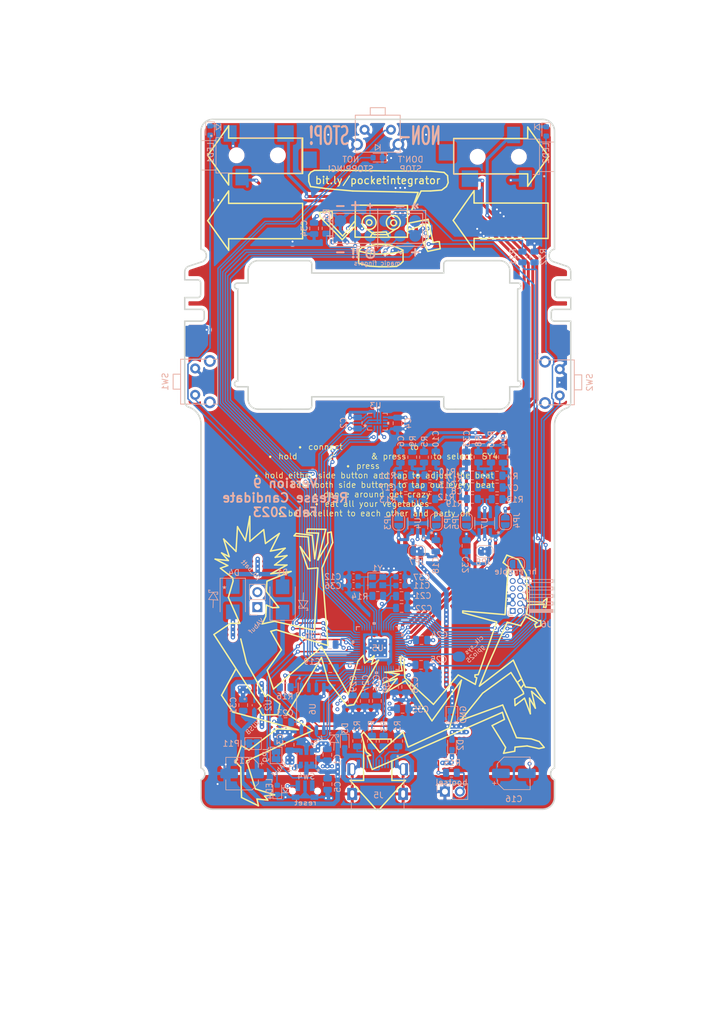
<source format=kicad_pcb>
(kicad_pcb (version 20171130) (host pcbnew "(5.1.9-0-10_14)")
  (layers (0 Front signal) (1 In1.Cu signal) (2 In2.Cu signal) (31 Back signal) (34 B.Paste user) (35 F.Paste user hide) (36 B.SilkS user) (37 F.SilkS user hide) (38 B.Mask user) (39 F.Mask user hide) (44 Edge.Cuts user))
  (net 0 "")
  (net 1 Earth)
  (net 2 /po_batt)
  (net 3 VReg)
  (net 4 "Net-(C11-Pad1)")
  (net 5 "Net-(J5-PadB5)")
  (net 6 "Net-(J5-PadA5)")
  (net 7 AGnd)
  (net 8 VRaw)
  (net 9 VInt)
  (net 10 "Net-(D3-Pad2)")
  (net 11 "Net-(J5-PadA7)")
  (net 12 "Net-(J5-PadA6)")
  (net 13 pi_reset)
  (net 14 pi_swclk)
  (net 15 pi_swdio)
  (net 16 "Net-(JP1-Pad2)")
  (net 17 ring1)
  (net 18 /PWM_R1)
  (net 19 tip1)
  (net 20 /PWM_L1)
  (net 21 ring2)
  (net 22 tip2)
  (net 23 led1)
  (net 24 led2)
  (net 25 led3)
  (net 26 led4)
  (net 27 po_play)
  (net 28 po_swo)
  (net 29 po_swdio)
  (net 30 po_wake)
  (net 31 po_swclk)
  (net 32 po_reset)
  (net 33 "Net-(R15-Pad1)")
  (net 34 /PWM_R2)
  (net 35 /PWM_L2)
  (net 36 sw1)
  (net 37 sw2)
  (net 38 sw3)
  (net 39 sw4)
  (net 40 spi_clock)
  (net 41 spi_cs)
  (net 42 imu_int)
  (net 43 spi_miso)
  (net 44 "Net-(U5-Pad55)")
  (net 45 "Net-(U5-Pad54)")
  (net 46 "Net-(U5-Pad53)")
  (net 47 "Net-(U5-Pad52)")
  (net 48 "Net-(U5-Pad51)")
  (net 49 ring1_out)
  (net 50 tip1_out)
  (net 51 tip2_out)
  (net 52 ring2_out)
  (net 53 /PWM_RR1)
  (net 54 /PWM_LL2)
  (net 55 /PWM_RR2)
  (net 56 /PWM_LL1)
  (net 57 "Net-(C18-Pad1)")
  (net 58 "Net-(C32-Pad1)")
  (net 59 /xin)
  (net 60 /xout)
  (net 61 usb_d-)
  (net 62 usb_d+)
  (net 63 spi_mosi)
  (net 64 "Net-(J1-Pad4)")
  (net 65 "Net-(J2-Pad4)")
  (net 66 "Net-(J5-PadA8)")
  (net 67 "Net-(J5-PadB8)")
  (net 68 "Net-(J6-Pad9)")
  (net 69 "Net-(J6-Pad7)")
  (net 70 "Net-(JP9-Pad2)")
  (net 71 "Net-(JP10-Pad2)")
  (net 72 "Net-(POGO1-Pad8)")
  (net 73 "Net-(U3-Pad11)")
  (net 74 "Net-(U3-Pad10)")
  (net 75 "Net-(U3-Pad9)")
  (net 76 "Net-(U5-Pad41)")
  (net 77 "Net-(U5-Pad40)")
  (net 78 "Net-(U5-Pad37)")
  (net 79 "Net-(U5-Pad9)")
  (net 80 "Net-(C15-Pad1)")
  (net 81 "Net-(C16-Pad2)")
  (net 82 "Net-(C16-Pad1)")
  (net 83 Aref_enable)
  (net 84 VAbuf)
  (net 85 VUSB)
  (net 86 "Net-(D2-Pad2)")
  (net 87 pi_swo)
  (net 88 "Net-(POGO1-Pad6)")
  (net 89 pi_txin)
  (module Jumper:SolderJumper-2_P1.3mm_Open_RoundedPad1.0x1.5mm (layer Back) (at 177.549 119.45 180)
    (fp_text reference "hr enable" (at 0.1 -1.25) (layer B.SilkS) (effects (justify mirror)))
    (fp_text value Jumper)
    (pad 2 smd custom (at 0.65 0 180) (size 1 0.5) (layers Back B.Mask) (net 71 "Net-(JP10-Pad2)") (options (clearance outline) (anchor rect)) (primitives (gr_circle (center 0 -0.25) (end 0.5 -0.25) (width 0)) (gr_circle (center 0 0.25) (end 0.5 0.25) (width 0)) (gr_poly (pts (xy 0 0.75) (xy -0.5 0.75) (xy -0.5 -0.75) (xy 0 -0.75)) (width 0))))
    (pad 1 smd custom (at -0.65 0 180) (size 1 0.5) (layers Back B.Mask) (net 13 pi_reset) (options (clearance outline) (anchor rect)) (primitives (gr_circle (center 0 -0.25) (end 0.5 -0.25) (width 0)) (gr_circle (center 0 0.25) (end 0.5 0.25) (width 0)) (gr_poly (pts (xy 0 0.75) (xy 0.5 0.75) (xy 0.5 -0.75) (xy 0 -0.75)) (width 0))))
  )
  (module Capacitor_SMD:CP_Elec_5x4.4 (layer Back) (at 177.149 154.95)
    (fp_text reference C16 (at 0 4.35) (layer B.SilkS) (effects (justify mirror)))
    (fp_text value 100uf)
    (pad 2 smd roundrect (at 2.2 0) (size 3 1.6) (layers Back B.Paste B.Mask) (roundrect_rratio 0.15625) (net 81 "Net-(C16-Pad2)"))
    (pad 1 smd roundrect (at -2.2 0) (size 3 1.6) (layers Back B.Paste B.Mask) (roundrect_rratio 0.15625) (net 82 "Net-(C16-Pad1)"))
  )
  (module Capacitor_SMD:CP_Elec_5x4.4 (layer Back) (at 131.029 155 180)
    (fp_text reference C15 (at 0.03 2.2) (layer B.SilkS) (effects (justify mirror)))
    (fp_text value 100uf)
    (pad 2 smd roundrect (at 2.2 0 180) (size 3 1.6) (layers Back B.Paste B.Mask) (roundrect_rratio 0.15625) (net 1 Earth))
    (pad 1 smd roundrect (at -2.2 0 180) (size 3 1.6) (layers Back B.Paste B.Mask) (roundrect_rratio 0.15625) (net 80 "Net-(C15-Pad1)"))
  )
  (module Package_TO_SOT_SMD:SOT-23-6 (layer Back) (at 141.949 152.4 90)
    (fp_text reference U1 (at -1.65 -2.35 180) (layer B.SilkS) (effects (justify mirror)))
    (fp_text value XC6415)
    (pad 5 smd rect (at 1.1 0 90) (size 1.06 0.65) (layers Back B.Paste B.Mask) (net 1 Earth))
    (pad 6 smd rect (at 1.1 0.95 90) (size 1.06 0.65) (layers Back B.Paste B.Mask) (net 3 VReg))
    (pad 4 smd rect (at 1.1 -0.95 90) (size 1.06 0.65) (layers Back B.Paste B.Mask) (net 84 VAbuf))
    (pad 3 smd rect (at -1.1 -0.95 90) (size 1.06 0.65) (layers Back B.Paste B.Mask) (net 83 Aref_enable))
    (pad 2 smd rect (at -1.1 0 90) (size 1.06 0.65) (layers Back B.Paste B.Mask) (net 8 VRaw))
    (pad 1 smd rect (at -1.1 0.95 90) (size 1.06 0.65) (layers Back B.Paste B.Mask) (net 8 VRaw))
  )
  (module misc:HRO_TYPE-C-31-M-12-Paste-Lugs (layer Back) (at 154.039 158.44 180)
    (fp_text reference J5 (at -0.13 -0.22) (layer B.SilkS) (effects (justify mirror)))
    (fp_text value USB4105-GF-A)
    (pad 1 smd rect (at -3.73 0.02 180) (size 0.5 2.1) (layers Back B.Paste B.Mask))
    (pad 1 smd rect (at 3.72 -0.01 180) (size 0.5 2.1) (layers Back B.Paste B.Mask))
    (pad 1 smd rect (at 4.92 -0.02 180) (size 0.5 2.1) (layers Back B.Paste B.Mask))
    (pad 1 smd rect (at 4.91 4.18 180) (size 0.5 2.1) (layers Back B.Paste B.Mask))
    (pad 1 smd rect (at -4.9 4.17 180) (size 0.5 2.1) (layers Back B.Paste B.Mask))
    (pad 1 smd rect (at -4.9 0.01 180) (size 0.5 2.1) (layers Back B.Paste B.Mask))
    (pad A1B12 smd rect (at -3.25 5.095 180) (size 0.6 1.45) (layers Back B.Paste B.Mask))
    (pad A4B9 smd rect (at -2.45 5.095 180) (size 0.6 1.45) (layers Back B.Paste B.Mask))
    (pad A6 smd rect (at -0.25 5.095 180) (size 0.3 1.45) (layers Back B.Paste B.Mask) (net 12 "Net-(J5-PadA6)"))
    (pad B7 smd rect (at -0.75 5.095 180) (size 0.3 1.45) (layers Back B.Paste B.Mask) (net 11 "Net-(J5-PadA7)"))
    (pad A5 smd rect (at -1.25 5.095 180) (size 0.3 1.45) (layers Back B.Paste B.Mask) (net 6 "Net-(J5-PadA5)"))
    (pad B8 smd rect (at -1.75 5.095 180) (size 0.3 1.45) (layers Back B.Paste B.Mask) (net 67 "Net-(J5-PadB8)"))
    (pad A7 smd rect (at 0.25 5.095 180) (size 0.3 1.45) (layers Back B.Paste B.Mask) (net 11 "Net-(J5-PadA7)"))
    (pad B6 smd rect (at 0.75 5.095 180) (size 0.3 1.45) (layers Back B.Paste B.Mask) (net 12 "Net-(J5-PadA6)"))
    (pad A8 smd rect (at 1.25 5.095 180) (size 0.3 1.45) (layers Back B.Paste B.Mask) (net 66 "Net-(J5-PadA8)"))
    (pad B5 smd rect (at 1.75 5.095 180) (size 0.3 1.45) (layers Back B.Paste B.Mask) (net 5 "Net-(J5-PadB5)"))
    (pad B4A9 smd rect (at 2.45 5.095 180) (size 0.6 1.45) (layers Back B.Paste B.Mask))
    (pad B1A12 smd rect (at 3.25 5.095 180) (size 0.6 1.45) (layers Back B.Paste B.Mask))
    (pad S1 thru_hole oval (at -4.32 4.18 180) (size 1.05 2.1) (drill oval 0.65 1.75) (layers *.Cu *.Mask) (net 1 Earth))
    (pad S2 thru_hole oval (at 4.32 4.18 180) (size 1.05 2.1) (drill oval 0.65 1.75) (layers *.Cu *.Mask) (net 1 Earth))
    (pad S4 thru_hole oval (at 4.32 0 180) (size 1.5 2.1) (drill oval 0.65 1.25) (layers *.Cu *.Mask) (net 1 Earth))
    (pad None np_thru_hole circle (at -2.89 3.65 180) (size 0.7 0.7) (drill 0.7) (layers *.Cu *.Mask))
    (pad None np_thru_hole circle (at 2.89 3.65 180) (size 0.7 0.7) (drill 0.7) (layers *.Cu *.Mask))
    (pad S3 thru_hole oval (at -4.32 0 180) (size 1.5 2.1) (drill oval 0.65 1.25) (layers *.Cu *.Mask) (net 1 Earth))
  )
  (module misc:XC6501D331NR-G (layer Back) (at 133.749 143.4)
    (fp_text reference U2 (at 1.75 0 90) (layer B.SilkS) (effects (justify mirror)))
    (fp_text value XC6501D331NR-G hide)
    (pad 4 smd rect (at -0.649999 0.9017) (size 0.3302 1.016) (layers Back B.Paste B.Mask) (net 8 VRaw))
    (pad 3 smd rect (at 0.649999 0.9017) (size 0.3302 1.016) (layers Back B.Paste B.Mask) (net 85 VUSB))
    (pad 2 smd rect (at 0.5992 -0.9017) (size 0.4318 1.016) (layers Back B.Paste B.Mask) (net 1 Earth))
    (pad 1 smd rect (at -0.65 -0.9017) (size 0.3302 1.016) (layers Back B.Paste B.Mask) (net 8 VRaw))
  )
  (module Diode_SMD:D_0603_1608Metric (layer Back) (at 166.649 150.125 90)
    (fp_text reference D2 (at 0 1.43 90) (layer B.SilkS) (effects (justify mirror)))
    (fp_text value "<100mv drop")
    (pad 2 smd roundrect (at 0.7875 0 90) (size 0.875 0.95) (layers Back B.Paste B.Mask) (net 86 "Net-(D2-Pad2)"))
    (pad 1 smd roundrect (at -0.7875 0 90) (size 0.875 0.95) (layers Back B.Paste B.Mask) (net 8 VRaw))
  )
  (module Resistor_SMD:R_0805_2012Metric (layer Back) (at 180.649 67.35 270)
    (fp_text reference R22 (at -0.05 -1.5 90) (layer B.SilkS) (effects (justify mirror)))
    (fp_text value 220k)
    (pad 2 smd roundrect (at 0.9125 0 270) (size 1.025 1.4) (layers Back B.Paste B.Mask) (roundrect_rratio 0.2439014634146341) (net 30 po_wake))
    (pad 1 smd roundrect (at -0.9125 0 270) (size 1.025 1.4) (layers Back B.Paste B.Mask) (roundrect_rratio 0.2439014634146341) (net 1 Earth))
  )
  (module Resistor_SMD:R_0805_2012Metric (layer Back) (at 178.599 67.35 90)
    (fp_text reference R21 (at 0 -1.6 90) (layer B.SilkS) (effects (justify mirror)))
    (fp_text value 100k)
    (pad 2 smd roundrect (at 0.9125 0 90) (size 1.025 1.4) (layers Back B.Paste B.Mask) (roundrect_rratio 0.2439014634146341) (net 88 "Net-(POGO1-Pad6)"))
    (pad 1 smd roundrect (at -0.9125 0 90) (size 1.025 1.4) (layers Back B.Paste B.Mask) (roundrect_rratio 0.2439014634146341) (net 30 po_wake))
  )
  (module Diode_SMD:D_SMB (layer Back) (at 129.449 125.4 270)
    (fp_text reference D4 (at -4.48 -0.2) (layer B.SilkS) (effects (justify mirror)))
    (fp_text value "200mv drop")
    (pad 2 smd rect (at 2.15 0 270) (size 2.5 2.3) (layers Back B.Paste B.Mask) (net 84 VAbuf))
    (pad 1 smd rect (at -2.15 0 270) (size 2.5 2.3) (layers Back B.Paste B.Mask) (net 2 /po_batt))
  )
  (module Capacitor_SMD:C_0805_2012Metric (layer Back) (at 158.274 144)
    (fp_text reference C35 (at 3.025 0.1) (layer B.SilkS) (effects (justify mirror)))
    (fp_text value 0.1uf)
    (pad 2 smd roundrect (at 0.95 0) (size 1 1.45) (layers Back B.Paste B.Mask) (net 1 Earth))
    (pad 1 smd roundrect (at -0.95 0) (size 1 1.45) (layers Back B.Paste B.Mask) (net 85 VUSB))
  )
  (module Capacitor_SMD:C_0805_2012Metric (layer Back) (at 131.224 143.375 90)
    (fp_text reference C31 (at -0.035 -1.685 90) (layer B.SilkS) (effects (justify mirror)))
    (fp_text value "0.1uf ceramic")
    (pad 2 smd roundrect (at 0.95 0 90) (size 1 1.45) (layers Back B.Paste B.Mask) (net 1 Earth))
    (pad 1 smd roundrect (at -0.95 0 90) (size 1 1.45) (layers Back B.Paste B.Mask) (net 8 VRaw))
  )
  (module "misc:UKCA logo 5x5mm" (layer Front) (at 128.141 158.034)
    (fp_text reference G*** hide)
    (fp_text value LOGO hide)
  )
  (module "misc:glutenfree 5x5mm" (layer Front) (at 180.719 158.034)
    (fp_text reference G*** hide)
    (fp_text value LOGO hide)
  )
  (module "misc:CE logo 7x5mm" (layer Front) (at 140.079 158.034)
    (fp_text reference G*** hide)
    (fp_text value LOGO hide)
  )
  (module "misc:FCC logo 5x6mm" (layer Front) (at 172.591 158.034)
    (fp_text reference G*** hide)
    (fp_text value LOGO hide)
  )
  (module Connector_PinHeader_2.54mm:PinHeader_1x02_P2.54mm_Vertical (layer Back) (at 133.624 126.75)
    (fp_text reference J7 hide)
    (fp_text value "test point" hide)
    (pad 2 thru_hole oval (at 0 -2.54) (size 1.7 1.7) (drill 1) (layers *.Cu *.Mask) (net 2 /po_batt))
    (pad 1 thru_hole rect (at 0 0) (size 1.7 1.7) (drill 1) (layers *.Cu *.Mask) (net 84 VAbuf))
  )
  (module Connector_PinHeader_1.27mm:PinHeader_2x05_P1.27mm_Horizontal (layer Back) (at 176.949 127.4)
    (fp_text reference J6 (at 5.655 2.27) (layer B.SilkS) (effects (justify mirror)))
    (fp_text value Conn_ARM_JTAG_SWD_10)
    (pad 10 thru_hole oval (at 1.27 -5.08) (size 1 1) (drill 0.65) (layers *.Cu *.Mask) (net 13 pi_reset))
    (pad 9 thru_hole oval (at 0 -5.08) (size 1 1) (drill 0.65) (layers *.Cu *.Mask) (net 68 "Net-(J6-Pad9)"))
    (pad 8 thru_hole oval (at 1.27 -3.81) (size 1 1) (drill 0.65) (layers *.Cu *.Mask) (net 89 pi_txin))
    (pad 7 thru_hole oval (at 0 -3.81) (size 1 1) (drill 0.65) (layers *.Cu *.Mask) (net 69 "Net-(J6-Pad7)"))
    (pad 6 thru_hole oval (at 1.27 -2.54) (size 1 1) (drill 0.65) (layers *.Cu *.Mask) (net 87 pi_swo))
    (pad 5 thru_hole oval (at 0 -2.54) (size 1 1) (drill 0.65) (layers *.Cu *.Mask) (net 1 Earth))
    (pad 4 thru_hole oval (at 1.27 -1.27) (size 1 1) (drill 0.65) (layers *.Cu *.Mask) (net 14 pi_swclk))
    (pad 3 thru_hole oval (at 0 -1.27) (size 1 1) (drill 0.65) (layers *.Cu *.Mask) (net 1 Earth))
    (pad 2 thru_hole oval (at 1.27 0) (size 1 1) (drill 0.65) (layers *.Cu *.Mask) (net 15 pi_swdio))
    (pad 1 thru_hole rect (at 0 0) (size 1 1) (drill 0.65) (layers *.Cu *.Mask) (net 86 "Net-(D2-Pad2)"))
  )
  (module misc:NL27WZ16DTT1G (layer Back) (at 172.199 112.5 90)
    (fp_text reference U7 (at 0 0 90) (layer B.SilkS) (effects (justify mirror)))
    (fp_text value NL27WZ16DTT1G hide)
    (fp_text user * (at -2.6 1.35 90) (layer B.SilkS) (effects (justify mirror)))
    (fp_text user * (at -1.60655 2.6518 90) (layer B.SilkS) (effects (justify mirror)))
    (pad 6 smd rect (at 1.35255 0.950001 90) (size 1.0033 0.5588) (layers Back B.Paste B.Mask) (net 35 /PWM_L2))
    (pad 5 smd rect (at 1.35255 0 90) (size 1.0033 0.5588) (layers Back B.Paste B.Mask) (net 58 "Net-(C32-Pad1)"))
    (pad 4 smd rect (at 1.35255 -0.950001 90) (size 1.0033 0.5588) (layers Back B.Paste B.Mask) (net 34 /PWM_R2))
    (pad 3 smd rect (at -1.35255 -0.950001 90) (size 1.0033 0.5588) (layers Back B.Paste B.Mask) (net 21 ring2))
    (pad 2 smd rect (at -1.35255 0 90) (size 1.0033 0.5588) (layers Back B.Paste B.Mask) (net 1 Earth))
    (pad 1 smd rect (at -1.35255 0.950001 90) (size 1.0033 0.5588) (layers Back B.Paste B.Mask) (net 22 tip2))
  )
  (module misc:NL27WZ16DTT1G (layer Back) (at 160.849 112.53 90)
    (fp_text reference U4 (at 0 0 90) (layer B.SilkS) (effects (justify mirror)))
    (fp_text value NL27WZ16DTT1G hide)
    (fp_text user * (at -2.52 1.35 90) (layer B.SilkS) (effects (justify mirror)))
    (fp_text user * (at -1.60655 2.6518 90) (layer B.SilkS) (effects (justify mirror)))
    (pad 6 smd rect (at 1.35255 0.950001 90) (size 1.0033 0.5588) (layers Back B.Paste B.Mask) (net 20 /PWM_L1))
    (pad 5 smd rect (at 1.35255 0 90) (size 1.0033 0.5588) (layers Back B.Paste B.Mask) (net 57 "Net-(C18-Pad1)"))
    (pad 4 smd rect (at 1.35255 -0.950001 90) (size 1.0033 0.5588) (layers Back B.Paste B.Mask) (net 18 /PWM_R1))
    (pad 3 smd rect (at -1.35255 -0.950001 90) (size 1.0033 0.5588) (layers Back B.Paste B.Mask) (net 17 ring1))
    (pad 2 smd rect (at -1.35255 0 90) (size 1.0033 0.5588) (layers Back B.Paste B.Mask) (net 1 Earth))
    (pad 1 smd rect (at -1.35255 0.950001 90) (size 1.0033 0.5588) (layers Back B.Paste B.Mask) (net 19 tip1))
  )
  (module Diode_SMD:D_SMB (layer Back) (at 137.899 125.45 90)
    (fp_text reference D1 (at 4.6 -0.05 180) (layer B.SilkS) (effects (justify mirror)))
    (fp_text value "<100mv drop")
    (pad 2 smd rect (at 2.15 0 90) (size 2.5 2.3) (layers Back B.Paste B.Mask) (net 2 /po_batt))
    (pad 1 smd rect (at -2.15 0 90) (size 2.5 2.3) (layers Back B.Paste B.Mask) (net 8 VRaw))
  )
  (module Capacitor_SMD:C_0603_1608Metric (layer Back) (at 157.899 121.6)
    (fp_text reference C37 (at 3.6 0.1) (layer B.SilkS) (effects (justify mirror)))
    (fp_text value TBD/DNC)
    (pad 2 smd roundrect (at 0.775 0) (size 0.9 0.95) (layers Back B.Paste B.Mask) (net 1 Earth))
    (pad 1 smd roundrect (at -0.775 0) (size 0.9 0.95) (layers Back B.Paste B.Mask) (net 4 "Net-(C11-Pad1)"))
  )
  (module Capacitor_SMD:C_0603_1608Metric (layer Back) (at 149.949 123.1)
    (fp_text reference C36 (at -3.5 0.05) (layer B.SilkS) (effects (justify mirror)))
    (fp_text value TBD/DNC)
    (pad 2 smd roundrect (at 0.775 0) (size 0.9 0.95) (layers Back B.Paste B.Mask) (net 59 /xin))
    (pad 1 smd roundrect (at -0.775 0) (size 0.9 0.95) (layers Back B.Paste B.Mask) (net 1 Earth))
  )
  (module Capacitor_SMD:C_0805_2012Metric (layer Back) (at 145.499 151.8 90)
    (fp_text reference C1 (at -0.85 1.7 270) (layer B.SilkS) (effects (justify mirror)))
    (fp_text value "1uf ceramic")
    (pad 2 smd roundrect (at 0.95 0 90) (size 1 1.45) (layers Back B.Paste B.Mask) (net 3 VReg))
    (pad 1 smd roundrect (at -0.95 0 90) (size 1 1.45) (layers Back B.Paste B.Mask) (net 1 Earth))
  )
  (module misc:CUI_SJ-3524-SMT (layer Back) (at 130.1 50.1)
    (fp_text reference J1 hide)
    (fp_text value SJ-3524-SMT)
    (pad None np_thru_hole circle (at 7 0) (size 1.7 1.7) (drill 1.7) (layers *.Cu *.Mask))
    (pad 2 smd rect (at 8.3 -3.7) (size 2.8 2.8) (layers Back B.Paste B.Mask) (net 50 tip1_out))
    (pad 1 smd rect (at -1.1 -3.7) (size 2.2 2.8) (layers Back B.Paste B.Mask) (net 7 AGnd))
    (pad 3 smd rect (at 0.9 3.7) (size 2.2 2.8) (layers Back B.Paste B.Mask) (net 49 ring1_out))
    (pad None np_thru_hole circle (at 0 0) (size 1.7 1.7) (drill 1.7) (layers *.Cu *.Mask))
    (pad 4 smd rect (at 12.3 0.75) (size 2.6 2.8) (layers Back B.Paste B.Mask) (net 64 "Net-(J1-Pad4)"))
  )
  (module LED_SMD:LED_0603_1608Metric (layer Back) (at 125.599 45.9 270)
    (fp_text reference LED1 (at 3.77 -0.09 270) (layer B.SilkS) (effects (justify mirror)))
    (fp_text value CSL1901VW1)
    (pad 2 smd roundrect (at 0.7875 0 270) (size 0.875 0.95) (layers Back B.Paste B.Mask) (net 23 led1))
    (pad 1 smd roundrect (at -0.7875 0 270) (size 0.875 0.95) (layers Back B.Paste B.Mask) (net 1 Earth))
  )
  (module Capacitor_SMD:C_0603_1608Metric (layer Back) (at 157.899 123.1)
    (fp_text reference C11 (at 3.62 -0.01) (layer B.SilkS) (effects (justify mirror)))
    (fp_text value 6pf)
    (pad 1 smd roundrect (at -0.775 0) (size 0.9 0.95) (layers Back B.Paste B.Mask) (net 4 "Net-(C11-Pad1)"))
    (pad 2 smd roundrect (at 0.775 0) (size 0.9 0.95) (layers Back B.Paste B.Mask) (net 1 Earth))
  )
  (module Crystal:Crystal_SMD_2520-4Pin_2.5x2.0mm (layer Back) (at 154.029 122.34)
    (fp_text reference Y1 (at -0.07 -2.15) (layer B.SilkS) (effects (justify mirror)))
    (fp_text value Crystal)
    (pad 4 smd rect (at -0.875 0.7) (size 1.15 1) (layers Back B.Paste B.Mask))
    (pad 3 smd rect (at 0.875 0.7) (size 1.15 1) (layers Back B.Paste B.Mask) (net 4 "Net-(C11-Pad1)"))
    (pad 2 smd rect (at 0.875 -0.7) (size 1.15 1) (layers Back B.Paste B.Mask))
    (pad 1 smd rect (at -0.875 -0.7) (size 1.15 1) (layers Back B.Paste B.Mask) (net 59 /xin))
  )
  (module Capacitor_SMD:C_0603_1608Metric (layer Back) (at 149.949 121.6)
    (fp_text reference C12 (at -3.53 0) (layer B.SilkS) (effects (justify mirror)))
    (fp_text value 6pf)
    (pad 2 smd roundrect (at 0.775 0) (size 0.9 0.95) (layers Back B.Paste B.Mask) (net 59 /xin))
    (pad 1 smd roundrect (at -0.775 0) (size 0.9 0.95) (layers Back B.Paste B.Mask) (net 1 Earth))
  )
  (module Capacitor_SMD:C_0805_2012Metric (layer Back) (at 143.249 62.5 270)
    (fp_text reference C34 (at 0 1.68 90) (layer B.SilkS) (effects (justify mirror)))
    (fp_text value 0.1uf)
    (pad 2 smd roundrect (at 0.95 0 270) (size 1 1.45) (layers Back B.Paste B.Mask) (net 1 Earth))
    (pad 1 smd roundrect (at -0.95 0 270) (size 1 1.45) (layers Back B.Paste B.Mask) (net 2 /po_batt))
  )
  (module Jumper:SolderJumper-2_P1.3mm_Bridged2Bar_Pad1.0x1.5mm (layer Back) (at 132.899 149.9)
    (fp_text reference JP11 (at -3.35 0) (layer B.SilkS) (effects (justify mirror)))
    (fp_text value Jumper)
    (fp_poly (pts (xy -0.25 -0.2) (xy 0.25 -0.2) (xy 0.25 -0.6) (xy -0.25 -0.6)) (layer Back) (width 0))
    (fp_poly (pts (xy -0.25 0.6) (xy 0.25 0.6) (xy 0.25 0.2) (xy -0.25 0.2)) (layer Back) (width 0))
    (pad 1 smd rect (at -0.65 0) (size 1 1.5) (layers Back B.Mask) (net 8 VRaw))
    (pad 2 smd rect (at 0.65 0) (size 1 1.5) (layers Back B.Mask) (net 80 "Net-(C15-Pad1)"))
  )
  (module misc:813-22-012-30-004101-millmax-pogopins-2x6 (layer Back) (at 154.049 62.5 180)
    (fp_text reference POGO1 hide)
    (fp_text value "PO pogos" hide)
    (pad 12 smd circle (at -6.35 1.27 180) (size 2 2) (layers Back B.Paste B.Mask) (net 27 po_play))
    (pad 11 smd circle (at -6.35 -1.27 180) (size 2 2) (layers Back B.Paste B.Mask) (net 2 /po_batt))
    (pad 10 smd circle (at -3.81 1.27 180) (size 2 2) (layers Back B.Paste B.Mask) (net 1 Earth))
    (pad 9 smd circle (at -3.81 -1.27 180) (size 2 2) (layers Back B.Paste B.Mask) (net 28 po_swo))
    (pad 8 smd circle (at -1.27 1.27 180) (size 2 2) (layers Back B.Paste B.Mask) (net 72 "Net-(POGO1-Pad8)"))
    (pad 7 smd circle (at -1.27 -1.27 180) (size 2 2) (layers Back B.Paste B.Mask) (net 29 po_swdio))
    (pad 6 smd circle (at 1.27 1.27 180) (size 2 2) (layers Back B.Paste B.Mask) (net 88 "Net-(POGO1-Pad6)"))
    (pad 5 smd circle (at 1.27 -1.27 180) (size 2 2) (layers Back B.Paste B.Mask) (net 31 po_swclk))
    (pad 4 smd circle (at 3.81 1.27 180) (size 2 2) (layers Back B.Paste B.Mask) (net 2 /po_batt))
    (pad 3 smd circle (at 3.81 -1.27 180) (size 2 2) (layers Back B.Paste B.Mask) (net 32 po_reset))
    (pad 2 smd circle (at 6.35 1.27 180) (size 2 2) (layers Back B.Paste B.Mask) (net 1 Earth))
    (pad 1 smd circle (at 6.35 -1.27 180) (size 2 2) (layers Back B.Paste B.Mask) (net 1 Earth))
  )
  (module Jumper:SolderJumper-2_P1.3mm_Bridged2Bar_Pad1.0x1.5mm (layer Back) (at 136.799 151.9 270)
    (fp_text reference JP9 (at -0.15 1.7 90) (layer B.SilkS) (effects (justify mirror)))
    (fp_text value Jumper)
    (fp_poly (pts (xy -0.25 0.6) (xy 0.25 0.6) (xy 0.25 0.2) (xy -0.25 0.2)) (layer Back) (width 0))
    (fp_poly (pts (xy -0.25 -0.2) (xy 0.25 -0.2) (xy 0.25 -0.6) (xy -0.25 -0.6)) (layer Back) (width 0))
    (pad 2 smd rect (at 0.65 0 270) (size 1 1.5) (layers Back B.Mask) (net 70 "Net-(JP9-Pad2)"))
    (pad 1 smd rect (at -0.65 0 270) (size 1 1.5) (layers Back B.Mask) (net 39 sw4))
  )
  (module misc:TL1105VF100Q (layer Back) (at 154.049 50.84)
    (fp_text reference SW3 hide)
    (fp_text value EVQP40B3M hide)
    (pad 3 thru_hole circle (at -3.51 -2.59) (size 2 2) (drill 1.2) (layers *.Cu *.Mask) (net 1 Earth))
    (pad 4 thru_hole circle (at 3.51 -2.59) (size 2 2) (drill 1.2) (layers *.Cu *.Mask) (net 1 Earth))
    (pad 1 thru_hole circle (at -2.24 -5.08) (size 1.7 1.7) (drill 0.9) (layers *.Cu *.Mask) (net 1 Earth))
    (pad 2 thru_hole circle (at 2.24 -5.08) (size 1.7 1.7) (drill 0.9) (layers *.Cu *.Mask) (net 38 sw3))
  )
  (module LED_SMD:LED_0603_1608Metric (layer Back) (at 136.999 157.75 90)
    (fp_text reference LED4 (at 0.15 -1.35 90) (layer B.SilkS) (effects (justify mirror)))
    (fp_text value CSL1901VW1)
    (pad 2 smd roundrect (at 0.7875 0 90) (size 0.875 0.95) (layers Back B.Paste B.Mask) (net 26 led4))
    (pad 1 smd roundrect (at -0.7875 0 90) (size 0.875 0.95) (layers Back B.Paste B.Mask) (net 1 Earth))
  )
  (module LED_SMD:LED_0603_1608Metric (layer Back) (at 154.049 50.5 180)
    (fp_text reference LED3 hide)
    (fp_text value CSL1901VW1)
    (pad 2 smd roundrect (at 0.7875 0 180) (size 0.875 0.95) (layers Back B.Paste B.Mask) (net 25 led3))
    (pad 1 smd roundrect (at -0.7875 0 180) (size 0.875 0.95) (layers Back B.Paste B.Mask) (net 1 Earth))
  )
  (module LED_SMD:LED_0603_1608Metric (layer Back) (at 182.639 46.05 270)
    (fp_text reference LED2 (at 3.67 0.05 270) (layer B.SilkS) (effects (justify mirror)))
    (fp_text value CSL1901VW1)
    (pad 2 smd roundrect (at 0.7875 0 270) (size 0.875 0.95) (layers Back B.Paste B.Mask) (net 24 led2))
    (pad 1 smd roundrect (at -0.7875 0 270) (size 0.875 0.95) (layers Back B.Paste B.Mask) (net 1 Earth))
  )
  (module misc:RP2040 (layer Back) (at 154.049 133.7)
    (fp_text reference U5 (at 0 0) (layer B.SilkS) (effects (justify mirror)))
    (fp_text value RP2040 hide)
    (fp_text user * (at -4.65 3.1) (layer B.SilkS) (effects (justify mirror)))
    (fp_text user * (at -4.65 3.1) (layer B.SilkS) (effects (justify mirror)))
    (pad 57 smd rect (at 0 0) (size 3.2004 3.2004) (layers Back B.Paste B.Mask) (net 1 Earth))
    (pad 56 smd rect (at -2.6416 3.4036) (size 0.1778 0.8128) (layers Back B.Paste B.Mask) (net 33 "Net-(R15-Pad1)"))
    (pad 55 smd rect (at -2.2352 3.4036) (size 0.1778 0.8128) (layers Back B.Paste B.Mask) (net 44 "Net-(U5-Pad55)"))
    (pad 54 smd rect (at -1.8288 3.4036) (size 0.1778 0.8128) (layers Back B.Paste B.Mask) (net 45 "Net-(U5-Pad54)"))
    (pad 53 smd rect (at -1.4224 3.4036) (size 0.1778 0.8128) (layers Back B.Paste B.Mask) (net 46 "Net-(U5-Pad53)"))
    (pad 52 smd rect (at -1.016 3.4036) (size 0.1778 0.8128) (layers Back B.Paste B.Mask) (net 47 "Net-(U5-Pad52)"))
    (pad 51 smd rect (at -0.6096 3.4036) (size 0.1778 0.8128) (layers Back B.Paste B.Mask) (net 48 "Net-(U5-Pad51)"))
    (pad 50 smd rect (at -0.2032 3.4036) (size 0.1778 0.8128) (layers Back B.Paste B.Mask) (net 9 VInt))
    (pad 49 smd rect (at 0.2032 3.4036) (size 0.1778 0.8128) (layers Back B.Paste B.Mask) (net 3 VReg))
    (pad 48 smd rect (at 0.6096 3.4036) (size 0.1778 0.8128) (layers Back B.Paste B.Mask) (net 85 VUSB))
    (pad 47 smd rect (at 1.016 3.4036) (size 0.1778 0.8128) (layers Back B.Paste B.Mask) (net 62 usb_d+))
    (pad 46 smd rect (at 1.4224 3.4036) (size 0.1778 0.8128) (layers Back B.Paste B.Mask) (net 61 usb_d-))
    (pad 45 smd rect (at 1.8288 3.4036) (size 0.1778 0.8128) (layers Back B.Paste B.Mask) (net 9 VInt))
    (pad 44 smd rect (at 2.2352 3.4036) (size 0.1778 0.8128) (layers Back B.Paste B.Mask) (net 3 VReg))
    (pad 43 smd rect (at 2.6416 3.4036) (size 0.1778 0.8128) (layers Back B.Paste B.Mask) (net 3 VReg))
    (pad 42 smd rect (at 3.4036 2.6416 270) (size 0.1778 0.8128) (layers Back B.Paste B.Mask) (net 3 VReg))
    (pad 41 smd rect (at 3.4036 2.2352 270) (size 0.1778 0.8128) (layers Back B.Paste B.Mask) (net 76 "Net-(U5-Pad41)"))
    (pad 40 smd rect (at 3.4036 1.8288 270) (size 0.1778 0.8128) (layers Back B.Paste B.Mask) (net 77 "Net-(U5-Pad40)"))
    (pad 39 smd rect (at 3.4036 1.4224 270) (size 0.1778 0.8128) (layers Back B.Paste B.Mask) (net 83 Aref_enable))
    (pad 38 smd rect (at 3.4036 1.016 270) (size 0.1778 0.8128) (layers Back B.Paste B.Mask) (net 30 po_wake))
    (pad 37 smd rect (at 3.4036 0.6096 270) (size 0.1778 0.8128) (layers Back B.Paste B.Mask) (net 78 "Net-(U5-Pad37)"))
    (pad 36 smd rect (at 3.4036 0.2032 270) (size 0.1778 0.8128) (layers Back B.Paste B.Mask) (net 37 sw2))
    (pad 35 smd rect (at 3.4036 -0.2032 270) (size 0.1778 0.8128) (layers Back B.Paste B.Mask) (net 24 led2))
    (pad 34 smd rect (at 3.4036 -0.6096 270) (size 0.1778 0.8128) (layers Back B.Paste B.Mask) (net 32 po_reset))
    (pad 33 smd rect (at 3.4036 -1.016 270) (size 0.1778 0.8128) (layers Back B.Paste B.Mask) (net 3 VReg))
    (pad 32 smd rect (at 3.4036 -1.4224 270) (size 0.1778 0.8128) (layers Back B.Paste B.Mask) (net 22 tip2))
    (pad 31 smd rect (at 3.4036 -1.8288 270) (size 0.1778 0.8128) (layers Back B.Paste B.Mask) (net 21 ring2))
    (pad 30 smd rect (at 3.4036 -2.2352 270) (size 0.1778 0.8128) (layers Back B.Paste B.Mask) (net 19 tip1))
    (pad 29 smd rect (at 3.4036 -2.6416 270) (size 0.1778 0.8128) (layers Back B.Paste B.Mask) (net 17 ring1))
    (pad 28 smd rect (at 2.6416 -3.4036) (size 0.1778 0.8128) (layers Back B.Paste B.Mask) (net 89 pi_txin))
    (pad 27 smd rect (at 2.2352 -3.4036) (size 0.1778 0.8128) (layers Back B.Paste B.Mask) (net 87 pi_swo))
    (pad 26 smd rect (at 1.8288 -3.4036) (size 0.1778 0.8128) (layers Back B.Paste B.Mask) (net 13 pi_reset))
    (pad 25 smd rect (at 1.4224 -3.4036) (size 0.1778 0.8128) (layers Back B.Paste B.Mask) (net 15 pi_swdio))
    (pad 24 smd rect (at 1.016 -3.4036) (size 0.1778 0.8128) (layers Back B.Paste B.Mask) (net 14 pi_swclk))
    (pad 23 smd rect (at 0.6096 -3.4036) (size 0.1778 0.8128) (layers Back B.Paste B.Mask) (net 9 VInt))
    (pad 22 smd rect (at 0.2032 -3.4036) (size 0.1778 0.8128) (layers Back B.Paste B.Mask) (net 3 VReg))
    (pad 21 smd rect (at -0.2032 -3.4036) (size 0.1778 0.8128) (layers Back B.Paste B.Mask) (net 60 /xout))
    (pad 20 smd rect (at -0.6096 -3.4036) (size 0.1778 0.8128) (layers Back B.Paste B.Mask) (net 59 /xin))
    (pad 19 smd rect (at -1.016 -3.4036) (size 0.1778 0.8128) (layers Back B.Paste B.Mask) (net 1 Earth))
    (pad 18 smd rect (at -1.4224 -3.4036) (size 0.1778 0.8128) (layers Back B.Paste B.Mask) (net 63 spi_mosi))
    (pad 17 smd rect (at -1.8288 -3.4036) (size 0.1778 0.8128) (layers Back B.Paste B.Mask) (net 40 spi_clock))
    (pad 16 smd rect (at -2.2352 -3.4036) (size 0.1778 0.8128) (layers Back B.Paste B.Mask) (net 41 spi_cs))
    (pad 15 smd rect (at -2.6416 -3.4036) (size 0.1778 0.8128) (layers Back B.Paste B.Mask) (net 43 spi_miso))
    (pad 14 smd rect (at -3.4036 -2.6416 270) (size 0.1778 0.8128) (layers Back B.Paste B.Mask) (net 42 imu_int))
    (pad 13 smd rect (at -3.4036 -2.2352 270) (size 0.1778 0.8128) (layers Back B.Paste B.Mask) (net 36 sw1))
    (pad 12 smd rect (at -3.4036 -1.8288 270) (size 0.1778 0.8128) (layers Back B.Paste B.Mask) (net 23 led1))
    (pad 11 smd rect (at -3.4036 -1.4224 270) (size 0.1778 0.8128) (layers Back B.Paste B.Mask) (net 25 led3))
    (pad 10 smd rect (at -3.4036 -1.016 270) (size 0.1778 0.8128) (layers Back B.Paste B.Mask) (net 3 VReg))
    (pad 9 smd rect (at -3.4036 -0.6096 270) (size 0.1778 0.8128) (layers Back B.Paste B.Mask) (net 79 "Net-(U5-Pad9)"))
    (pad 8 smd rect (at -3.4036 -0.2032 270) (size 0.1778 0.8128) (layers Back B.Paste B.Mask) (net 26 led4))
    (pad 7 smd rect (at -3.4036 0.2032 270) (size 0.1778 0.8128) (layers Back B.Paste B.Mask) (net 39 sw4))
    (pad 6 smd rect (at -3.4036 0.6096 270) (size 0.1778 0.8128) (layers Back B.Paste B.Mask) (net 27 po_play))
    (pad 5 smd rect (at -3.4036 1.016 270) (size 0.1778 0.8128) (layers Back B.Paste B.Mask) (net 29 po_swdio))
    (pad 4 smd rect (at -3.4036 1.4224 270) (size 0.1778 0.8128) (layers Back B.Paste B.Mask) (net 31 po_swclk))
    (pad 3 smd rect (at -3.4036 1.8288 270) (size 0.1778 0.8128) (layers Back B.Paste B.Mask) (net 28 po_swo))
    (pad 2 smd rect (at -3.4036 2.2352 270) (size 0.1778 0.8128) (layers Back B.Paste B.Mask) (net 38 sw3))
    (pad 1 smd rect (at -3.4036 2.6416 270) (size 0.1778 0.8128) (layers Back B.Paste B.Mask) (net 3 VReg))
  )
  (module Package_SO:SOIC-8_5.23x5.23mm_P1.27mm (layer Back) (at 142.999 144 270)
    (fp_text reference U6 (at 0.05 0 90) (layer B.SilkS) (effects (justify mirror)))
    (fp_text value IS25WP128F-JBLE)
    (fp_text user * (at -5.15 1.95 270) (layer B.SilkS) (effects (font (size 0.762 0.762) (thickness 0.127)) (justify mirror)))
    (pad 8 smd roundrect (at 3.6 1.905 270) (size 1.6 0.6) (layers Back B.Paste B.Mask) (net 3 VReg))
    (pad 7 smd roundrect (at 3.6 0.635 270) (size 1.6 0.6) (layers Back B.Paste B.Mask) (net 48 "Net-(U5-Pad51)"))
    (pad 6 smd roundrect (at 3.6 -0.635 270) (size 1.6 0.6) (layers Back B.Paste B.Mask) (net 47 "Net-(U5-Pad52)"))
    (pad 5 smd roundrect (at 3.6 -1.905 270) (size 1.6 0.6) (layers Back B.Paste B.Mask) (net 46 "Net-(U5-Pad53)"))
    (pad 4 smd roundrect (at -3.6 -1.905 270) (size 1.6 0.6) (layers Back B.Paste B.Mask) (net 1 Earth))
    (pad 3 smd roundrect (at -3.6 -0.635 270) (size 1.6 0.6) (layers Back B.Paste B.Mask) (net 45 "Net-(U5-Pad54)"))
    (pad 2 smd roundrect (at -3.6 0.635 270) (size 1.6 0.6) (layers Back B.Paste B.Mask) (net 44 "Net-(U5-Pad55)"))
    (pad 1 smd roundrect (at -3.6 1.905 270) (size 1.6 0.6) (layers Back B.Paste B.Mask) (net 33 "Net-(R15-Pad1)"))
  )
  (module misc:436333033816 (layer Back) (at 141.709 157.95 180)
    (fp_text reference SW4 (at -0.19 2.5) (layer B.SilkS) (effects (justify mirror)))
    (fp_text value 436333033816)
    (pad "" np_thru_hole circle (at 2.125 0 180) (size 0.9 0.9) (drill 0.9) (layers *.Cu *.Mask))
    (pad "" np_thru_hole circle (at -2.125 0 180) (size 0.9 0.9) (drill 0.9) (layers *.Cu *.Mask))
    (pad mp2 smd rect (at 1.6 -1.05 180) (size 1.3 0.9) (layers Back B.Paste B.Mask) (net 1 Earth))
    (pad mp1 smd rect (at -1.6 -1.05 180) (size 1.3 0.9) (layers Back B.Paste B.Mask) (net 1 Earth))
    (pad 3 smd rect (at 1.225 0.9 180) (size 0.75 1.8) (layers Back B.Paste B.Mask) (net 71 "Net-(JP10-Pad2)"))
    (pad 2 smd rect (at 0 0.9 180) (size 0.6 1.8) (layers Back B.Paste B.Mask) (net 1 Earth))
    (pad 1 smd rect (at -1.225 0.9 180) (size 0.75 1.8) (layers Back B.Paste B.Mask) (net 70 "Net-(JP9-Pad2)"))
  )
  (module Jumper:SolderJumper-2_P1.3mm_Bridged2Bar_RoundedPad1.0x1.5mm (layer Back) (at 172.199 117.3)
    (fp_text reference JP8 (at -0.2 1.8) (layer B.SilkS) (effects (justify mirror)))
    (fp_text value Jumper_NC_Small)
    (fp_poly (pts (xy -0.25 -0.2) (xy 0.25 -0.2) (xy 0.25 -0.6) (xy -0.25 -0.6)) (layer Back) (width 0))
    (fp_poly (pts (xy -0.25 0.6) (xy 0.25 0.6) (xy 0.25 0.2) (xy -0.25 0.2)) (layer Back) (width 0))
    (pad 1 smd custom (at -0.65 0) (size 1 0.5) (layers Back B.Mask) (net 84 VAbuf) (options (clearance outline) (anchor rect)) (primitives (gr_circle (center 0 -0.25) (end 0.5 -0.25) (width 0)) (gr_circle (center 0 0.25) (end 0.5 0.25) (width 0)) (gr_poly (pts (xy 0.5 -0.75) (xy 0.5 0.75) (xy 0 0.75) (xy 0 -0.75)) (width 0))))
    (pad 2 smd custom (at 0.65 0) (size 1 0.5) (layers Back B.Mask) (net 58 "Net-(C32-Pad1)") (options (clearance outline) (anchor rect)) (primitives (gr_circle (center 0 -0.25) (end 0.5 -0.25) (width 0)) (gr_circle (center 0 0.25) (end 0.5 0.25) (width 0)) (gr_poly (pts (xy -0.5 -0.75) (xy -0.5 0.75) (xy 0 0.75) (xy 0 -0.75)) (width 0))))
  )
  (module Jumper:SolderJumper-2_P1.3mm_Bridged2Bar_RoundedPad1.0x1.5mm (layer Back) (at 160.699 117.3)
    (fp_text reference JP7 (at 0 1.8) (layer B.SilkS) (effects (justify mirror)))
    (fp_text value Jumper_NC_Small)
    (fp_poly (pts (xy -0.25 -0.2) (xy 0.25 -0.2) (xy 0.25 -0.6) (xy -0.25 -0.6)) (layer Back) (width 0))
    (fp_poly (pts (xy -0.25 0.6) (xy 0.25 0.6) (xy 0.25 0.2) (xy -0.25 0.2)) (layer Back) (width 0))
    (pad 1 smd custom (at -0.65 0) (size 1 0.5) (layers Back B.Mask) (net 57 "Net-(C18-Pad1)") (options (clearance outline) (anchor rect)) (primitives (gr_circle (center 0 -0.25) (end 0.5 -0.25) (width 0)) (gr_circle (center 0 0.25) (end 0.5 0.25) (width 0)) (gr_poly (pts (xy 0.5 -0.75) (xy 0.5 0.75) (xy 0 0.75) (xy 0 -0.75)) (width 0))))
    (pad 2 smd custom (at 0.65 0) (size 1 0.5) (layers Back B.Mask) (net 84 VAbuf) (options (clearance outline) (anchor rect)) (primitives (gr_circle (center 0 -0.25) (end 0.5 -0.25) (width 0)) (gr_circle (center 0 0.25) (end 0.5 0.25) (width 0)) (gr_poly (pts (xy -0.5 -0.75) (xy -0.5 0.75) (xy 0 0.75) (xy 0 -0.75)) (width 0))))
  )
  (module Jumper:SolderJumper-2_P1.3mm_Bridged2Bar_Pad1.0x1.5mm (layer Back) (at 166.639 145 270)
    (fp_text reference GND (at 0 -1.9 90) (layer B.SilkS) (effects (justify mirror)))
    (fp_text value Jumper)
    (fp_poly (pts (xy -0.25 0.6) (xy 0.25 0.6) (xy 0.25 0.2) (xy -0.25 0.2)) (layer Back) (width 0))
    (fp_poly (pts (xy -0.25 -0.2) (xy 0.25 -0.2) (xy 0.25 -0.6) (xy -0.25 -0.6)) (layer Back) (width 0))
    (pad 2 smd rect (at 0.65 0 270) (size 1 1.5) (layers Back B.Mask) (net 1 Earth))
    (pad 1 smd rect (at -0.65 0 270) (size 1 1.5) (layers Back B.Mask) (net 7 AGnd))
  )
  (module Resistor_SMD:R_0805_2012Metric (layer Back) (at 158.799 108.4)
    (fp_text reference R13 (at -3.05 0.1) (layer B.SilkS) (effects (justify mirror)))
    (fp_text value "220 1%")
    (pad 2 smd roundrect (at 0.9125 0) (size 1.025 1.4) (layers Back B.Paste B.Mask) (roundrect_rratio 0.2439004878048781) (net 18 /PWM_R1))
    (pad 1 smd roundrect (at -0.9125 0) (size 1.025 1.4) (layers Back B.Paste B.Mask) (roundrect_rratio 0.2439004878048781) (net 53 /PWM_RR1))
  )
  (module Resistor_SMD:R_0805_2012Metric (layer Back) (at 162.899 108.4 180)
    (fp_text reference R12 (at -2.75 0.3) (layer B.SilkS) (effects (justify mirror)))
    (fp_text value "220 1%")
    (pad 2 smd roundrect (at 0.9125 0 180) (size 1.025 1.4) (layers Back B.Paste B.Mask) (roundrect_rratio 0.2439004878048781) (net 20 /PWM_L1))
    (pad 1 smd roundrect (at -0.9125 0 180) (size 1.025 1.4) (layers Back B.Paste B.Mask) (roundrect_rratio 0.2439004878048781) (net 56 /PWM_LL1))
  )
  (module Resistor_SMD:R_0805_2012Metric (layer Back) (at 173.259 101.3 90)
    (fp_text reference R20 (at 3.05 0.05 90) (layer B.SilkS) (effects (justify mirror)))
    (fp_text value "1.8K 1%")
    (pad 2 smd roundrect (at 0.9125 0 90) (size 1.025 1.4) (layers Back B.Paste B.Mask) (roundrect_rratio 0.2439004878048781) (net 51 tip2_out))
    (pad 1 smd roundrect (at -0.9125 0 90) (size 1.025 1.4) (layers Back B.Paste B.Mask) (roundrect_rratio 0.2439004878048781) (net 7 AGnd))
  )
  (module Resistor_SMD:R_0805_2012Metric (layer Back) (at 170.099 108.4)
    (fp_text reference R19 (at -3.05 0.8) (layer B.SilkS) (effects (justify mirror)))
    (fp_text value "220 1%")
    (pad 2 smd roundrect (at 0.9125 0) (size 1.025 1.4) (layers Back B.Paste B.Mask) (roundrect_rratio 0.2439004878048781) (net 34 /PWM_R2))
    (pad 1 smd roundrect (at -0.9125 0) (size 1.025 1.4) (layers Back B.Paste B.Mask) (roundrect_rratio 0.2439004878048781) (net 55 /PWM_RR2))
  )
  (module Resistor_SMD:R_0805_2012Metric (layer Back) (at 174.299 108.45 180)
    (fp_text reference R18 (at -3.05 -0.05) (layer B.SilkS) (effects (justify mirror)))
    (fp_text value "220 1%")
    (pad 2 smd roundrect (at 0.9125 0 180) (size 1.025 1.4) (layers Back B.Paste B.Mask) (roundrect_rratio 0.2439004878048781) (net 35 /PWM_L2))
    (pad 1 smd roundrect (at -0.9125 0 180) (size 1.025 1.4) (layers Back B.Paste B.Mask) (roundrect_rratio 0.2439004878048781) (net 54 /PWM_LL2))
  )
  (module Resistor_SMD:R_0805_2012Metric (layer Back) (at 170.099 104.4 180)
    (fp_text reference R17 (at 3.05 -0.55) (layer B.SilkS) (effects (justify mirror)))
    (fp_text value "100 1%")
    (pad 2 smd roundrect (at 0.9125 0 180) (size 1.025 1.4) (layers Back B.Paste B.Mask) (roundrect_rratio 0.2439004878048781) (net 55 /PWM_RR2))
    (pad 1 smd roundrect (at -0.9125 0 180) (size 1.025 1.4) (layers Back B.Paste B.Mask) (roundrect_rratio 0.2439004878048781) (net 7 AGnd))
  )
  (module Resistor_SMD:R_0805_2012Metric (layer Back) (at 158.799 104.4 180)
    (fp_text reference R11 (at 3.05 -0.05) (layer B.SilkS) (effects (justify mirror)))
    (fp_text value "100 1%")
    (pad 2 smd roundrect (at 0.9125 0 180) (size 1.025 1.4) (layers Back B.Paste B.Mask) (roundrect_rratio 0.2439004878048781) (net 53 /PWM_RR1))
    (pad 1 smd roundrect (at -0.9125 0 180) (size 1.025 1.4) (layers Back B.Paste B.Mask) (roundrect_rratio 0.2439004878048781) (net 7 AGnd))
  )
  (module Resistor_SMD:R_0805_2012Metric (layer Back) (at 162.899 104.4)
    (fp_text reference R10 (at 2.95 -0.6) (layer B.SilkS) (effects (justify mirror)))
    (fp_text value "100 1%")
    (pad 2 smd roundrect (at 0.9125 0) (size 1.025 1.4) (layers Back B.Paste B.Mask) (roundrect_rratio 0.2439004878048781) (net 56 /PWM_LL1))
    (pad 1 smd roundrect (at -0.9125 0) (size 1.025 1.4) (layers Back B.Paste B.Mask) (roundrect_rratio 0.2439004878048781) (net 7 AGnd))
  )
  (module Resistor_SMD:R_0805_2012Metric (layer Back) (at 159.899 101.3 90)
    (fp_text reference R9 (at 2.7 0.1 270) (layer B.SilkS) (effects (justify mirror)))
    (fp_text value "1.8K 1%")
    (pad 1 smd roundrect (at -0.9125 0 90) (size 1.025 1.4) (layers Back B.Paste B.Mask) (roundrect_rratio 0.2439004878048781) (net 7 AGnd))
    (pad 2 smd roundrect (at 0.9125 0 90) (size 1.025 1.4) (layers Back B.Paste B.Mask) (roundrect_rratio 0.2439004878048781) (net 49 ring1_out))
  )
  (module Resistor_SMD:R_0805_2012Metric (layer Back) (at 171.139 101.3 90)
    (fp_text reference R8 (at 2.7 0 90) (layer B.SilkS) (effects (justify mirror)))
    (fp_text value "1.8K 1%")
    (pad 2 smd roundrect (at 0.9125 0 90) (size 1.025 1.4) (layers Back B.Paste B.Mask) (roundrect_rratio 0.2439004878048781) (net 52 ring2_out))
    (pad 1 smd roundrect (at -0.9125 0 90) (size 1.025 1.4) (layers Back B.Paste B.Mask) (roundrect_rratio 0.2439004878048781) (net 7 AGnd))
  )
  (module Resistor_SMD:R_0805_2012Metric (layer Back) (at 161.899 101.32 90)
    (fp_text reference R5 (at 2.67 0.1 90) (layer B.SilkS) (effects (justify mirror)))
    (fp_text value "1.8K 1%")
    (pad 1 smd roundrect (at -0.9125 0 90) (size 1.025 1.4) (layers Back B.Paste B.Mask) (roundrect_rratio 0.2439004878048781) (net 7 AGnd))
    (pad 2 smd roundrect (at 0.9125 0 90) (size 1.025 1.4) (layers Back B.Paste B.Mask) (roundrect_rratio 0.2439004878048781) (net 50 tip1_out))
  )
  (module Resistor_SMD:R_0805_2012Metric (layer Back) (at 174.299 104.45)
    (fp_text reference R4 (at 2.65 0.1) (layer B.SilkS) (effects (justify mirror)))
    (fp_text value "100 1%")
    (pad 2 smd roundrect (at 0.9125 0) (size 1.025 1.4) (layers Back B.Paste B.Mask) (roundrect_rratio 0.2439004878048781) (net 54 /PWM_LL2))
    (pad 1 smd roundrect (at -0.9125 0) (size 1.025 1.4) (layers Back B.Paste B.Mask) (roundrect_rratio 0.2439004878048781) (net 7 AGnd))
  )
  (module Capacitor_SMD:C_0805_2012Metric (layer Back) (at 169.099 116.35 90)
    (fp_text reference C32 (at -3.2 -0.15 90) (layer B.SilkS) (effects (justify mirror)))
    (fp_text value 0.1uf)
    (pad 2 smd roundrect (at 0.95 0 90) (size 1 1.45) (layers Back B.Paste B.Mask) (net 7 AGnd))
    (pad 1 smd roundrect (at -0.95 0 90) (size 1 1.45) (layers Back B.Paste B.Mask) (net 58 "Net-(C32-Pad1)"))
  )
  (module Capacitor_SMD:C_0805_2012Metric (layer Back) (at 163.899 116.35 90)
    (fp_text reference C18 (at -3.3 0 90) (layer B.SilkS) (effects (justify mirror)))
    (fp_text value 0.1uf)
    (pad 2 smd roundrect (at 0.95 0 90) (size 1 1.45) (layers Back B.Paste B.Mask) (net 7 AGnd))
    (pad 1 smd roundrect (at -0.95 0 90) (size 1 1.45) (layers Back B.Paste B.Mask) (net 57 "Net-(C18-Pad1)"))
  )
  (module Capacitor_SMD:C_0805_2012Metric (layer Back) (at 158.799 106.4)
    (fp_text reference C17 (at -3.05 0.05) (layer B.SilkS) (effects (justify mirror)))
    (fp_text value "0.1uf 5%")
    (pad 2 smd roundrect (at 0.95 0) (size 1 1.45) (layers Back B.Paste B.Mask) (net 7 AGnd))
    (pad 1 smd roundrect (at -0.95 0) (size 1 1.45) (layers Back B.Paste B.Mask) (net 53 /PWM_RR1))
  )
  (module Capacitor_SMD:C_0805_2012Metric (layer Back) (at 162.899 106.4 180)
    (fp_text reference C13 (at -2.95 0.35) (layer B.SilkS) (effects (justify mirror)))
    (fp_text value "0.1uf 5%")
    (pad 2 smd roundrect (at 0.95 0 180) (size 1 1.45) (layers Back B.Paste B.Mask) (net 7 AGnd))
    (pad 1 smd roundrect (at -0.95 0 180) (size 1 1.45) (layers Back B.Paste B.Mask) (net 56 /PWM_LL1))
  )
  (module Capacitor_SMD:C_0805_2012Metric (layer Back) (at 170.099 106.4)
    (fp_text reference C8 (at -2.65 0.7) (layer B.SilkS) (effects (justify mirror)))
    (fp_text value "0.1uf 5%")
    (pad 2 smd roundrect (at 0.95 0) (size 1 1.45) (layers Back B.Paste B.Mask) (net 7 AGnd))
    (pad 1 smd roundrect (at -0.95 0) (size 1 1.45) (layers Back B.Paste B.Mask) (net 55 /PWM_RR2))
  )
  (module Capacitor_SMD:C_0805_2012Metric (layer Back) (at 174.299 106.45 180)
    (fp_text reference C7 (at -2.7 -0.1) (layer B.SilkS) (effects (justify mirror)))
    (fp_text value "0.1uf 5%")
    (pad 2 smd roundrect (at 0.95 0 180) (size 1 1.45) (layers Back B.Paste B.Mask) (net 7 AGnd))
    (pad 1 smd roundrect (at -0.95 0 180) (size 1 1.45) (layers Back B.Paste B.Mask) (net 54 /PWM_LL2))
  )
  (module Capacitor_SMD:C_0805_2012Metric (layer Back) (at 139.099 150.1 90)
    (fp_text reference C3 (at 0.95 -1.6 270) (layer B.SilkS) (effects (justify mirror)))
    (fp_text value "1uf ceramic")
    (pad 2 smd roundrect (at 0.95 0 90) (size 1 1.45) (layers Back B.Paste B.Mask) (net 1 Earth))
    (pad 1 smd roundrect (at -0.95 0 90) (size 1 1.45) (layers Back B.Paste B.Mask) (net 84 VAbuf))
  )
  (module misc:TL1105VF100Q (layer Back) (at 179.849 88.618094 270)
    (fp_text reference SW2 (at 0 -10.16 270) (layer B.SilkS) (effects (justify mirror)))
    (fp_text value EVQP40B3M hide)
    (pad 3 thru_hole circle (at -3.51 -2.59 270) (size 2 2) (drill 1.2) (layers *.Cu *.Mask) (net 1 Earth))
    (pad 4 thru_hole circle (at 3.51 -2.59 270) (size 2 2) (drill 1.2) (layers *.Cu *.Mask) (net 1 Earth))
    (pad 1 thru_hole circle (at -2.24 -5.08 270) (size 1.7 1.7) (drill 0.9) (layers *.Cu *.Mask) (net 1 Earth))
    (pad 2 thru_hole circle (at 2.24 -5.08 270) (size 1.7 1.7) (drill 0.9) (layers *.Cu *.Mask) (net 37 sw2))
  )
  (module misc:TL1105VF100Q (layer Back) (at 128.149 88.5 90)
    (fp_text reference SW1 (at 0 -10.16 270) (layer B.SilkS) (effects (justify mirror)))
    (fp_text value EVQP40B3M hide)
    (pad 3 thru_hole circle (at -3.51 -2.59 90) (size 2 2) (drill 1.2) (layers *.Cu *.Mask) (net 1 Earth))
    (pad 4 thru_hole circle (at 3.51 -2.59 90) (size 2 2) (drill 1.2) (layers *.Cu *.Mask) (net 1 Earth))
    (pad 1 thru_hole circle (at -2.24 -5.08 90) (size 1.7 1.7) (drill 0.9) (layers *.Cu *.Mask) (net 36 sw1))
    (pad 2 thru_hole circle (at 2.24 -5.08 90) (size 1.7 1.7) (drill 0.9) (layers *.Cu *.Mask) (net 1 Earth))
  )
  (module Resistor_SMD:R_0805_2012Metric (layer Back) (at 138.349 140.35 180)
    (fp_text reference R16 (at 0.07 -1.54) (layer B.SilkS) (effects (justify mirror)))
    (fp_text value 10k)
    (pad 2 smd roundrect (at 0.9125 0 180) (size 1.025 1.4) (layers Back B.Paste B.Mask) (roundrect_rratio 0.2439004878048781) (net 3 VReg))
    (pad 1 smd roundrect (at -0.9125 0 180) (size 1.025 1.4) (layers Back B.Paste B.Mask) (roundrect_rratio 0.2439004878048781) (net 33 "Net-(R15-Pad1)"))
  )
  (module Resistor_SMD:R_0805_2012Metric (layer Back) (at 166.549 154.85)
    (fp_text reference R15 (at 0.15 -1.7) (layer B.SilkS) (effects (justify mirror)))
    (fp_text value "1k 5%")
    (pad 2 smd roundrect (at 0.9125 0) (size 1.025 1.4) (layers Back B.Paste B.Mask) (roundrect_rratio 0.2439004878048781) (net 16 "Net-(JP1-Pad2)"))
    (pad 1 smd roundrect (at -0.9125 0) (size 1.025 1.4) (layers Back B.Paste B.Mask) (roundrect_rratio 0.2439004878048781) (net 33 "Net-(R15-Pad1)"))
  )
  (module Resistor_SMD:R_0805_2012Metric (layer Back) (at 154.049 124.85)
    (fp_text reference R14 (at -3.05 0.1) (layer B.SilkS) (effects (justify mirror)))
    (fp_text value "1k 5%")
    (pad 2 smd roundrect (at 0.9125 0) (size 1.025 1.4) (layers Back B.Paste B.Mask) (roundrect_rratio 0.2439004878048781) (net 4 "Net-(C11-Pad1)"))
    (pad 1 smd roundrect (at -0.9125 0) (size 1.025 1.4) (layers Back B.Paste B.Mask) (roundrect_rratio 0.2439004878048781) (net 60 /xout))
  )
  (module Jumper:SolderJumper-2_P1.3mm_Open_RoundedPad1.0x1.5mm (layer Back) (at 169.099 112.3 90)
    (fp_text reference JP5 (at 0.05 -1.8 90) (layer B.SilkS) (effects (justify mirror)))
    (fp_text value Jumper_NO_Small)
    (pad 2 smd custom (at 0.65 0 90) (size 1 0.5) (layers Back B.Mask) (net 52 ring2_out) (options (clearance outline) (anchor rect)) (primitives (gr_circle (center 0 -0.25) (end 0.5 -0.25) (width 0)) (gr_circle (center 0 0.25) (end 0.5 0.25) (width 0)) (gr_poly (pts (xy 0 0.75) (xy -0.5 0.75) (xy -0.5 -0.75) (xy 0 -0.75)) (width 0))))
    (pad 1 smd custom (at -0.65 0 90) (size 1 0.5) (layers Back B.Mask) (net 21 ring2) (options (clearance outline) (anchor rect)) (primitives (gr_circle (center 0 -0.25) (end 0.5 -0.25) (width 0)) (gr_circle (center 0 0.25) (end 0.5 0.25) (width 0)) (gr_poly (pts (xy 0 0.75) (xy 0.5 0.75) (xy 0.5 -0.75) (xy 0 -0.75)) (width 0))))
  )
  (module Jumper:SolderJumper-2_P1.3mm_Open_RoundedPad1.0x1.5mm (layer Back) (at 175.699 112.2 90)
    (fp_text reference JP4 (at 0.15 1.95 90) (layer B.SilkS) (effects (justify mirror)))
    (fp_text value Jumper_NO_Small)
    (pad 2 smd custom (at 0.65 0 90) (size 1 0.5) (layers Back B.Mask) (net 51 tip2_out) (options (clearance outline) (anchor rect)) (primitives (gr_circle (center 0 -0.25) (end 0.5 -0.25) (width 0)) (gr_circle (center 0 0.25) (end 0.5 0.25) (width 0)) (gr_poly (pts (xy 0 0.75) (xy -0.5 0.75) (xy -0.5 -0.75) (xy 0 -0.75)) (width 0))))
    (pad 1 smd custom (at -0.65 0 90) (size 1 0.5) (layers Back B.Mask) (net 22 tip2) (options (clearance outline) (anchor rect)) (primitives (gr_circle (center 0 -0.25) (end 0.5 -0.25) (width 0)) (gr_circle (center 0 0.25) (end 0.5 0.25) (width 0)) (gr_poly (pts (xy 0 0.75) (xy 0.5 0.75) (xy 0.5 -0.75) (xy 0 -0.75)) (width 0))))
  )
  (module Jumper:SolderJumper-2_P1.3mm_Open_RoundedPad1.0x1.5mm (layer Back) (at 157.599 112.3 270)
    (fp_text reference JP3 (at 0 1.85 90) (layer B.SilkS) (effects (justify mirror)))
    (fp_text value Jumper_NO_Small)
    (pad 2 smd custom (at 0.65 0 270) (size 1 0.5) (layers Back B.Mask) (net 17 ring1) (options (clearance outline) (anchor rect)) (primitives (gr_circle (center 0 -0.25) (end 0.5 -0.25) (width 0)) (gr_circle (center 0 0.25) (end 0.5 0.25) (width 0)) (gr_poly (pts (xy 0 0.75) (xy -0.5 0.75) (xy -0.5 -0.75) (xy 0 -0.75)) (width 0))))
    (pad 1 smd custom (at -0.65 0 270) (size 1 0.5) (layers Back B.Mask) (net 18 /PWM_R1) (options (clearance outline) (anchor rect)) (primitives (gr_circle (center 0 -0.25) (end 0.5 -0.25) (width 0)) (gr_circle (center 0 0.25) (end 0.5 0.25) (width 0)) (gr_poly (pts (xy 0 0.75) (xy 0.5 0.75) (xy 0.5 -0.75) (xy 0 -0.75)) (width 0))))
  )
  (module Jumper:SolderJumper-2_P1.3mm_Open_RoundedPad1.0x1.5mm (layer Back) (at 163.999 112.3 270)
    (fp_text reference JP2 (at -0.1 -1.9 90) (layer B.SilkS) (effects (justify mirror)))
    (fp_text value Jumper_NO_Small)
    (pad 2 smd custom (at 0.65 0 270) (size 1 0.5) (layers Back B.Mask) (net 19 tip1) (options (clearance outline) (anchor rect)) (primitives (gr_circle (center 0 -0.25) (end 0.5 -0.25) (width 0)) (gr_circle (center 0 0.25) (end 0.5 0.25) (width 0)) (gr_poly (pts (xy 0 0.75) (xy -0.5 0.75) (xy -0.5 -0.75) (xy 0 -0.75)) (width 0))))
    (pad 1 smd custom (at -0.65 0 270) (size 1 0.5) (layers Back B.Mask) (net 20 /PWM_L1) (options (clearance outline) (anchor rect)) (primitives (gr_circle (center 0 -0.25) (end 0.5 -0.25) (width 0)) (gr_circle (center 0 0.25) (end 0.5 0.25) (width 0)) (gr_poly (pts (xy 0 0.75) (xy 0.5 0.75) (xy 0.5 -0.75) (xy 0 -0.75)) (width 0))))
  )
  (module Connector_PinHeader_2.54mm:PinHeader_1x02_P2.54mm_Vertical (layer Back) (at 165.449 158.05 270)
    (fp_text reference bootsel (at -1.55 -1.1 180) (layer B.SilkS) (effects (justify mirror)))
    (fp_text value Jumper_NO_Small)
    (pad 2 thru_hole oval (at 0 -2.54 270) (size 1.7 1.7) (drill 1) (layers *.Cu *.Mask) (net 16 "Net-(JP1-Pad2)"))
    (pad 1 thru_hole rect (at 0 0 270) (size 1.7 1.7) (drill 1) (layers *.Cu *.Mask) (net 1 Earth))
  )
  (module Diode_SMD:D_0603_1608Metric (layer Back) (at 148.449 149.8 270)
    (fp_text reference D3 (at -2.5 -0.05 270) (layer B.SilkS) (effects (justify mirror)))
    (fp_text value "450mv drop")
    (pad 2 smd roundrect (at 0.7875 0 270) (size 0.875 0.95) (layers Back B.Paste B.Mask) (net 10 "Net-(D3-Pad2)"))
    (pad 1 smd roundrect (at -0.7875 0 270) (size 0.875 0.95) (layers Back B.Paste B.Mask) (net 8 VRaw))
  )
  (module Capacitor_SMD:C_0805_2012Metric (layer Back) (at 169.099 101.3 270)
    (fp_text reference C33 (at -3.15 -0.05 90) (layer B.SilkS) (effects (justify mirror)))
    (fp_text value 47uf)
    (pad 2 smd roundrect (at 0.95 0 270) (size 1 1.45) (layers Back B.Paste B.Mask) (net 55 /PWM_RR2))
    (pad 1 smd roundrect (at -0.95 0 270) (size 1 1.45) (layers Back B.Paste B.Mask) (net 52 ring2_out))
  )
  (module Capacitor_SMD:C_0805_2012Metric (layer Back) (at 156.819 140.28 90)
    (fp_text reference C30 (at 0.33 -1.37 90) (layer B.SilkS) (effects (justify mirror)))
    (fp_text value 1uf)
    (pad 2 smd roundrect (at 0.95 0 90) (size 1 1.45) (layers Back B.Paste B.Mask) (net 9 VInt))
    (pad 1 smd roundrect (at -0.95 0 90) (size 1 1.45) (layers Back B.Paste B.Mask) (net 1 Earth))
  )
  (module Capacitor_SMD:C_0805_2012Metric (layer Back) (at 149.799 142.675 270)
    (fp_text reference C29 (at -2.95 -0.1 90) (layer B.SilkS) (effects (justify mirror)))
    (fp_text value 0.1uf)
    (pad 2 smd roundrect (at 0.95 0 270) (size 1 1.45) (layers Back B.Paste B.Mask) (net 1 Earth))
    (pad 1 smd roundrect (at -0.95 0 270) (size 1 1.45) (layers Back B.Paste B.Mask) (net 9 VInt))
  )
  (module Capacitor_SMD:C_0805_2012Metric (layer Back) (at 158.879 140.29 90)
    (fp_text reference C28 (at 0.34 1.47 270) (layer B.SilkS) (effects (justify mirror)))
    (fp_text value 1uf)
    (pad 2 smd roundrect (at 0.95 0 90) (size 1 1.45) (layers Back B.Paste B.Mask) (net 3 VReg))
    (pad 1 smd roundrect (at -0.95 0 90) (size 1 1.45) (layers Back B.Paste B.Mask) (net 1 Earth))
  )
  (module Capacitor_SMD:C_0805_2012Metric (layer Back) (at 151.849 142.675 270)
    (fp_text reference C27 (at -3.05 -0.15 90) (layer B.SilkS) (effects (justify mirror)))
    (fp_text value 0.1uf)
    (pad 2 smd roundrect (at 0.95 0 270) (size 1 1.45) (layers Back B.Paste B.Mask) (net 1 Earth))
    (pad 1 smd roundrect (at -0.95 0 270) (size 1 1.45) (layers Back B.Paste B.Mask) (net 3 VReg))
  )
  (module Capacitor_SMD:C_0805_2012Metric (layer Back) (at 153.899 142.675 270)
    (fp_text reference C26 (at -3.05 0.05 90) (layer B.SilkS) (effects (justify mirror)))
    (fp_text value 0.1uf)
    (pad 2 smd roundrect (at 0.95 0 270) (size 1 1.45) (layers Back B.Paste B.Mask) (net 1 Earth))
    (pad 1 smd roundrect (at -0.95 0 270) (size 1 1.45) (layers Back B.Paste B.Mask) (net 3 VReg))
  )
  (module Capacitor_SMD:C_0805_2012Metric (layer Back) (at 161.399 136.55)
    (fp_text reference C25 (at 3 -0.9) (layer B.SilkS) (effects (justify mirror)))
    (fp_text value 0.1uf)
    (pad 2 smd roundrect (at 0.95 0) (size 1 1.45) (layers Back B.Paste B.Mask) (net 1 Earth))
    (pad 1 smd roundrect (at -0.95 0) (size 1 1.45) (layers Back B.Paste B.Mask) (net 3 VReg))
  )
  (module Capacitor_SMD:C_0805_2012Metric (layer Back) (at 161.489 132.35)
    (fp_text reference C24 (at 3.01 -0.9) (layer B.SilkS) (effects (justify mirror)))
    (fp_text value 0.1uf)
    (pad 2 smd roundrect (at 0.95 0) (size 1 1.45) (layers Back B.Paste B.Mask) (net 1 Earth))
    (pad 1 smd roundrect (at -0.95 0) (size 1 1.45) (layers Back B.Paste B.Mask) (net 3 VReg))
  )
  (module Capacitor_SMD:C_0805_2012Metric (layer Back) (at 138.399 146.25 180)
    (fp_text reference C23 (at 0.06 1.53) (layer B.SilkS) (effects (justify mirror)))
    (fp_text value 0.1uf)
    (pad 2 smd roundrect (at 0.95 0 180) (size 1 1.45) (layers Back B.Paste B.Mask) (net 1 Earth))
    (pad 1 smd roundrect (at -0.95 0 180) (size 1 1.45) (layers Back B.Paste B.Mask) (net 3 VReg))
  )
  (module Capacitor_SMD:C_0805_2012Metric (layer Back) (at 158.099 126.9)
    (fp_text reference C22 (at 3.75 0.1) (layer B.SilkS) (effects (justify mirror)))
    (fp_text value 0.1uf)
    (pad 1 smd roundrect (at -0.95 0) (size 1 1.45) (layers Back B.Paste B.Mask) (net 9 VInt))
    (pad 2 smd roundrect (at 0.95 0) (size 1 1.45) (layers Back B.Paste B.Mask) (net 1 Earth))
  )
  (module Capacitor_SMD:C_0805_2012Metric (layer Back) (at 158.099 124.875)
    (fp_text reference C21 (at 3.6 -0.05) (layer B.SilkS) (effects (justify mirror)))
    (fp_text value 0.1uf)
    (pad 1 smd roundrect (at -0.95 0) (size 1 1.45) (layers Back B.Paste B.Mask) (net 3 VReg))
    (pad 2 smd roundrect (at 0.95 0) (size 1 1.45) (layers Back B.Paste B.Mask) (net 1 Earth))
  )
  (module Capacitor_SMD:C_0805_2012Metric (layer Back) (at 145.949 133.1 180)
    (fp_text reference C20 (at 2.85 1.4) (layer B.SilkS) (effects (justify mirror)))
    (fp_text value 0.1uf)
    (pad 2 smd roundrect (at 0.95 0 180) (size 1 1.45) (layers Back B.Paste B.Mask) (net 1 Earth))
    (pad 1 smd roundrect (at -0.95 0 180) (size 1 1.45) (layers Back B.Paste B.Mask) (net 3 VReg))
  )
  (module Capacitor_SMD:C_0805_2012Metric (layer Back) (at 145.999 137.1 180)
    (fp_text reference C19 (at 3.1 1.1) (layer B.SilkS) (effects (justify mirror)))
    (fp_text value 0.1uf)
    (pad 2 smd roundrect (at 0.95 0 180) (size 1 1.45) (layers Back B.Paste B.Mask) (net 1 Earth))
    (pad 1 smd roundrect (at -0.95 0 180) (size 1 1.45) (layers Back B.Paste B.Mask) (net 3 VReg))
  )
  (module Capacitor_SMD:C_0805_2012Metric (layer Back) (at 175.299 101.3 270)
    (fp_text reference C14 (at -3.25 -0.1 90) (layer B.SilkS) (effects (justify mirror)))
    (fp_text value 47uf)
    (pad 2 smd roundrect (at 0.95 0 270) (size 1 1.45) (layers Back B.Paste B.Mask) (net 54 /PWM_LL2))
    (pad 1 smd roundrect (at -0.95 0 270) (size 1 1.45) (layers Back B.Paste B.Mask) (net 51 tip2_out))
  )
  (module Capacitor_SMD:C_0805_2012Metric (layer Back) (at 163.899 101.3 270)
    (fp_text reference C10 (at -3.1 0 270) (layer B.SilkS) (effects (justify mirror)))
    (fp_text value 47uf)
    (pad 1 smd roundrect (at -0.95 0 270) (size 1 1.45) (layers Back B.Paste B.Mask) (net 50 tip1_out))
    (pad 2 smd roundrect (at 0.95 0 270) (size 1 1.45) (layers Back B.Paste B.Mask) (net 56 /PWM_LL1))
  )
  (module Capacitor_SMD:C_0805_2012Metric (layer Back) (at 145.539 156.79 90)
    (fp_text reference C5 (at -0.46 1.71 90) (layer B.SilkS) (effects (justify mirror)))
    (fp_text value "1uf ceramic")
    (pad 2 smd roundrect (at 0.95 0 90) (size 1 1.45) (layers Back B.Paste B.Mask) (net 8 VRaw))
    (pad 1 smd roundrect (at -0.95 0 90) (size 1 1.45) (layers Back B.Paste B.Mask) (net 1 Earth))
  )
  (module Capacitor_SMD:C_0805_2012Metric (layer Back) (at 157.899 101.3 270)
    (fp_text reference C6 (at -2.7 -0.1 270) (layer B.SilkS) (effects (justify mirror)))
    (fp_text value 47uf)
    (pad 1 smd roundrect (at -0.95 0 270) (size 1 1.45) (layers Back B.Paste B.Mask) (net 49 ring1_out))
    (pad 2 smd roundrect (at 0.95 0 270) (size 1 1.45) (layers Back B.Paste B.Mask) (net 53 /PWM_RR1))
  )
  (module LSM6DSO32XTR:LSM6DSO32XTR (layer Back) (at 153.999 95.29)
    (fp_text reference U3 (at -0.33 -2.71) (layer B.SilkS) (effects (justify mirror)))
    (fp_text value LSM6DSO32XTR hide)
    (fp_text user * (at -2.0828 1.000252) (layer B.SilkS) (effects (justify mirror)))
    (fp_text user * (at -2.0828 1.000252) (layer B.SilkS) (effects (justify mirror)))
    (pad 14 smd rect (at -0.500126 0.9271) (size 0.3048 0.5334) (layers Back B.Paste B.Mask) (net 63 spi_mosi))
    (pad 13 smd rect (at 0 0.9271) (size 0.3048 0.5334) (layers Back B.Paste B.Mask) (net 40 spi_clock))
    (pad 12 smd rect (at 0.500126 0.9271) (size 0.3048 0.5334) (layers Back B.Paste B.Mask) (net 41 spi_cs))
    (pad 11 smd rect (at 1.1811 0.750189 270) (size 0.3048 0.5334) (layers Back B.Paste B.Mask) (net 73 "Net-(U3-Pad11)"))
    (pad 10 smd rect (at 1.1811 0.250063 270) (size 0.3048 0.5334) (layers Back B.Paste B.Mask) (net 74 "Net-(U3-Pad10)"))
    (pad 9 smd rect (at 1.1811 -0.250063 270) (size 0.3048 0.5334) (layers Back B.Paste B.Mask) (net 75 "Net-(U3-Pad9)"))
    (pad 8 smd rect (at 1.1811 -0.750189 270) (size 0.3048 0.5334) (layers Back B.Paste B.Mask) (net 3 VReg))
    (pad 7 smd rect (at 0.500126 -0.9271) (size 0.3048 0.5334) (layers Back B.Paste B.Mask) (net 1 Earth))
    (pad 6 smd rect (at 0 -0.9271) (size 0.3048 0.5334) (layers Back B.Paste B.Mask) (net 1 Earth))
    (pad 5 smd rect (at -0.500126 -0.9271) (size 0.3048 0.5334) (layers Back B.Paste B.Mask) (net 3 VReg))
    (pad 4 smd rect (at -1.1811 -0.750189 270) (size 0.3048 0.5334) (layers Back B.Paste B.Mask) (net 42 imu_int))
    (pad 3 smd rect (at -1.1811 -0.250063 270) (size 0.3048 0.5334) (layers Back B.Paste B.Mask) (net 1 Earth))
    (pad 2 smd rect (at -1.1811 0.250063 270) (size 0.3048 0.5334) (layers Back B.Paste B.Mask) (net 1 Earth))
    (pad 1 smd rect (at -1.1811 0.750189 270) (size 0.3048 0.5334) (layers Back B.Paste B.Mask) (net 43 spi_miso))
  )
  (module Resistor_SMD:R_0805_2012Metric (layer Back) (at 153.049 149.47 90)
    (fp_text reference R7 (at 2.57 -0.05 270) (layer B.SilkS) (effects (justify mirror)))
    (fp_text value "27 5%")
    (pad 2 smd roundrect (at 0.9125 0 90) (size 1.025 1.4) (layers Back B.Paste B.Mask) (roundrect_rratio 0.2439004878048781) (net 62 usb_d+))
    (pad 1 smd roundrect (at -0.9125 0 90) (size 1.025 1.4) (layers Back B.Paste B.Mask) (roundrect_rratio 0.2439004878048781) (net 12 "Net-(J5-PadA6)"))
  )
  (module Resistor_SMD:R_0805_2012Metric (layer Back) (at 155.049 149.47 270)
    (fp_text reference R3 (at -2.52 -0.1 270) (layer B.SilkS) (effects (justify mirror)))
    (fp_text value "27 5%")
    (pad 2 smd roundrect (at 0.9125 0 270) (size 1.025 1.4) (layers Back B.Paste B.Mask) (roundrect_rratio 0.2439004878048781) (net 11 "Net-(J5-PadA7)"))
    (pad 1 smd roundrect (at -0.9125 0 270) (size 1.025 1.4) (layers Back B.Paste B.Mask) (roundrect_rratio 0.2439004878048781) (net 61 usb_d-))
  )
  (module Resistor_SMD:R_0805_2012Metric (layer Back) (at 150.559 149.47 270)
    (fp_text reference R2 (at -2.52 0.01 270) (layer B.SilkS) (effects (justify mirror)))
    (fp_text value 5.1k)
    (pad 2 smd roundrect (at 0.9125 0 270) (size 1.025 1.4) (layers Back B.Paste B.Mask) (roundrect_rratio 0.2439004878048781) (net 5 "Net-(J5-PadB5)"))
    (pad 1 smd roundrect (at -0.9125 0 270) (size 1.025 1.4) (layers Back B.Paste B.Mask) (roundrect_rratio 0.2439004878048781) (net 1 Earth))
  )
  (module Resistor_SMD:R_0805_2012Metric (layer Back) (at 157.519 149.47 90)
    (fp_text reference R1 (at 2.52 -0.12 270) (layer B.SilkS) (effects (justify mirror)))
    (fp_text value 5.1k)
    (pad 2 smd roundrect (at 0.9125 0 90) (size 1.025 1.4) (layers Back B.Paste B.Mask) (roundrect_rratio 0.2439004878048781) (net 1 Earth))
    (pad 1 smd roundrect (at -0.9125 0 90) (size 1.025 1.4) (layers Back B.Paste B.Mask) (roundrect_rratio 0.2439004878048781) (net 6 "Net-(J5-PadA5)"))
  )
  (module Capacitor_SMD:C_0805_2012Metric (layer Back) (at 157.399 95.55 270)
    (fp_text reference C4 (at 0 -1.8 90) (layer B.SilkS) (effects (justify mirror)))
    (fp_text value 0.1uf)
    (pad 2 smd roundrect (at 0.95 0 270) (size 1 1.45) (layers Back B.Paste B.Mask) (net 1 Earth))
    (pad 1 smd roundrect (at -0.95 0 270) (size 1 1.45) (layers Back B.Paste B.Mask) (net 3 VReg))
  )
  (module Capacitor_SMD:C_0805_2012Metric (layer Back) (at 150.649 95.5 270)
    (fp_text reference C2 (at 0 2.4 90) (layer B.SilkS) (effects (justify mirror)))
    (fp_text value 0.1uf)
    (pad 2 smd roundrect (at 0.95 0 270) (size 1 1.45) (layers Back B.Paste B.Mask) (net 1 Earth))
    (pad 1 smd roundrect (at -0.95 0 270) (size 1 1.45) (layers Back B.Paste B.Mask) (net 3 VReg))
  )
  (module misc:CUI_SJ-3524-SMT (layer Back) (at 178 50.35 180)
    (fp_text reference J2 hide)
    (fp_text value SJ-3524-SMT)
    (pad None np_thru_hole circle (at 7 0 180) (size 1.7 1.7) (drill 1.7) (layers *.Cu *.Mask))
    (pad 2 smd rect (at 8.3 -3.7 180) (size 2.8 2.8) (layers Back B.Paste B.Mask) (net 51 tip2_out))
    (pad 1 smd rect (at -1.1 -3.7 180) (size 2.2 2.8) (layers Back B.Paste B.Mask) (net 7 AGnd))
    (pad 3 smd rect (at 0.9 3.7 180) (size 2.2 2.8) (layers Back B.Paste B.Mask) (net 52 ring2_out))
    (pad None np_thru_hole circle (at 0 0 180) (size 1.7 1.7) (drill 1.7) (layers *.Cu *.Mask))
    (pad 4 smd rect (at 12.3 0.75 180) (size 2.6 2.8) (layers Back B.Paste B.Mask) (net 65 "Net-(J2-Pad4)"))
  )
  (module Resistor_SMD:R_0805_2012Metric (layer Back) (at 145.349116 62.481906 270)
    (fp_text reference R6 (at -2.37 0.01 270) (layer B.SilkS) (effects (justify mirror)))
    (fp_text value 5.1k)
    (pad 1 smd roundrect (at -0.9125 0 270) (size 1.025 1.4) (layers Back B.Paste B.Mask) (roundrect_rratio 0.244) (net 2 /po_batt))
    (pad 2 smd roundrect (at 0.9125 0 270) (size 1.025 1.4) (layers Back B.Paste B.Mask) (roundrect_rratio 0.244) (net 32 po_reset))
  )
  (gr_text "clk_sys\n   gpio25" (at 170.799 133.6 45) (layer B.SilkS) (effects (font (size 0.762 0.762) (thickness 0.127)) (justify mirror)))
  (gr_line (start 138.899 158.242) (end 137.849 158.242) (layer B.SilkS) (width 0.127))
  (gr_line (start 138.899 157.392) (end 137.899 157.392) (layer B.SilkS) (width 0.127))
  (gr_line (start 137.899 157.392) (end 138.399 158.192) (layer B.SilkS) (width 0.127))
  (gr_line (start 138.399 158.242) (end 138.899 157.392) (layer B.SilkS) (width 0.127))
  (gr_text VUSB (at 132.849 147.15 45) (layer B.SilkS) (effects (font (size 0.762 0.762) (thickness 0.127)) (justify mirror)))
  (gr_text "Version 9\nRelease Candidate\nFeb 2023\n" (at 138.349 108.2) (layer B.SilkS) (effects (font (size 1.524 1.524) (thickness 0.3048)) (justify mirror)))
  (gr_line (start 161.399 56.15) (end 159.849 59.3) (layer F.SilkS) (width 0.25))
  (gr_line (start 162.999 56.15) (end 161.399 56.15) (layer F.SilkS) (width 0.25))
  (gr_line (start 164.899 56) (end 162.999 56.15) (layer F.SilkS) (width 0.25))
  (gr_line (start 165.699 55.4) (end 164.899 56) (layer F.SilkS) (width 0.25))
  (gr_line (start 165.999 54.75) (end 165.699 55.4) (layer F.SilkS) (width 0.25))
  (gr_line (start 165.899 53.55) (end 165.999 54.75) (layer F.SilkS) (width 0.25))
  (gr_line (start 165.299 53) (end 165.899 53.55) (layer F.SilkS) (width 0.25))
  (gr_line (start 163.049 52.8) (end 165.299 53) (layer F.SilkS) (width 0.25))
  (gr_line (start 155.349 52.75) (end 163.049 52.8) (layer F.SilkS) (width 0.25))
  (gr_line (start 147.499 52.65) (end 155.349 52.75) (layer F.SilkS) (width 0.25))
  (gr_line (start 143.299 52.65) (end 147.499 52.65) (layer F.SilkS) (width 0.25))
  (gr_line (start 142.699 52.95) (end 143.299 52.65) (layer F.SilkS) (width 0.25))
  (gr_line (start 142.349 53.45) (end 142.699 52.95) (layer F.SilkS) (width 0.25))
  (gr_line (start 142.349 54.55) (end 142.349 53.45) (layer F.SilkS) (width 0.25))
  (gr_line (start 142.649 55.4) (end 142.349 54.55) (layer F.SilkS) (width 0.25))
  (gr_line (start 145.349 55.75) (end 142.649 55.4) (layer F.SilkS) (width 0.25))
  (gr_line (start 149.799 56.15) (end 145.349 55.75) (layer F.SilkS) (width 0.25))
  (gr_line (start 157.049 56.3) (end 149.799 56.15) (layer F.SilkS) (width 0.25))
  (gr_line (start 160.899 56.4) (end 157.049 56.3) (layer F.SilkS) (width 0.25))
  (gr_line (start 159.849 59.3) (end 160.899 56.4) (layer F.SilkS) (width 0.25))
  (gr_text bit.ly/pocketintegrator (at 154.049 54.35) (layer F.SilkS) (effects (font (size 1.25 1.25) (thickness 0.2))))
  (gr_line (start 126.949 125.6) (end 126.149 124.25) (layer B.SilkS) (width 0.127))
  (gr_line (start 126.149 124.25) (end 125.349 125.45) (layer B.SilkS) (width 0.127))
  (gr_line (start 125.349 125.45) (end 126.899 125.55) (layer B.SilkS) (width 0.127))
  (gr_line (start 126.899 124.2) (end 125.399 124.25) (layer B.SilkS) (width 0.127))
  (gr_line (start 126.149 125.55) (end 126.099 126.85) (layer B.SilkS) (width 0.127))
  (gr_line (start 126.899 124.2) (end 126.899 124.55) (layer B.SilkS) (width 0.127))
  (gr_line (start 126.899 124.55) (end 126.649 124.55) (layer B.SilkS) (width 0.127))
  (gr_line (start 125.399 124.25) (end 125.349 123.85) (layer B.SilkS) (width 0.127))
  (gr_line (start 125.349 123.85) (end 125.649 123.9) (layer B.SilkS) (width 0.127))
  (gr_line (start 154.471 48.25) (end 154.471 49.3) (layer B.SilkS) (width 0.127))
  (gr_line (start 153.621 48.25) (end 153.621 49.25) (layer B.SilkS) (width 0.127))
  (gr_line (start 153.621 49.25) (end 154.421 48.75) (layer B.SilkS) (width 0.127))
  (gr_line (start 154.471 48.75) (end 153.621 48.25) (layer B.SilkS) (width 0.127))
  (gr_line (start 141.949 93.17) (end 142.249 93.17) (layer Edge.Cuts) (width 0.254))
  (gr_line (start 137.549 93.17) (end 141.949 93.17) (layer Edge.Cuts) (width 0.254))
  (gr_line (start 137.629 67.97) (end 142.249 67.97) (layer Edge.Cuts) (width 0.254))
  (gr_text "NOT\nSTOPPING!" (at 149.477 51.608) (layer B.SilkS) (effects (font (size 1 1)) (justify mirror)))
  (gr_text "DON’T\nSTOP" (at 159.637 51.608) (layer B.SilkS) (effects (font (size 1 1)) (justify mirror)))
  (gr_line (start 156.335 149.144) (end 152.525 149.144) (layer F.SilkS) (width 0.25))
  (gr_line (start 156.335 149.652) (end 156.335 149.144) (layer F.SilkS) (width 0.25))
  (gr_line (start 151.649 156.15) (end 151.649 149.65) (layer F.SilkS) (width 0.25))
  (gr_line (start 149.349 156.15) (end 151.649 156.15) (layer F.SilkS) (width 0.25))
  (gr_line (start 153.795 161.082) (end 149.349 156.15) (layer F.SilkS) (width 0.25))
  (gr_line (start 156.449 156.15) (end 156.449 152.85) (layer F.SilkS) (width 0.25))
  (gr_line (start 158.749 156.15) (end 156.449 156.15) (layer F.SilkS) (width 0.25))
  (gr_line (start 154.303 161.082) (end 158.749 156.15) (layer F.SilkS) (width 0.25))
  (gr_line (start 145.599 133.275) (end 144.599 120.225) (layer F.SilkS) (width 0.25))
  (gr_line (start 143.299 130.675) (end 143.899 120.125) (layer F.SilkS) (width 0.25))
  (gr_line (start 174.224 129.275) (end 171.599 136.85) (layer F.SilkS) (width 0.25))
  (gr_line (start 168.474 127.7) (end 174.224 129.275) (layer F.SilkS) (width 0.25))
  (gr_line (start 168.474 127.4) (end 168.474 127.7) (layer F.SilkS) (width 0.25))
  (gr_line (start 175.649 128.025) (end 168.474 127.4) (layer F.SilkS) (width 0.25))
  (gr_line (start 176.124 120.875) (end 175.649 128.025) (layer F.SilkS) (width 0.25))
  (gr_line (start 176.224 119.9) (end 176.124 120.875) (layer F.SilkS) (width 0.25))
  (gr_line (start 175.324 119.2) (end 176.224 119.9) (layer F.SilkS) (width 0.25))
  (gr_line (start 175.949 117.925) (end 175.324 119.2) (layer F.SilkS) (width 0.25))
  (gr_line (start 177.949 118.7) (end 175.949 117.925) (layer F.SilkS) (width 0.25))
  (gr_line (start 179.274 121.275) (end 177.949 118.7) (layer F.SilkS) (width 0.25))
  (gr_line (start 179.474 125.825) (end 179.274 121.275) (layer F.SilkS) (width 0.25))
  (gr_line (start 182.099 125.9) (end 179.474 125.825) (layer F.SilkS) (width 0.25))
  (gr_line (start 182.249 125.65) (end 182.099 125.9) (layer F.SilkS) (width 0.25))
  (gr_line (start 182.774 125.275) (end 182.249 125.65) (layer F.SilkS) (width 0.25))
  (gr_line (start 182.599 126.775) (end 182.774 125.275) (layer F.SilkS) (width 0.25))
  (gr_line (start 182.174 126.775) (end 182.599 126.775) (layer F.SilkS) (width 0.25))
  (gr_line (start 182.299 126.225) (end 182.174 126.775) (layer F.SilkS) (width 0.25))
  (gr_line (start 179.549 126.35) (end 182.299 126.225) (layer F.SilkS) (width 0.25))
  (gr_line (start 179.299 127.9) (end 179.549 126.35) (layer F.SilkS) (width 0.25))
  (gr_line (start 181.349 129.05) (end 179.299 127.9) (layer F.SilkS) (width 0.25))
  (gr_line (start 181.724 129.05) (end 181.349 129.05) (layer F.SilkS) (width 0.25))
  (gr_line (start 181.724 129.925) (end 181.724 129.05) (layer F.SilkS) (width 0.25))
  (gr_line (start 180.874 130.175) (end 181.724 129.925) (layer F.SilkS) (width 0.25))
  (gr_line (start 180.699 129.675) (end 180.874 130.175) (layer F.SilkS) (width 0.25))
  (gr_line (start 181.099 129.375) (end 180.699 129.675) (layer F.SilkS) (width 0.25))
  (gr_line (start 179.149 128.375) (end 181.099 129.375) (layer F.SilkS) (width 0.25))
  (gr_line (start 178.299 129.9) (end 179.149 128.375) (layer F.SilkS) (width 0.25))
  (gr_line (start 176.024 129.3) (end 178.299 129.9) (layer F.SilkS) (width 0.25))
  (gr_line (start 172.549 137.05) (end 176.024 129.3) (layer F.SilkS) (width 0.25))
  (gr_text po_batt (at 132.569 120.4 -45) (layer B.SilkS) (effects (font (size 0.762 0.762) (thickness 0.127)) (justify mirror)))
  (gr_text VAbuf (at 133.429 129.97 45) (layer B.SilkS) (effects (font (size 0.762 0.762) (thickness 0.127)) (justify mirror)))
  (gr_text VAbuf (at 137.324 154.25 45) (layer B.SilkS) (effects (font (size 0.762 0.762) (thickness 0.127)) (justify mirror)))
  (gr_text Vreg (at 143.674 149.45 30) (layer B.SilkS) (effects (font (size 0.762 0.762) (thickness 0.127)) (justify mirror)))
  (gr_line (start 147.449 149.8) (end 146.649 148.45) (layer B.SilkS) (width 0.127))
  (gr_line (start 146.649 148.45) (end 145.849 149.65) (layer B.SilkS) (width 0.127))
  (gr_line (start 145.849 149.65) (end 147.399 149.75) (layer B.SilkS) (width 0.127))
  (gr_line (start 147.399 148.4) (end 145.899 148.45) (layer B.SilkS) (width 0.127))
  (gr_line (start 146.649 149.75) (end 146.599 151.05) (layer B.SilkS) (width 0.127))
  (gr_line (start 147.399 148.4) (end 147.399 148.75) (layer B.SilkS) (width 0.127))
  (gr_line (start 147.399 148.75) (end 147.149 148.75) (layer B.SilkS) (width 0.127))
  (gr_line (start 145.899 148.45) (end 145.849 148.05) (layer B.SilkS) (width 0.127))
  (gr_line (start 145.849 148.05) (end 146.149 148.1) (layer B.SilkS) (width 0.127))
  (gr_text * (at 128.024 123.725) (layer B.SilkS) (effects (font (size 1 1)) (justify mirror)))
  (gr_text * (at 143.949 154.75) (layer B.SilkS) (effects (font (size 1 1)) (justify mirror)))
  (gr_text + (at 152.749 58.6) (layer B.SilkS) (effects (font (size 1 1) (thickness 0.25)) (justify mirror)))
  (gr_text v (at 155.299 66.35 180) (layer B.SilkS) (effects (font (size 0.524 1.524) (thickness 0.131)) (justify mirror)))
  (gr_text > (at 157.849 66.6 90) (layer B.SilkS) (effects (font (size 1.524 0.724) (thickness 0.181)) (justify mirror)))
  (gr_text v (at 155.299 67) (layer B.SilkS) (effects (font (size 0.524 1.524) (thickness 0.131)) (justify mirror)))
  (gr_text | (at 152.799 67.05) (layer B.SilkS) (effects (font (size 0.524 1.524) (thickness 0.131)) (justify mirror)))
  (gr_text ` (at 152.949 67.3) (layer B.SilkS) (effects (font (size 1.524 1.524) (thickness 0.2048)) (justify mirror)))
  (gr_text O (at 152.799 66.8) (layer B.SilkS) (effects (font (size 1.524 2) (thickness 0.3048)) (justify mirror)))
  (gr_text !! (at 150.249 66.75) (layer B.SilkS) (effects (font (size 1.524 1.524) (thickness 0.3048)) (justify mirror)))
  (gr_text » (at 160.399 58.6) (layer B.SilkS) (effects (font (size 1.524 1.524) (thickness 0.3048)) (justify mirror)))
  (gr_text - (at 147.699 66.45) (layer B.SilkS) (effects (font (size 1.524 1.524) (thickness 0.3048)) (justify mirror)))
  (gr_text - (at 147.699 58.6) (layer B.SilkS) (effects (font (size 1.524 1.524) (thickness 0.3048)) (justify mirror)))
  (gr_text - (at 157.849 58.65) (layer B.SilkS) (effects (font (size 1.524 1.524) (thickness 0.3048)) (justify mirror)))
  (gr_text + (at 150.249 58.45) (layer B.SilkS) (effects (font (size 1.524 1.524) (thickness 0.3048)) (justify mirror)))
  (gr_text + (at 160.399 66.45) (layer B.SilkS) (effects (font (size 1.524 1.524) (thickness 0.3048)) (justify mirror)))
  (gr_line (start 137.629 67.97) (end 133.749 67.97) (layer Edge.Cuts) (width 0.254))
  (gr_line (start 124.048 46) (end 124.048 56) (layer Edge.Cuts) (width 0.254))
  (gr_arc (start 126.048 46) (end 124.048 46) (angle 90) (layer Edge.Cuts) (width 0.254))
  (gr_line (start 124.048 56) (end 124.049 66.02) (layer Edge.Cuts) (width 0.254))
  (gr_arc (start 123.849232 67.118094) (end 124.049 66.02) (angle 145.8834716) (layer Edge.Cuts) (width 0.254))
  (gr_arc (start 187.049284 95.833706) (end 184.0484 95.903706) (angle 70.8567315) (layer Edge.Cuts) (width 0.254))
  (gr_line (start 184.049116 154.031906) (end 184.0484 95.903706) (layer Edge.Cuts) (width 0.254))
  (gr_arc (start 184.248768 67.118094) (end 184.049 66.02) (angle -145.8834716) (layer Edge.Cuts) (width 0.254))
  (gr_line (start 186.798884 74.231906) (end 186.798884 76.231906) (layer Edge.Cuts) (width 0.254))
  (gr_line (start 186.798884 71.231906) (end 184.598884 71.231906) (layer Edge.Cuts) (width 0.254))
  (gr_line (start 186.798884 76.231906) (end 183.998884 76.231906) (layer Edge.Cuts) (width 0.254))
  (gr_arc (start 185.748884 69.892301) (end 186.798884 69.892301) (angle -73.17234632) (layer Edge.Cuts) (width 0.254))
  (gr_line (start 186.798884 69.892301) (end 186.798884 71.231906) (layer Edge.Cuts) (width 0.254))
  (gr_arc (start 183.998884 76.731906) (end 183.998884 76.231906) (angle -90) (layer Edge.Cuts) (width 0.254))
  (gr_line (start 183.498884 76.731906) (end 183.498884 77.731906) (layer Edge.Cuts) (width 0.254))
  (gr_line (start 183.998884 78.231906) (end 186.798884 78.231906) (layer Edge.Cuts) (width 0.254))
  (gr_line (start 184.598884 74.231906) (end 186.798884 74.231906) (layer Edge.Cuts) (width 0.254))
  (gr_arc (start 183.998884 77.731906) (end 183.498884 77.731906) (angle -90) (layer Edge.Cuts) (width 0.254))
  (gr_line (start 183.798259 68.13925) (end 186.052853 68.887262) (layer Edge.Cuts) (width 0.254))
  (gr_arc (start 184.598884 71.731906) (end 184.598884 71.231906) (angle -90) (layer Edge.Cuts) (width 0.254))
  (gr_line (start 184.098884 71.731906) (end 184.098884 73.731906) (layer Edge.Cuts) (width 0.254))
  (gr_arc (start 184.598884 73.731906) (end 184.098884 73.731906) (angle -90) (layer Edge.Cuts) (width 0.254))
  (gr_line (start 158.199 66.35) (end 158.299 66.2) (layer F.SilkS) (width 0.25))
  (gr_line (start 157.849 66.5) (end 158.199 66.35) (layer F.SilkS) (width 0.25))
  (gr_line (start 156.949 66.65) (end 157.849 66.5) (layer F.SilkS) (width 0.25))
  (gr_line (start 155.599 66.8) (end 156.949 66.65) (layer F.SilkS) (width 0.25))
  (gr_line (start 153.799 66.85) (end 155.599 66.8) (layer F.SilkS) (width 0.25))
  (gr_line (start 152.299 66.7) (end 153.799 66.85) (layer F.SilkS) (width 0.25))
  (gr_line (start 151.049 66.4) (end 152.299 66.7) (layer F.SilkS) (width 0.25))
  (gr_line (start 150.899 66.2) (end 151.049 66.4) (layer F.SilkS) (width 0.25))
  (gr_line (start 151.349 65.75) (end 150.899 66.2) (layer F.SilkS) (width 0.25))
  (gr_line (start 152.649 65.45) (end 151.349 65.75) (layer F.SilkS) (width 0.25))
  (gr_line (start 153.899 65.2) (end 152.649 65.45) (layer F.SilkS) (width 0.25))
  (gr_line (start 154.899 65.25) (end 153.899 65.2) (layer F.SilkS) (width 0.25))
  (gr_line (start 156.099 65.3) (end 154.899 65.25) (layer F.SilkS) (width 0.25))
  (gr_line (start 157.499 65.8) (end 156.099 65.3) (layer F.SilkS) (width 0.25))
  (gr_line (start 158.349 66.2) (end 157.499 65.8) (layer F.SilkS) (width 0.25))
  (gr_line (start 158.349 68.1) (end 158.349 66.2) (layer F.SilkS) (width 0.25))
  (gr_line (start 157.899 68.55) (end 158.349 68.1) (layer F.SilkS) (width 0.25))
  (gr_line (start 157.249 68.95) (end 157.899 68.55) (layer F.SilkS) (width 0.25))
  (gr_line (start 155.849 69) (end 157.249 68.95) (layer F.SilkS) (width 0.25))
  (gr_line (start 154.249 69) (end 155.849 69) (layer F.SilkS) (width 0.25))
  (gr_line (start 152.599 68.9) (end 154.249 69) (layer F.SilkS) (width 0.25))
  (gr_line (start 150.799 68.4) (end 152.599 68.9) (layer F.SilkS) (width 0.25))
  (gr_line (start 150.849 66.25) (end 150.799 68.4) (layer F.SilkS) (width 0.25))
  (gr_line (start 144.149 59.8) (end 144.249 60.55) (layer F.SilkS) (width 0.25))
  (gr_line (start 147.999 64.45) (end 150.199 62.1) (layer F.SilkS) (width 0.25))
  (gr_line (start 144.249 60.55) (end 147.999 64.4) (layer F.SilkS) (width 0.25))
  (gr_line (start 146.299 59.55) (end 144.149 59.8) (layer F.SilkS) (width 0.25))
  (gr_line (start 146.349 60.6) (end 146.299 59.55) (layer F.SilkS) (width 0.25))
  (gr_line (start 145.699 61.25) (end 146.349 60.6) (layer F.SilkS) (width 0.25))
  (gr_line (start 148.099 63.8) (end 145.699 61.25) (layer F.SilkS) (width 0.25))
  (gr_line (start 150.099 61.35) (end 148.099 63.8) (layer F.SilkS) (width 0.25))
  (gr_line (start 162.299 61.75) (end 159.049 62.85) (layer F.SilkS) (width 0.25))
  (gr_line (start 162.649 64.35) (end 162.299 61.75) (layer F.SilkS) (width 0.25))
  (gr_line (start 161.749 64.9) (end 162.649 64.35) (layer F.SilkS) (width 0.25))
  (gr_line (start 162.549 66.4) (end 161.749 64.9) (layer F.SilkS) (width 0.25))
  (gr_line (start 164.649 65.95) (end 162.549 66.4) (layer F.SilkS) (width 0.25))
  (gr_line (start 164.499 64.75) (end 164.649 65.95) (layer F.SilkS) (width 0.25))
  (gr_line (start 164.149 64.75) (end 164.499 64.75) (layer F.SilkS) (width 0.25))
  (gr_line (start 163.449 64.9) (end 164.149 64.75) (layer F.SilkS) (width 0.25))
  (gr_line (start 162.599 60.95) (end 163.449 64.9) (layer F.SilkS) (width 0.25))
  (gr_line (start 159.099 61.65) (end 162.599 60.95) (layer F.SilkS) (width 0.25))
  (gr_line (start 155.649 63.55) (end 157.049 62.65) (layer F.SilkS) (width 0.25))
  (gr_line (start 153.449 63.55) (end 155.649 63.55) (layer F.SilkS) (width 0.25))
  (gr_line (start 152.299 62.7) (end 153.449 63.55) (layer F.SilkS) (width 0.25))
  (gr_line (start 155.499 63.1) (end 155.949 63.95) (layer F.SilkS) (width 0.25))
  (gr_line (start 153.249 63.2) (end 155.499 63.1) (layer F.SilkS) (width 0.25))
  (gr_line (start 152.849 63.85) (end 153.249 63.2) (layer F.SilkS) (width 0.25))
  (gr_circle (center 156.699 61.5) (end 157.249 62.55) (layer F.SilkS) (width 0.25))
  (gr_circle (center 152.599 61.5) (end 153.549 62.2) (layer F.SilkS) (width 0.25))
  (gr_circle (center 156.749 61.55) (end 157.099 61.9) (layer F.SilkS) (width 0.25))
  (gr_circle (center 152.599 61.5) (end 152.949 61.8) (layer F.SilkS) (width 0.25))
  (gr_line (start 150.197816 63.983365) (end 150.249 58.55) (layer F.SilkS) (width 0.25))
  (gr_line (start 159.099 64) (end 150.197816 63.983365) (layer F.SilkS) (width 0.25))
  (gr_line (start 159.099 58.6) (end 159.099 64) (layer F.SilkS) (width 0.25))
  (gr_line (start 150.249 58.55) (end 159.099 58.6) (layer F.SilkS) (width 0.25))
  (gr_line (start 177.749 139.5) (end 178.449 138.95) (layer F.SilkS) (width 0.25))
  (gr_line (start 178.349 140.5) (end 177.749 139.5) (layer F.SilkS) (width 0.25))
  (gr_line (start 178.849 139.85) (end 178.349 140.5) (layer F.SilkS) (width 0.25))
  (gr_line (start 160.349 140.35) (end 159.849 140.95) (layer F.SilkS) (width 0.25))
  (gr_line (start 159.749 139.75) (end 160.349 140.35) (layer F.SilkS) (width 0.25))
  (gr_line (start 159.399 140.2) (end 159.749 139.75) (layer F.SilkS) (width 0.25))
  (gr_line (start 178.199 142.8) (end 178.949 142.2) (layer F.SilkS) (width 0.25))
  (gr_line (start 177.349 143.45) (end 178.199 142.8) (layer F.SilkS) (width 0.25))
  (gr_line (start 177.299 142.35) (end 177.349 143.45) (layer F.SilkS) (width 0.25))
  (gr_line (start 178.799 141.45) (end 177.299 142.35) (layer F.SilkS) (width 0.25))
  (gr_line (start 135.149 126.4) (end 135.049 128.3) (layer F.SilkS) (width 0.25))
  (gr_line (start 136.199 126.85) (end 135.149 126.4) (layer F.SilkS) (width 0.25))
  (gr_line (start 137.249 126.8) (end 136.199 126.85) (layer F.SilkS) (width 0.25))
  (gr_line (start 135.149 124.1) (end 137.249 126.8) (layer F.SilkS) (width 0.25))
  (gr_line (start 129.499 122.35) (end 129.449 121.8) (layer F.SilkS) (width 0.25))
  (gr_line (start 131.799 136.25) (end 130.799 132.15) (layer F.SilkS) (width 0.25))
  (gr_line (start 134.999 141.95) (end 131.799 136.25) (layer F.SilkS) (width 0.25))
  (gr_line (start 135.399 141.6) (end 134.999 141.95) (layer F.SilkS) (width 0.25))
  (gr_line (start 137.449 143.15) (end 135.399 141.6) (layer F.SilkS) (width 0.25))
  (gr_line (start 137.099 145) (end 137.449 143.15) (layer F.SilkS) (width 0.25))
  (gr_line (start 134.449 145.05) (end 137.099 145) (layer F.SilkS) (width 0.25))
  (gr_line (start 133.849 143.95) (end 134.449 145.05) (layer F.SilkS) (width 0.25))
  (gr_line (start 134.249 143.55) (end 133.849 143.95) (layer F.SilkS) (width 0.25))
  (gr_line (start 133.299 142.25) (end 134.249 143.55) (layer F.SilkS) (width 0.25))
  (gr_line (start 126.249 131.4) (end 133.299 142.25) (layer F.SilkS) (width 0.25))
  (gr_line (start 129.049 129.5) (end 126.249 131.4) (layer F.SilkS) (width 0.25))
  (gr_line (start 130.649 129.5) (end 129.049 129.5) (layer F.SilkS) (width 0.25))
  (gr_line (start 128.699 125.1) (end 130.649 129.5) (layer F.SilkS) (width 0.25))
  (gr_line (start 129.499 122.35) (end 128.699 125.1) (layer F.SilkS) (width 0.25))
  (gr_line (start 127.549 141.7) (end 129.999 137.2) (layer F.SilkS) (width 0.25))
  (gr_line (start 129.449 144.55) (end 127.549 141.7) (layer F.SilkS) (width 0.25))
  (gr_line (start 140.549 147.55) (end 129.449 144.55) (layer F.SilkS) (width 0.25))
  (gr_line (start 136.949 147.4) (end 140.549 147.55) (layer F.SilkS) (width 0.25))
  (gr_line (start 132.199 151) (end 136.949 147.4) (layer F.SilkS) (width 0.25))
  (gr_line (start 130.899 150.25) (end 132.199 151) (layer F.SilkS) (width 0.25))
  (gr_line (start 129.949 153.05) (end 130.899 150.25) (layer F.SilkS) (width 0.25))
  (gr_line (start 130.799 153.9) (end 129.949 153.05) (layer F.SilkS) (width 0.25))
  (gr_line (start 130.935 159.05) (end 130.799 153.9) (layer F.SilkS) (width 0.25))
  (gr_line (start 133.799 160.45) (end 130.935 159.05) (layer F.SilkS) (width 0.25))
  (gr_line (start 133.549 159.3) (end 133.799 160.45) (layer F.SilkS) (width 0.25))
  (gr_line (start 135.399 159.5) (end 133.549 159.3) (layer F.SilkS) (width 0.25))
  (gr_line (start 134.849 158.8) (end 135.399 159.5) (layer F.SilkS) (width 0.25))
  (gr_line (start 136.549 158.6) (end 134.849 158.8) (layer F.SilkS) (width 0.25))
  (gr_line (start 133.299 157.6) (end 136.549 158.6) (layer F.SilkS) (width 0.25))
  (gr_line (start 131.799 152.85) (end 133.299 157.6) (layer F.SilkS) (width 0.25))
  (gr_line (start 142.999 147.7) (end 131.799 152.85) (layer F.SilkS) (width 0.25))
  (gr_line (start 138.649 144.85) (end 142.999 147.7) (layer F.SilkS) (width 0.25))
  (gr_line (start 144.499 135.3) (end 138.649 144.85) (layer F.SilkS) (width 0.25))
  (gr_line (start 145.649 139.3) (end 144.499 135.3) (layer F.SilkS) (width 0.25))
  (gr_line (start 148.849 143.5) (end 145.649 139.3) (layer F.SilkS) (width 0.25))
  (gr_line (start 149.999 143.3) (end 148.849 143.5) (layer F.SilkS) (width 0.25))
  (gr_line (start 154.199 135.75) (end 149.999 143.3) (layer F.SilkS) (width 0.25))
  (gr_line (start 152.999 136.45) (end 154.199 135.75) (layer F.SilkS) (width 0.25))
  (gr_line (start 153.449 135) (end 152.999 136.45) (layer F.SilkS) (width 0.25))
  (gr_line (start 151.849 136.25) (end 153.449 135) (layer F.SilkS) (width 0.25))
  (gr_line (start 151.599 134.95) (end 151.849 136.25) (layer F.SilkS) (width 0.25))
  (gr_line (start 150.699 135.9) (end 151.599 134.95) (layer F.SilkS) (width 0.25))
  (gr_line (start 149.049 141.55) (end 150.699 135.9) (layer F.SilkS) (width 0.25))
  (gr_line (start 144.549 133.5) (end 149.049 141.55) (layer F.SilkS) (width 0.25))
  (gr_line (start 136.349 140.65) (end 144.549 133.5) (layer F.SilkS) (width 0.25))
  (gr_line (start 135.299 137.45) (end 136.349 140.65) (layer F.SilkS) (width 0.25))
  (gr_line (start 137.699 134) (end 135.299 137.45) (layer F.SilkS) (width 0.25))
  (gr_line (start 135.899 130.85) (end 137.699 134) (layer F.SilkS) (width 0.25))
  (gr_line (start 136.849 130.6) (end 135.899 130.85) (layer F.SilkS) (width 0.25))
  (gr_line (start 145.599 133.275) (end 136.849 130.6) (layer F.SilkS) (width 0.25))
  (gr_line (start 146.399 115.8) (end 144.599 120.1) (layer F.SilkS) (width 0.25))
  (gr_line (start 146.149 114) (end 146.399 115.8) (layer F.SilkS) (width 0.25))
  (gr_line (start 145.549 114.15) (end 146.149 114) (layer F.SilkS) (width 0.25))
  (gr_line (start 145.599 115.85) (end 145.549 114.15) (layer F.SilkS) (width 0.25))
  (gr_line (start 143.899 118.75) (end 145.599 115.85) (layer F.SilkS) (width 0.25))
  (gr_line (start 145.249 113.55) (end 143.899 118.75) (layer F.SilkS) (width 0.25))
  (gr_line (start 142.099 113.5) (end 145.249 113.55) (layer F.SilkS) (width 0.25))
  (gr_line (start 141.999 114.15) (end 142.099 113.5) (layer F.SilkS) (width 0.25))
  (gr_line (start 143.999 114.2) (end 141.999 114.15) (layer F.SilkS) (width 0.25))
  (gr_line (start 143.349 118.55) (end 143.999 114.2) (layer F.SilkS) (width 0.25))
  (gr_line (start 142.949 114.55) (end 143.349 118.55) (layer F.SilkS) (width 0.25))
  (gr_line (start 140.199 114.25) (end 142.949 114.55) (layer F.SilkS) (width 0.25))
  (gr_line (start 139.849 114.65) (end 140.199 114.25) (layer F.SilkS) (width 0.25))
  (gr_line (start 142.249 114.85) (end 139.849 114.65) (layer F.SilkS) (width 0.25))
  (gr_line (start 142.549 118.9) (end 142.249 114.85) (layer F.SilkS) (width 0.25))
  (gr_line (start 140.899 116.5) (end 142.549 118.9) (layer F.SilkS) (width 0.25))
  (gr_line (start 142.199 120.25) (end 140.899 116.5) (layer F.SilkS) (width 0.25))
  (gr_line (start 143.799 120.1) (end 142.199 120.25) (layer F.SilkS) (width 0.25))
  (gr_line (start 136.499 129.15) (end 143.299 130.675) (layer F.SilkS) (width 0.25))
  (gr_line (start 134.449 129.6) (end 136.499 129.15) (layer F.SilkS) (width 0.25))
  (gr_line (start 135.049 128.3) (end 134.449 129.6) (layer F.SilkS) (width 0.25))
  (gr_line (start 135.249 122.35) (end 135.149 124.1) (layer F.SilkS) (width 0.25))
  (gr_line (start 139.349 120.7) (end 135.249 122.35) (layer F.SilkS) (width 0.25))
  (gr_line (start 135.899 121.1) (end 139.349 120.7) (layer F.SilkS) (width 0.25))
  (gr_line (start 138.649 119.6) (end 135.899 121.1) (layer F.SilkS) (width 0.25))
  (gr_line (start 136.549 119.6) (end 138.649 119.6) (layer F.SilkS) (width 0.25))
  (gr_line (start 138.649 118) (end 136.549 119.6) (layer F.SilkS) (width 0.25))
  (gr_line (start 136.649 118.3) (end 138.649 118) (layer F.SilkS) (width 0.25))
  (gr_line (start 138.349 116.75) (end 136.649 118.3) (layer F.SilkS) (width 0.25))
  (gr_line (start 135.849 117.25) (end 138.349 116.75) (layer F.SilkS) (width 0.25))
  (gr_line (start 137.349 114.25) (end 135.849 117.25) (layer F.SilkS) (width 0.25))
  (gr_line (start 134.999 115.95) (end 137.349 114.25) (layer F.SilkS) (width 0.25))
  (gr_line (start 134.699 113.6) (end 134.999 115.95) (layer F.SilkS) (width 0.25))
  (gr_line (start 132.349 115.6) (end 134.699 113.6) (layer F.SilkS) (width 0.25))
  (gr_line (start 132.349 111.35) (end 132.349 115.6) (layer F.SilkS) (width 0.25))
  (gr_line (start 131.599 115.45) (end 132.349 111.35) (layer F.SilkS) (width 0.25))
  (gr_line (start 130.249 113.1) (end 131.599 115.45) (layer F.SilkS) (width 0.25))
  (gr_line (start 129.999 117.3) (end 130.249 113.1) (layer F.SilkS) (width 0.25))
  (gr_line (start 127.899 115.2) (end 129.999 117.3) (layer F.SilkS) (width 0.25))
  (gr_line (start 128.849 118.2) (end 127.899 115.2) (layer F.SilkS) (width 0.25))
  (gr_line (start 127.549 117.55) (end 128.849 118.2) (layer F.SilkS) (width 0.25))
  (gr_line (start 128.699 118.85) (end 127.549 117.55) (layer F.SilkS) (width 0.25))
  (gr_line (start 126.449 118.6) (end 128.699 118.85) (layer F.SilkS) (width 0.25))
  (gr_line (start 128.599 119.7) (end 126.449 118.6) (layer F.SilkS) (width 0.25))
  (gr_line (start 127.349 120.15) (end 128.599 119.7) (layer F.SilkS) (width 0.25))
  (gr_line (start 129.449 121.8) (end 127.349 120.15) (layer F.SilkS) (width 0.25))
  (gr_line (start 171.099 138.2) (end 171.599 136.85) (layer F.SilkS) (width 0.25))
  (gr_line (start 170.549 138.25) (end 171.099 138.2) (layer F.SilkS) (width 0.25))
  (gr_line (start 170.549 138.6) (end 170.549 138.25) (layer F.SilkS) (width 0.25))
  (gr_line (start 170.849 138.75) (end 170.549 138.6) (layer F.SilkS) (width 0.25))
  (gr_line (start 170.599 139.85) (end 170.849 138.75) (layer F.SilkS) (width 0.25))
  (gr_line (start 167.699 138.25) (end 170.599 139.85) (layer F.SilkS) (width 0.25))
  (gr_line (start 163.499 143.25) (end 167.699 138.25) (layer F.SilkS) (width 0.25))
  (gr_line (start 158.649 138.75) (end 163.499 143.25) (layer F.SilkS) (width 0.25))
  (gr_line (start 158.449 135.35) (end 158.649 138.75) (layer F.SilkS) (width 0.25))
  (gr_line (start 157.799 135.2) (end 158.449 135.35) (layer F.SilkS) (width 0.25))
  (gr_line (start 158.199 137.55) (end 157.799 135.2) (layer F.SilkS) (width 0.25))
  (gr_line (start 155.249 137.8) (end 158.199 137.55) (layer F.SilkS) (width 0.25))
  (gr_line (start 157.699 138.1) (end 155.249 137.8) (layer F.SilkS) (width 0.25))
  (gr_line (start 154.999 139.65) (end 157.699 138.1) (layer F.SilkS) (width 0.25))
  (gr_line (start 157.349 138.85) (end 154.999 139.65) (layer F.SilkS) (width 0.25))
  (gr_line (start 155.449 141.2) (end 157.349 138.85) (layer F.SilkS) (width 0.25))
  (gr_line (start 158.749 139.25) (end 155.449 141.2) (layer F.SilkS) (width 0.25))
  (gr_line (start 163.249 146.05) (end 158.749 139.25) (layer F.SilkS) (width 0.25))
  (gr_line (start 168.249 139.15) (end 163.249 146.05) (layer F.SilkS) (width 0.25))
  (gr_line (start 166.249 147.25) (end 168.249 139.15) (layer F.SilkS) (width 0.25))
  (gr_line (start 159.199 150.5) (end 166.249 147.25) (layer F.SilkS) (width 0.25))
  (gr_line (start 158.349 147.95) (end 159.199 150.5) (layer F.SilkS) (width 0.25))
  (gr_line (start 154.399 151.4) (end 158.349 147.95) (layer F.SilkS) (width 0.25))
  (gr_line (start 151.649 147.95) (end 154.399 151.4) (layer F.SilkS) (width 0.25))
  (gr_line (start 151.299 148.4) (end 151.649 147.95) (layer F.SilkS) (width 0.25))
  (gr_line (start 152.099 151.3) (end 151.299 148.4) (layer F.SilkS) (width 0.25))
  (gr_line (start 152.849 151.9) (end 152.099 151.3) (layer F.SilkS) (width 0.25))
  (gr_line (start 152.299 152) (end 152.849 151.9) (layer F.SilkS) (width 0.25))
  (gr_line (start 153.099 154.3) (end 152.299 152) (layer F.SilkS) (width 0.25))
  (gr_line (start 175.199 144.6) (end 153.099 154.3) (layer F.SilkS) (width 0.25))
  (gr_line (start 175.549 145.8) (end 175.199 144.6) (layer F.SilkS) (width 0.25))
  (gr_line (start 173.449 146.85) (end 175.549 145.8) (layer F.SilkS) (width 0.25))
  (gr_line (start 175.749 150.55) (end 173.449 146.85) (layer F.SilkS) (width 0.25))
  (gr_line (start 175.399 151.55) (end 175.749 150.55) (layer F.SilkS) (width 0.25))
  (gr_line (start 177.299 151.2) (end 175.399 151.55) (layer F.SilkS) (width 0.25))
  (gr_line (start 177.349 150.5) (end 177.299 151.2) (layer F.SilkS) (width 0.25))
  (gr_line (start 179.399 150.3) (end 177.349 150.5) (layer F.SilkS) (width 0.25))
  (gr_line (start 181.399 150.75) (end 179.399 150.3) (layer F.SilkS) (width 0.25))
  (gr_line (start 182.299 150.55) (end 181.399 150.75) (layer F.SilkS) (width 0.25))
  (gr_line (start 181.449 149.55) (end 182.299 150.55) (layer F.SilkS) (width 0.25))
  (gr_line (start 180.099 149.1) (end 181.449 149.55) (layer F.SilkS) (width 0.25))
  (gr_line (start 177.599 148.9) (end 180.099 149.1) (layer F.SilkS) (width 0.25))
  (gr_line (start 175.249 143.35) (end 177.599 148.9) (layer F.SilkS) (width 0.25))
  (gr_line (start 168.149 145.95) (end 175.249 143.35) (layer F.SilkS) (width 0.25))
  (gr_line (start 171.849 141.35) (end 168.149 145.95) (layer F.SilkS) (width 0.25))
  (gr_line (start 176.649 137.85) (end 171.849 141.35) (layer F.SilkS) (width 0.25))
  (gr_line (start 178.749 141.15) (end 176.649 137.85) (layer F.SilkS) (width 0.25))
  (gr_line (start 178.799 141.45) (end 178.749 141.15) (layer F.SilkS) (width 0.25))
  (gr_line (start 179.949 144.85) (end 178.949 142.2) (layer F.SilkS) (width 0.25))
  (gr_line (start 179.799 142.2) (end 179.949 144.85) (layer F.SilkS) (width 0.25))
  (gr_line (start 180.799 143.9) (end 179.799 142.2) (layer F.SilkS) (width 0.25))
  (gr_line (start 180.149 141.05) (end 180.799 143.9) (layer F.SilkS) (width 0.25))
  (gr_line (start 182.449 143.1) (end 180.149 141.05) (layer F.SilkS) (width 0.25))
  (gr_line (start 180.749 140.5) (end 182.449 143.1) (layer F.SilkS) (width 0.25))
  (gr_line (start 179.099 140.3) (end 180.749 140.5) (layer F.SilkS) (width 0.25))
  (gr_line (start 177.049 135.75) (end 179.099 140.3) (layer F.SilkS) (width 0.25))
  (gr_line (start 171.299 140.15) (end 177.049 135.75) (layer F.SilkS) (width 0.25))
  (gr_line (start 172.549 137.05) (end 171.299 140.15) (layer F.SilkS) (width 0.25))
  (gr_line (start 128.749 47.18) (end 141.299 47.18) (layer F.SilkS) (width 0.25))
  (gr_line (start 128.749 55.13) (end 125.199 50.13) (layer F.SilkS) (width 0.25))
  (gr_line (start 128.749 45.08) (end 128.749 47.18) (layer F.SilkS) (width 0.25))
  (gr_line (start 125.199 50.13) (end 128.749 45.08) (layer F.SilkS) (width 0.25))
  (gr_line (start 141.299 53.18) (end 128.749 53.18) (layer F.SilkS) (width 0.25))
  (gr_line (start 128.749 53.18) (end 128.749 55.13) (layer F.SilkS) (width 0.25))
  (gr_line (start 141.299 47.18) (end 141.299 53.18) (layer F.SilkS) (width 0.25))
  (gr_line (start 128.749 58.25) (end 141.299 58.25) (layer F.SilkS) (width 0.25))
  (gr_line (start 128.749 66.2) (end 125.199 61.2) (layer F.SilkS) (width 0.25))
  (gr_line (start 128.749 56.15) (end 128.749 58.25) (layer F.SilkS) (width 0.25))
  (gr_line (start 125.199 61.2) (end 128.749 56.15) (layer F.SilkS) (width 0.25))
  (gr_line (start 141.299 64.25) (end 128.749 64.25) (layer F.SilkS) (width 0.25))
  (gr_line (start 128.749 64.25) (end 128.749 66.2) (layer F.SilkS) (width 0.25))
  (gr_line (start 141.299 58.25) (end 141.299 64.25) (layer F.SilkS) (width 0.25))
  (gr_line (start 170.399 58.2) (end 182.949 58.2) (layer F.SilkS) (width 0.25))
  (gr_line (start 170.399 66.15) (end 166.849 61.15) (layer F.SilkS) (width 0.25))
  (gr_line (start 170.399 56.1) (end 170.399 58.2) (layer F.SilkS) (width 0.25))
  (gr_line (start 166.849 61.15) (end 170.399 56.1) (layer F.SilkS) (width 0.25))
  (gr_line (start 182.949 64.2) (end 170.399 64.2) (layer F.SilkS) (width 0.25))
  (gr_line (start 170.399 64.2) (end 170.399 66.15) (layer F.SilkS) (width 0.25))
  (gr_line (start 182.949 58.2) (end 182.949 64.2) (layer F.SilkS) (width 0.25))
  (gr_line (start 179.499 53.25) (end 166.949 53.25) (layer F.SilkS) (width 0.25))
  (gr_line (start 179.499 45.3) (end 183.049 50.3) (layer F.SilkS) (width 0.25))
  (gr_line (start 179.499 55.35) (end 179.499 53.25) (layer F.SilkS) (width 0.25))
  (gr_line (start 183.049 50.3) (end 179.499 55.35) (layer F.SilkS) (width 0.25))
  (gr_line (start 166.949 47.25) (end 179.499 47.25) (layer F.SilkS) (width 0.25))
  (gr_line (start 179.499 47.25) (end 179.499 45.3) (layer F.SilkS) (width 0.25))
  (gr_line (start 166.949 53.25) (end 166.949 47.25) (layer F.SilkS) (width 0.25))
  (gr_line (start 172.199 93.17) (end 167.249 93.17) (layer Edge.Cuts) (width 0.254))
  (gr_line (start 173.249 67.97) (end 168.659 67.97) (layer Edge.Cuts) (width 0.254))
  (gr_line (start 127.441 45.3) (end 126.591 44.8) (layer B.SilkS) (width 0.127))
  (gr_line (start 126.591 45.8) (end 127.391 45.3) (layer B.SilkS) (width 0.127))
  (gr_line (start 126.591 44.8) (end 126.591 45.8) (layer B.SilkS) (width 0.127))
  (gr_line (start 127.441 44.8) (end 127.441 45.85) (layer B.SilkS) (width 0.127))
  (gr_line (start 180.657 45.3) (end 181.507 45.8) (layer B.SilkS) (width 0.127))
  (gr_line (start 181.507 44.8) (end 180.707 45.3) (layer B.SilkS) (width 0.127))
  (gr_line (start 181.507 45.8) (end 181.507 44.8) (layer B.SilkS) (width 0.127))
  (gr_line (start 180.657 45.8) (end 180.657 44.75) (layer B.SilkS) (width 0.127))
  (gr_line (start 142.199 127.3) (end 141.899 127.25) (layer B.SilkS) (width 0.127))
  (gr_line (start 142.149 126.9) (end 142.199 127.3) (layer B.SilkS) (width 0.127))
  (gr_line (start 140.649 126.6) (end 140.899 126.6) (layer B.SilkS) (width 0.127))
  (gr_line (start 140.649 126.95) (end 140.649 126.6) (layer B.SilkS) (width 0.127))
  (gr_line (start 141.399 125.6) (end 141.449 124.3) (layer B.SilkS) (width 0.127))
  (gr_line (start 140.649 126.95) (end 142.149 126.9) (layer B.SilkS) (width 0.127))
  (gr_line (start 142.199 125.7) (end 140.649 125.6) (layer B.SilkS) (width 0.127))
  (gr_line (start 141.399 126.9) (end 142.199 125.7) (layer B.SilkS) (width 0.127))
  (gr_line (start 140.599 125.55) (end 141.399 126.9) (layer B.SilkS) (width 0.127))
  (gr_arc (start 123.599232 155.05) (end 124.049116 154.031906) (angle 132.3539739) (layer Edge.Cuts) (width 0.254))
  (gr_line (start 124.048509 156.068362) (end 124.05 159.031906) (layer Edge.Cuts) (width 0.254))
  (gr_arc (start 184.499 155.05) (end 184.049116 154.031906) (angle -132.3539739) (layer Edge.Cuts) (width 0.254))
  (gr_text reset (at 141.799 159.95) (layer B.SilkS) (effects (font (size 0.816 1.016) (thickness 0.1524)) (justify mirror)))
  (gr_text "• connect               to       \n    • hold       /        & press      to select  SY4\n• press     \n• hold either side button and tap to adjust the beat\n      • hold both side buttons to tap out every beat\n• dance around get crazy \n• eat all your vegetables \n• be excellent to each other and party on" (at 153.299 105.2) (layer F.SilkS) (effects (font (size 1 1) (thickness 0.125))))
  (gr_line (start 165.849 93.17) (end 167.249 93.17) (layer Edge.Cuts) (width 0.254))
  (gr_line (start 172.199 93.17) (end 174.749 93.17) (layer Edge.Cuts) (width 0.254))
  (gr_line (start 174.749 67.97) (end 173.249 67.97) (layer Edge.Cuts) (width 0.254))
  (gr_line (start 165.849 67.97) (end 168.659 67.97) (layer Edge.Cuts) (width 0.254))
  (gr_line (start 132.049 89.37) (end 132.049 91.47) (layer Edge.Cuts) (width 0.254))
  (gr_line (start 132.049 89.37) (end 130.299 89.37) (layer Edge.Cuts) (width 0.254))
  (gr_arc (start 130.249 88.87) (end 130.299 88.37) (angle -191.4211863) (layer Edge.Cuts) (width 0.254))
  (gr_arc (start 133.749 91.47) (end 132.049 91.47) (angle -90) (layer Edge.Cuts) (width 0.254))
  (gr_arc (start 133.749 69.67) (end 132.049 69.67) (angle 90) (layer Edge.Cuts) (width 0.254))
  (gr_line (start 132.049 71.77) (end 132.049 69.67) (layer Edge.Cuts) (width 0.254))
  (gr_line (start 132.049 71.77) (end 130.299 71.77) (layer Edge.Cuts) (width 0.254))
  (gr_arc (start 130.249 72.27) (end 130.299 72.77) (angle 191.4211863) (layer Edge.Cuts) (width 0.254))
  (gr_line (start 176.449 89.37) (end 176.449 91.47) (layer Edge.Cuts) (width 0.254))
  (gr_arc (start 177.849 88.87) (end 177.799 88.37) (angle 191.4211863) (layer Edge.Cuts) (width 0.254))
  (gr_line (start 176.449 89.37) (end 177.799 89.37) (layer Edge.Cuts) (width 0.254))
  (gr_arc (start 174.749 91.47) (end 176.449 91.47) (angle 90) (layer Edge.Cuts) (width 0.254))
  (gr_arc (start 174.749 69.67) (end 176.449 69.67) (angle -90) (layer Edge.Cuts) (width 0.254))
  (gr_arc (start 177.849 72.27) (end 177.799 72.77) (angle -191.4211863) (layer Edge.Cuts) (width 0.254))
  (gr_line (start 176.449 71.77) (end 177.799 71.77) (layer Edge.Cuts) (width 0.254))
  (gr_line (start 176.449 71.77) (end 176.449 69.67) (layer Edge.Cuts) (width 0.254))
  (gr_line (start 133.749 93.17) (end 137.549 93.17) (layer Edge.Cuts) (width 0.254))
  (gr_arc (start 142.259 92.58) (end 142.849 92.59) (angle 90) (layer Edge.Cuts) (width 0.254))
  (gr_line (start 165.249 91.07) (end 165.249 92.57) (layer Edge.Cuts) (width 0.254))
  (gr_line (start 165.249 91.07) (end 142.849 91.07) (layer Edge.Cuts) (width 0.254))
  (gr_line (start 142.849 91.07) (end 142.849 92.59) (layer Edge.Cuts) (width 0.254))
  (gr_arc (start 165.849 92.57) (end 165.249 92.57) (angle -90) (layer Edge.Cuts) (width 0.254))
  (gr_arc (start 142.249 68.57) (end 142.249 67.97) (angle 90) (layer Edge.Cuts) (width 0.254))
  (gr_arc (start 165.849 68.57) (end 165.249 68.57) (angle 90) (layer Edge.Cuts) (width 0.254))
  (gr_line (start 142.849 70.07) (end 142.849 68.57) (layer Edge.Cuts) (width 0.254))
  (gr_line (start 165.249 70.07) (end 165.249 68.57) (layer Edge.Cuts) (width 0.254))
  (gr_line (start 142.849 70.07) (end 165.249 70.07) (layer Edge.Cuts) (width 0.254))
  (gr_text "NON-       STOP!" (at 153.559116 46.8) (layer B.SilkS) (effects (font (size 3 1.6) (thickness 0.375)) (justify mirror)))
  (gr_line (start 184.049723 156.068362) (end 184.05 159.031906) (layer Edge.Cuts) (width 0.254))
  (gr_line (start 124.049116 154.031906) (end 124.05 95.745456) (layer Edge.Cuts) (width 0.254))
  (gr_arc (start 123.499116 73.731906) (end 123.999116 73.731906) (angle 90) (layer Edge.Cuts) (width 0.254))
  (gr_line (start 123.999116 71.731906) (end 123.999116 73.731906) (layer Edge.Cuts) (width 0.254))
  (gr_arc (start 123.499116 71.731906) (end 123.499116 71.231906) (angle 90) (layer Edge.Cuts) (width 0.254))
  (gr_line (start 124.299741 68.13925) (end 122.045147 68.887262) (layer Edge.Cuts) (width 0.254))
  (gr_arc (start 124.099116 77.731906) (end 124.599116 77.731906) (angle 90) (layer Edge.Cuts) (width 0.254))
  (gr_line (start 123.499116 74.231906) (end 121.299116 74.231906) (layer Edge.Cuts) (width 0.254))
  (gr_line (start 124.099116 78.231906) (end 121.299116 78.231906) (layer Edge.Cuts) (width 0.254))
  (gr_line (start 124.599116 76.731906) (end 124.599116 77.731906) (layer Edge.Cuts) (width 0.254))
  (gr_arc (start 124.099116 76.731906) (end 124.099116 76.231906) (angle 90) (layer Edge.Cuts) (width 0.254))
  (gr_line (start 121.299116 69.892301) (end 121.299116 71.231906) (layer Edge.Cuts) (width 0.254))
  (gr_arc (start 122.349116 69.892301) (end 121.299116 69.892301) (angle 73.17234632) (layer Edge.Cuts) (width 0.254))
  (gr_line (start 121.299116 76.231906) (end 124.099116 76.231906) (layer Edge.Cuts) (width 0.254))
  (gr_line (start 121.299116 71.231906) (end 123.499116 71.231906) (layer Edge.Cuts) (width 0.254))
  (gr_line (start 121.299116 74.231906) (end 121.299116 76.231906) (layer Edge.Cuts) (width 0.254))
  (gr_line (start 186.798884 78.231906) (end 186.799116 92.001906) (layer Edge.Cuts) (width 0.254))
  (gr_line (start 182.049116 161.03279) (end 147.379 161.021906) (layer Edge.Cuts) (width 0.254))
  (gr_line (start 126.148947 161.028528) (end 147.379116 161.021906) (layer Edge.Cuts) (width 0.254))
  (gr_text "magic fingers" (at 153.949 68.4) (layer B.SilkS) (effects (font (size 0.762 0.762) (thickness 0.127)) (justify mirror)))
  (gr_arc (start 126.049116 159.031906) (end 124.05 159.031906) (angle -92.86240523) (layer Edge.Cuts) (width 0.254))
  (gr_arc (start 182.049116 159.031906) (end 184.05 159.031906) (angle 90) (layer Edge.Cuts) (width 0.254))
  (gr_arc (start 122.349116 91.848597) (end 121.299116 91.831906) (angle -79.36886059) (layer Edge.Cuts) (width 0.254))
  (gr_line (start 121.299116 91.831906) (end 121.299116 78.231906) (layer Edge.Cuts) (width 0.254))
  (gr_arc (start 121.049116 95.675456) (end 124.05 95.745456) (angle -70.05392597) (layer Edge.Cuts) (width 0.254))
  (gr_arc (start 185.749116 92.001906) (end 186.799116 92.001906) (angle 76.2283821) (layer Edge.Cuts) (width 0.254))
  (gr_line (start 184.05 56) (end 184.049 66.02) (layer Edge.Cuts) (width 0.254))
  (gr_line (start 130.299 72.77) (end 130.299 88.37) (layer Edge.Cuts) (width 0.254))
  (gr_arc (start 182.05 46) (end 184.05 46) (angle -90) (layer Edge.Cuts) (width 0.254))
  (gr_line (start 177.799 72.77) (end 177.799 88.37) (layer Edge.Cuts) (width 0.254))
  (gr_line (start 184.05 46) (end 184.05 56) (layer Edge.Cuts) (width 0.254))
  (gr_line (start 126.048 44) (end 182.05 44) (layer Edge.Cuts) (width 0.254))
  (via (at 154.524 140.65) (size 0.6858) (drill 0.3302) (layers Front Back) (net 85))
  (segment (start 153.154 123.04) (end 152.269 123.04) (width 0.254) (layer Back) (net 1))
  (via (at 152.859 133.65) (size 0.6858) (drill 0.3302) (layers Front Back) (net 1))
  (via (at 155.239 133.64) (size 0.6858) (drill 0.3302) (layers Front Back) (net 1))
  (via (at 154.049 133.65) (size 0.6858) (drill 0.3302) (layers Front Back) (net 1))
  (via (at 152.849 134.89) (size 0.6858) (drill 0.3302) (layers Front Back) (net 1))
  (via (at 155.229 134.88) (size 0.6858) (drill 0.3302) (layers Front Back) (net 1))
  (via (at 154.039 134.89) (size 0.6858) (drill 0.3302) (layers Front Back) (net 1))
  (via (at 154.039 132.53) (size 0.6858) (drill 0.3302) (layers Front Back) (net 1))
  (via (at 155.229 132.52) (size 0.6858) (drill 0.3302) (layers Front Back) (net 1))
  (via (at 152.849 132.53) (size 0.6858) (drill 0.3302) (layers Front Back) (net 1))
  (via (at 156.599116 66.231906) (size 0.6858) (drill 0.3302) (layers Front Back) (net 1))
  (via (at 184.899116 88.631906) (size 0.6858) (drill 0.3302) (layers Front Back) (net 1))
  (via (at 149.319116 96.46) (size 0.6858) (drill 0.3302) (layers Front Back) (net 1))
  (segment (start 154.504116 95.516906) (end 154.529116 95.541906) (width 0.254) (layer Back) (net 1))
  (segment (start 154.504116 94.381906) (end 154.504116 95.516906) (width 0.254) (layer Back) (net 1))
  (segment (start 154.004116 95.516906) (end 154.029116 95.541906) (width 0.254) (layer Back) (net 1))
  (segment (start 154.004116 94.381906) (end 154.004116 95.516906) (width 0.254) (layer Back) (net 1))
  (segment (start 154.029116 95.541906) (end 152.879116 95.541906) (width 0.254) (layer Back) (net 1))
  (segment (start 154.529116 95.541906) (end 154.029116 95.541906) (width 0.254) (layer Back) (net 1))
  (via (at 156.319116 50.561906) (size 0.6858) (drill 0.3302) (layers Front Back) (net 1))
  (segment (start 156.329116 50.55) (end 154.911225 50.55) (width 0.254) (layer Back) (net 1))
  (segment (start 154.570906 95.041906) (end 152.869116 95.041906) (width 0.254) (layer Back) (net 1))
  (segment (start 154.589 95.06) (end 154.570906 95.041906) (width 0.254) (layer Back) (net 1))
  (segment (start 154.590906 95.541906) (end 154.529116 95.541906) (width 0.254) (layer Back) (net 1))
  (segment (start 154.599 95.55) (end 154.590906 95.541906) (width 0.254) (layer Back) (net 1))
  (via (at 157.869 55.62) (size 0.6858) (drill 0.3302) (layers Front Back) (net 1))
  (via (at 158.749 96.502909) (size 0.6858) (drill 0.3302) (layers Front Back) (net 1))
  (segment (start 156.349 96.5) (end 158.449 96.5) (width 0.508) (layer Back) (net 1))
  (via (at 162.249 46.6) (size 0.6858) (drill 0.3302) (layers Front Back) (net 1))
  (via (at 139.589 64.73) (size 0.6858) (drill 0.3302) (layers Front Back) (net 1))
  (via (at 160.799 115.2) (size 0.6858) (drill 0.3302) (layers Front Back) (net 1))
  (segment (start 128.229 153.47) (end 128.249 153.45) (width 0.762) (layer Back) (net 1))
  (via (at 128.249 153.45) (size 0.6858) (drill 0.3302) (layers Front Back) (net 1))
  (segment (start 128.229 155) (end 128.229 153.47) (width 0.762) (layer Back) (net 1))
  (segment (start 140.799 159.05) (end 140.399 159.05) (width 0.254) (layer Back) (net 1))
  (segment (start 141.699 158.15) (end 140.799 159.05) (width 0.254) (layer Back) (net 1))
  (segment (start 142.549 159) (end 141.699 158.15) (width 0.254) (layer Back) (net 1))
  (segment (start 143.309 159) (end 142.549 159) (width 0.254) (layer Back) (net 1))
  (segment (start 141.699 158.15) (end 141.699 157.05) (width 0.254) (layer Back) (net 1))
  (via (at 144.884031 141.835031) (size 0.6858) (drill 0.3302) (layers Front Back) (net 1))
  (segment (start 144.904 141.815062) (end 144.884031 141.835031) (width 0.254) (layer Back) (net 1))
  (segment (start 144.904 140.4) (end 144.904 141.815062) (width 0.254) (layer Back) (net 1))
  (via (at 143.849 137.05) (size 0.6858) (drill 0.3302) (layers Front Back) (net 1))
  (segment (start 143.899 137.1) (end 143.849 137.05) (width 0.254) (layer Back) (net 1))
  (segment (start 145.049 137.1) (end 143.899 137.1) (width 0.254) (layer Back) (net 1))
  (via (at 145.249 159.15) (size 0.6858) (drill 0.3302) (layers Front Back) (net 1))
  (segment (start 145.539 158.86) (end 145.249 159.15) (width 0.254) (layer Back) (net 1))
  (via (at 137.499 148.75) (size 0.6858) (drill 0.3302) (layers Front Back) (net 1))
  (via (at 147.859 122.36) (size 0.6858) (drill 0.3302) (layers Front Back) (net 1))
  (segment (start 156.749 141.15) (end 156.799 141.2) (width 0.254) (layer Back) (net 1))
  (via (at 144.133832 133.035031) (size 0.6858) (drill 0.3302) (layers Front Back) (net 1))
  (segment (start 145.049 133.1) (end 144.198801 133.1) (width 0.254) (layer Back) (net 1))
  (segment (start 144.198801 133.1) (end 144.133832 133.035031) (width 0.254) (layer Back) (net 1))
  (via (at 138.399 158.99) (size 0.6858) (drill 0.3302) (layers Front Back) (net 1))
  (segment (start 138.409 159) (end 138.399 158.99) (width 0.254) (layer Back) (net 1))
  (segment (start 140.109 159) (end 138.409 159) (width 0.254) (layer Back) (net 1))
  (segment (start 136.999 158.5375) (end 136.999 159.38) (width 0.254) (layer Back) (net 1))
  (segment (start 136.999 159.38) (end 137.029 159.41) (width 0.254) (layer Back) (net 1))
  (segment (start 137.979 159.41) (end 138.399 158.99) (width 0.254) (layer Back) (net 1))
  (segment (start 137.029 159.41) (end 137.979 159.41) (width 0.254) (layer Back) (net 1))
  (via (at 158.889 142.43) (size 0.6858) (drill 0.3302) (layers Front Back) (net 1))
  (segment (start 158.879 142.42) (end 158.889 142.43) (width 0.508) (layer Back) (net 1))
  (segment (start 158.879 141.24) (end 158.879 142.42) (width 0.508) (layer Back) (net 1))
  (via (at 153.899 144.795) (size 0.6858) (drill 0.3302) (layers Front Back) (net 1))
  (segment (start 153.899 143.625) (end 153.899 144.795) (width 0.508) (layer Back) (net 1))
  (via (at 151.859 144.755) (size 0.6858) (drill 0.3302) (layers Front Back) (net 1))
  (segment (start 151.849 144.745) (end 151.859 144.755) (width 0.508) (layer Back) (net 1))
  (segment (start 151.849 143.625) (end 151.849 144.745) (width 0.508) (layer Back) (net 1))
  (via (at 149.799 144.775) (size 0.6858) (drill 0.3302) (layers Front Back) (net 1))
  (segment (start 149.799 143.625) (end 149.799 144.775) (width 0.508) (layer Back) (net 1))
  (segment (start 151.839 144.775) (end 151.859 144.755) (width 0.508) (layer Back) (net 1))
  (segment (start 149.799 144.775) (end 151.839 144.775) (width 0.508) (layer Back) (net 1))
  (segment (start 153.859 144.755) (end 153.899 144.795) (width 0.508) (layer Back) (net 1))
  (segment (start 151.859 144.755) (end 153.859 144.755) (width 0.508) (layer Back) (net 1))
  (via (at 157.509 147.59) (size 0.6858) (drill 0.3302) (layers Front Back) (net 1))
  (segment (start 157.519 147.6) (end 157.509 147.59) (width 0.508) (layer Back) (net 1))
  (segment (start 157.519 148.8075) (end 157.519 147.6) (width 0.508) (layer Back) (net 1))
  (via (at 150.549 147.59) (size 0.6858) (drill 0.3302) (layers Front Back) (net 1))
  (segment (start 150.559 147.6) (end 150.549 147.59) (width 0.508) (layer Back) (net 1))
  (segment (start 150.559 148.8075) (end 150.559 147.6) (width 0.508) (layer Back) (net 1))
  (via (at 160.239 124.86) (size 0.6858) (drill 0.3302) (layers Front Back) (net 1))
  (segment (start 159.049 124.85) (end 160.229 124.85) (width 0.508) (layer Back) (net 1))
  (via (at 160.239 126.93) (size 0.6858) (drill 0.3302) (layers Front Back) (net 1))
  (segment (start 159.049 126.9) (end 160.209 126.9) (width 0.508) (layer Back) (net 1))
  (via (at 163.449 132.35) (size 0.6858) (drill 0.3302) (layers Front Back) (net 1))
  (via (at 163.549 136.6) (size 0.6858) (drill 0.3302) (layers Front Back) (net 1))
  (segment (start 162.349 136.55) (end 163.529 136.55) (width 0.508) (layer Back) (net 1))
  (segment (start 160.799 113.88255) (end 160.799 115) (width 0.508) (layer Back) (net 1))
  (via (at 172.199 115.2) (size 0.6858) (drill 0.3302) (layers Front Back) (net 1))
  (segment (start 172.199 113.85255) (end 172.199 115.1) (width 0.508) (layer Back) (net 1))
  (segment (start 154.499126 93.140126) (end 154.219 92.86) (width 0.254) (layer Back) (net 1))
  (via (at 154.219 92.86) (size 0.6858) (drill 0.3302) (layers Front Back) (net 1))
  (segment (start 154.499126 94.3629) (end 154.499126 93.140126) (width 0.254) (layer Back) (net 1))
  (segment (start 154.028526 93.050474) (end 154.219 92.86) (width 0.254) (layer Back) (net 1))
  (segment (start 154.028526 94.051194) (end 154.028526 93.050474) (width 0.254) (layer Back) (net 1))
  (segment (start 153.999 94.08072) (end 154.028526 94.051194) (width 0.254) (layer Back) (net 1))
  (segment (start 153.999 94.3629) (end 153.999 94.08072) (width 0.254) (layer Back) (net 1))
  (segment (start 152.396247 95.54) (end 152.39631 95.540063) (width 0.254) (layer Back) (net 1))
  (segment (start 152.39631 95.540063) (end 152.8179 95.540063) (width 0.254) (layer Back) (net 1))
  (segment (start 152.089 95.54) (end 152.396247 95.54) (width 0.254) (layer Back) (net 1))
  (segment (start 151.557094 96.46) (end 149.319116 96.46) (width 0.254) (layer Back) (net 1))
  (segment (start 151.879 96.16) (end 151.579 96.46) (width 0.254) (layer Back) (net 1))
  (segment (start 152.539 95.04) (end 151.879 95.7) (width 0.254) (layer Back) (net 1))
  (segment (start 151.879 95.7) (end 151.879 96.16) (width 0.254) (layer Back) (net 1))
  (segment (start 152.859 95.04) (end 152.539 95.04) (width 0.254) (layer Back) (net 1))
  (segment (start 153.033 132.346) (end 152.849 132.53) (width 0.254) (layer Back) (net 1))
  (segment (start 153.033 130.2964) (end 153.033 132.346) (width 0.254) (layer Back) (net 1))
  (segment (start 162.249 45.9) (end 162.249 46.6) (width 0.254) (layer Back) (net 1))
  (via (at 174.849 59.85) (size 0.6858) (drill 0.3302) (layers Front Back) (net 1))
  (via (at 171.499 63.2) (size 0.6858) (drill 0.3302) (layers Front Back) (net 1))
  (via (at 124.999 79.7) (size 0.6858) (drill 0.3302) (layers Front Back) (net 1))
  (via (at 161.249 66.55) (size 0.6858) (drill 0.3302) (layers Front Back) (net 1))
  (via (at 145.649 46.6) (size 0.6858) (drill 0.3302) (layers Front Back) (net 1))
  (segment (start 143.069 64.73) (end 139.589 64.73) (width 0.508) (layer Back) (net 1))
  (segment (start 143.249 64.55) (end 143.069 64.73) (width 0.508) (layer Back) (net 1))
  (segment (start 143.249 63.4) (end 143.249 64.55) (width 0.508) (layer Back) (net 1))
  (via (at 159.889 122.3) (size 0.6858) (drill 0.3302) (layers Front Back) (net 1))
  (segment (start 159.889 121.98) (end 159.889 122.3) (width 0.254) (layer Back) (net 1))
  (segment (start 159.519 121.61) (end 159.889 121.98) (width 0.254) (layer Back) (net 1))
  (segment (start 158.724 121.61) (end 159.519 121.61) (width 0.254) (layer Back) (net 1))
  (segment (start 158.654 123.125) (end 159.499 123.125) (width 0.254) (layer Back) (net 1))
  (segment (start 147.859 122.05) (end 147.859 122.36) (width 0.254) (layer Back) (net 1))
  (segment (start 148.279 121.63) (end 147.859 122.05) (width 0.254) (layer Back) (net 1))
  (segment (start 149.124 121.63) (end 148.279 121.63) (width 0.254) (layer Back) (net 1))
  (segment (start 148.219 123.09) (end 147.859 122.73) (width 0.254) (layer Back) (net 1))
  (segment (start 147.859 122.73) (end 147.859 122.36) (width 0.254) (layer Back) (net 1))
  (segment (start 149.144 123.09) (end 148.219 123.09) (width 0.254) (layer Back) (net 1))
  (via (at 172.583224 120.225319) (size 0.6858) (drill 0.3302) (layers Front Back) (net 1))
  (via (at 156.799 120.2) (size 0.6858) (drill 0.3302) (layers Front Back) (net 1))
  (segment (start 159.889 122.735) (end 159.889 122.3) (width 0.254) (layer Back) (net 1))
  (segment (start 159.499 123.125) (end 159.889 122.735) (width 0.254) (layer Back) (net 1))
  (via (at 126.999 57.7) (size 0.6858) (drill 0.3302) (layers Front Back) (net 1))
  (segment (start 147.699 63.77) (end 147.529 63.77) (width 0.254) (layer Back) (net 1))
  (segment (start 147.699 63.77) (end 147.699 61.3) (width 0.508) (layer Back) (net 1))
  (via (at 146.399 64.859696) (size 0.6858) (drill 0.3302) (layers Front Back) (net 1))
  (segment (start 147.529 63.77) (end 146.439304 64.859696) (width 0.508) (layer Back) (net 1))
  (segment (start 146.439304 64.859696) (end 146.399 64.859696) (width 0.508) (layer Back) (net 1))
  (via (at 161.689 143.97) (size 0.6858) (drill 0.3302) (layers Front Back) (net 1))
  (via (at 136.649 148.75) (size 0.6858) (drill 0.3302) (layers Front Back) (net 1))
  (via (at 146.149 159.15) (size 0.6858) (drill 0.3302) (layers Front Back) (net 1))
  (segment (start 145.859 158.86) (end 146.149 159.15) (width 0.508) (layer Back) (net 1))
  (segment (start 145.539 158.86) (end 145.859 158.86) (width 0.508) (layer Back) (net 1))
  (segment (start 136.649 148.75) (end 137.499 148.75) (width 0.762) (layer Back) (net 1))
  (segment (start 146.149 159.15) (end 145.249 159.15) (width 0.762) (layer Back) (net 1))
  (segment (start 156.049 120.95) (end 156.799 120.2) (width 0.254) (layer Back) (net 1))
  (segment (start 156.049 121.2) (end 156.049 120.95) (width 0.254) (layer Back) (net 1))
  (segment (start 155.609 121.64) (end 156.049 121.2) (width 0.254) (layer Back) (net 1))
  (segment (start 154.904 121.64) (end 155.609 121.64) (width 0.254) (layer Back) (net 1))
  (segment (start 154.709 121.64) (end 153.549 122.8) (width 0.254) (layer Back) (net 1))
  (segment (start 154.904 121.64) (end 154.709 121.64) (width 0.254) (layer Back) (net 1))
  (via (at 155.899 120.2) (size 0.6858) (drill 0.3302) (layers Front Back) (net 1))
  (via (at 155.049 120.2) (size 0.6858) (drill 0.3302) (layers Front Back) (net 1))
  (via (at 166.649 147) (size 0.6858) (drill 0.3302) (layers Front Back) (net 1))
  (segment (start 166.639 145.65) (end 166.639 146.99) (width 0.762) (layer Back) (net 1))
  (via (at 141.949 149.6) (size 0.6858) (drill 0.3302) (layers Front Back) (net 1))
  (segment (start 141.949 151.05) (end 141.949 149.6) (width 0.762) (layer Back) (net 1))
  (segment (start 145.099 159) (end 145.249 159.15) (width 0.254) (layer Back) (net 1))
  (segment (start 143.309 159) (end 145.099 159) (width 0.254) (layer Back) (net 1))
  (segment (start 145.539 157.74) (end 145.539 158.86) (width 0.762) (layer Back) (net 1))
  (via (at 145.499 153.75) (size 0.6858) (drill 0.3302) (layers Front Back) (net 1))
  (segment (start 145.499 152.75) (end 145.499 153.75) (width 0.762) (layer Back) (net 1))
  (via (at 146.299 153.75) (size 0.6858) (drill 0.3302) (layers Front Back) (net 1))
  (segment (start 145.499 153.75) (end 146.299 153.75) (width 0.508) (layer Back) (net 1))
  (via (at 144.724 153.75) (size 0.6858) (drill 0.3302) (layers Front Back) (net 1))
  (segment (start 145.499 153.75) (end 144.724 153.75) (width 0.508) (layer Back) (net 1))
  (via (at 157.869116 59.9) (size 0.6858) (drill 0.3302) (layers Front Back) (net 1))
  (segment (start 157.859 59.889884) (end 157.869116 59.9) (width 0.254) (layer Back) (net 1))
  (via (at 158.674 59.9) (size 0.6858) (drill 0.3302) (layers Front Back) (net 1))
  (via (at 157.074 59.9) (size 0.6858) (drill 0.3302) (layers Front Back) (net 1))
  (segment (start 157.869116 59.9) (end 158.674 59.9) (width 0.762) (layer Back) (net 1))
  (segment (start 157.869116 59.9) (end 157.074 59.9) (width 0.762) (layer Back) (net 1))
  (segment (start 157.859 59.910116) (end 157.869116 59.9) (width 0.75) (layer Back) (net 1))
  (segment (start 157.859 61.23) (end 157.859 59.910116) (width 0.75) (layer Back) (net 1))
  (via (at 148.849 64.85) (size 0.6858) (drill 0.3302) (layers Front Back) (net 1))
  (segment (start 147.974 63.975) (end 148.849 64.85) (width 0.762) (layer Back) (net 1))
  (segment (start 147.283696 63.975) (end 147.974 63.975) (width 0.762) (layer Back) (net 1))
  (segment (start 146.399 64.859696) (end 147.283696 63.975) (width 0.762) (layer Back) (net 1))
  (via (at 158.674 55.625) (size 0.6858) (drill 0.3302) (layers Front Back) (net 1))
  (via (at 157.074 55.65) (size 0.6858) (drill 0.3302) (layers Front Back) (net 1))
  (via (at 170.924 62.575) (size 0.6858) (drill 0.3302) (layers Front Back) (net 1))
  (via (at 172.024 63.775) (size 0.6858) (drill 0.3302) (layers Front Back) (net 1))
  (via (at 174.274 59.275) (size 0.6858) (drill 0.3302) (layers Front Back) (net 1))
  (via (at 175.424 60.45) (size 0.6858) (drill 0.3302) (layers Front Back) (net 1))
  (via (at 126.871 156.764002) (size 0.6858) (drill 0.3302) (layers Front Back) (net 1))
  (segment (start 128.229 156.422) (end 127.886998 156.764002) (width 0.762) (layer Back) (net 1))
  (segment (start 127.886998 156.764002) (end 126.871 156.764002) (width 0.762) (layer Back) (net 1))
  (segment (start 128.229 155) (end 128.229 156.422) (width 0.762) (layer Back) (net 1))
  (segment (start 161.659 144) (end 161.689 143.97) (width 0.762) (layer Back) (net 1))
  (segment (start 159.224 144) (end 160.149 144) (width 0.762) (layer Back) (net 1))
  (segment (start 160.924 144) (end 161.659 144) (width 0.762) (layer Back) (net 1))
  (via (at 160.924 144) (size 0.6858) (drill 0.3302) (layers Front Back) (net 1))
  (segment (start 160.149 144) (end 160.924 144) (width 0.762) (layer Back) (net 1))
  (via (at 160.149 144) (size 0.6858) (drill 0.3302) (layers Front Back) (net 1))
  (segment (start 158.889 142.43) (end 157.17968 142.43) (width 0.508) (layer Back) (net 1))
  (segment (start 156.819 142.06932) (end 156.92521 142.17553) (width 0.508) (layer Back) (net 1))
  (via (at 156.92521 142.17553) (size 0.6858) (drill 0.3302) (layers Front Back) (net 1))
  (segment (start 156.819 141.23) (end 156.819 142.06932) (width 0.508) (layer Back) (net 1))
  (segment (start 157.17968 142.43) (end 156.92521 142.17553) (width 0.508) (layer Back) (net 1))
  (segment (start 136.54742 146.25) (end 136.47121 146.17379) (width 0.254) (layer Back) (net 1))
  (segment (start 138.299 147.95121) (end 137.499 147.95121) (width 0.762) (layer Back) (net 1))
  (via (at 136.47121 146.17379) (size 0.6858) (drill 0.3302) (layers Front Back) (net 1))
  (via (at 136.649 147.95121) (size 0.6858) (drill 0.3302) (layers Front Back) (net 1))
  (segment (start 137.449 146.25) (end 136.54742 146.25) (width 0.254) (layer Back) (net 1))
  (segment (start 136.649 148.75) (end 136.649 147.95121) (width 0.762) (layer Back) (net 1))
  (segment (start 137.499 147.95121) (end 136.649 147.95121) (width 0.762) (layer Back) (net 1))
  (segment (start 139.099 149.15) (end 139.099 147.95121) (width 0.762) (layer Back) (net 1))
  (via (at 139.099 147.95121) (size 0.6858) (drill 0.3302) (layers Front Back) (net 1))
  (segment (start 139.099 147.95121) (end 138.299 147.95121) (width 0.762) (layer Back) (net 1))
  (segment (start 137.499 148.75) (end 137.499 147.95121) (width 0.762) (layer Back) (net 1))
  (via (at 137.499 147.95121) (size 0.6858) (drill 0.3302) (layers Front Back) (net 1))
  (via (at 138.299 147.95121) (size 0.6858) (drill 0.3302) (layers Front Back) (net 1))
  (segment (start 134.3482 142.4983) (end 134.3482 141.2508) (width 0.762) (layer Back) (net 1))
  (segment (start 134.3482 139.6758) (end 134.3482 139.6758) (width 0.762) (layer Back) (net 1))
  (via (at 134.3482 139.6758) (size 0.6858) (drill 0.3302) (layers Front Back) (net 1))
  (segment (start 134.3482 140.4508) (end 134.3482 139.6758) (width 0.762) (layer Back) (net 1))
  (via (at 134.3482 140.4508) (size 0.6858) (drill 0.3302) (layers Front Back) (net 1))
  (segment (start 134.3482 141.2508) (end 134.3482 140.4508) (width 0.762) (layer Back) (net 1))
  (via (at 134.3482 141.2508) (size 0.6858) (drill 0.3302) (layers Front Back) (net 1))
  (via (at 131.199 141.15) (size 0.6858) (drill 0.3302) (layers Front Back) (net 1))
  (via (at 131.824 140.425) (size 0.6858) (drill 0.3302) (layers Front Back) (net 1))
  (via (at 130.649 140.425) (size 0.6858) (drill 0.3302) (layers Front Back) (net 1))
  (segment (start 131.199 141.15) (end 131.199 142.175) (width 0.762) (layer Back) (net 1))
  (segment (start 130.649 140.425) (end 131.824 140.425) (width 0.762) (layer Back) (net 1))
  (segment (start 131.199 141.05) (end 131.824 140.425) (width 0.762) (layer Back) (net 1))
  (segment (start 131.199 141.15) (end 131.199 141.05) (width 0.762) (layer Back) (net 1))
  (segment (start 131.199 140.975) (end 130.649 140.425) (width 0.762) (layer Back) (net 1))
  (segment (start 131.199 141.15) (end 131.199 140.975) (width 0.762) (layer Back) (net 1))
  (segment (start 160.399 63.77) (end 161.677094 62.491906) (width 0.254) (layer Back) (net 2))
  (via (at 161.716806 62.491906) (size 0.6858) (drill 0.3302) (layers Front Back) (net 2))
  (segment (start 161.716806 62.704216) (end 161.716806 62.491906) (width 0.5) (layer Back) (net 2))
  (segment (start 161.157845 63.091155) (end 161.725535 62.523465) (width 0.762) (layer Back) (net 2))
  (segment (start 161.677094 62.491906) (end 161.716806 62.491906) (width 0.254) (layer Back) (net 2))
  (via (at 145.329 60.42) (size 0.6858) (drill 0.3302) (layers Front Back) (net 2))
  (segment (start 145.349116 60.440116) (end 145.329 60.42) (width 0.5) (layer Back) (net 2))
  (segment (start 145.349116 61.569406) (end 145.349116 60.440116) (width 0.5) (layer Back) (net 2))
  (via (at 143.720906 60.428094) (size 0.6858) (drill 0.3302) (layers Front Back) (net 2))
  (segment (start 143.199 60.95) (end 143.720906 60.428094) (width 0.508) (layer Back) (net 2))
  (segment (start 143.199 61.25) (end 143.199 60.95) (width 0.508) (layer Back) (net 2))
  (segment (start 143.499 61.55) (end 143.199 61.25) (width 0.508) (layer Back) (net 2))
  (segment (start 133.674 121.1) (end 133.674 120.225) (width 0.762) (layer Back) (net 2))
  (segment (start 133.674 120.225) (end 133.674 119.4) (width 0.762) (layer Back) (net 2))
  (via (at 133.674 120.225) (size 0.6858) (drill 0.3302) (layers Front Back) (net 2))
  (segment (start 133.674 119.4) (end 133.674 118.575) (width 0.762) (layer Back) (net 2))
  (via (at 133.674 119.4) (size 0.6858) (drill 0.3302) (layers Front Back) (net 2))
  (segment (start 133.674 118.575) (end 133.674 118.55) (width 0.762) (layer Back) (net 2))
  (via (at 133.674 118.575) (size 0.6858) (drill 0.3302) (layers Front Back) (net 2))
  (segment (start 159.449 62.82) (end 159.449 62.525) (width 0.762) (layer Back) (net 2))
  (segment (start 160.399 63.77) (end 159.449 62.82) (width 0.762) (layer Back) (net 2))
  (via (at 159.449 62.525) (size 0.6858) (drill 0.3302) (layers Front Back) (net 2))
  (via (at 162.524 62.525) (size 0.6858) (drill 0.3302) (layers Front Back) (net 2))
  (via (at 162.174 63.275) (size 0.6858) (drill 0.3302) (layers Front Back) (net 2))
  (via (at 133.674 121.1) (size 0.6858) (drill 0.3302) (layers Front Back) (net 2))
  (segment (start 137.899 121.45) (end 137.899 123.15) (width 0.762) (layer Back) (net 2))
  (segment (start 137.599 121.15) (end 137.899 121.45) (width 0.762) (layer Back) (net 2))
  (segment (start 133.724 121.15) (end 137.599 121.15) (width 0.762) (layer Back) (net 2))
  (segment (start 129.449 121.65) (end 129.449 122.75) (width 0.762) (layer Back) (net 2))
  (via (at 148.990906 62.491906) (size 0.6858) (drill 0.3302) (layers Front Back) (net 2))
  (segment (start 150.239 61.23) (end 150.239 61.243812) (width 0.508) (layer Back) (net 2))
  (segment (start 150.239 61.243812) (end 148.990906 62.491906) (width 0.508) (layer Back) (net 2))
  (segment (start 129.924 121.15) (end 129.449 121.625) (width 0.762) (layer Back) (net 2))
  (segment (start 133.624 121.15) (end 129.924 121.15) (width 0.762) (layer Back) (net 2))
  (segment (start 133.674 121.1) (end 133.624 121.15) (width 0.762) (layer Back) (net 2))
  (via (at 149.349116 94.601906) (size 0.6858) (drill 0.3302) (layers Front Back) (net 3))
  (segment (start 149.349116 94.601906) (end 150.679116 94.601906) (width 0.254) (layer Back) (net 3))
  (segment (start 150.679116 94.601906) (end 150.699116 94.621906) (width 0.254) (layer Back) (net 3))
  (segment (start 150.699116 94.621906) (end 151.639116 94.621906) (width 0.254) (layer Back) (net 3))
  (segment (start 151.639116 94.621906) (end 152.579116 93.681906) (width 0.254) (layer Back) (net 3))
  (segment (start 152.719116 93.541906) (end 152.579116 93.681906) (width 0.5) (layer Back) (net 3))
  (segment (start 153.489116 93.541906) (end 152.719116 93.541906) (width 0.5) (layer Back) (net 3))
  (segment (start 153.489116 94.341906) (end 153.509116 94.361906) (width 0.254) (layer Back) (net 3))
  (segment (start 152.719116 93.541906) (end 153.499116 93.541906) (width 0.5) (layer Back) (net 3))
  (segment (start 153.499116 93.541906) (end 153.499116 93.831906) (width 0.5) (layer Back) (net 3))
  (segment (start 153.499116 93.831906) (end 153.499116 94.341906) (width 0.35) (layer Back) (net 3))
  (via (at 158.749001 94.6) (size 0.6858) (drill 0.3302) (layers Front Back) (net 3))
  (segment (start 156.288811 94.539811) (end 156.349 94.6) (width 0.254) (layer Back) (net 3))
  (segment (start 155.1801 94.539811) (end 156.288811 94.539811) (width 0.254) (layer Back) (net 3))
  (segment (start 156.349 94.6) (end 158.799 94.6) (width 0.5) (layer Back) (net 3))
  (segment (start 155.949 94.6) (end 156.349 94.6) (width 0.5) (layer Back) (net 3))
  (via (at 141.099 146.25) (size 0.6858) (drill 0.3302) (layers Front Back) (net 3))
  (segment (start 141.094 146.255) (end 141.099 146.25) (width 0.254) (layer Back) (net 3))
  (segment (start 141.094 147.6) (end 141.094 146.255) (width 0.254) (layer Back) (net 3))
  (segment (start 149.532999 132.684) (end 149.492589 132.64359) (width 0.254) (layer Back) (net 3))
  (segment (start 150.6454 132.684) (end 149.532999 132.684) (width 0.254) (layer Back) (net 3))
  (segment (start 140.149 146.25) (end 140.149 144.9) (width 0.254) (layer Back) (net 3))
  (segment (start 139.349 146.25) (end 140.149 146.25) (width 0.254) (layer Back) (net 3))
  (segment (start 140.149 146.25) (end 141.099 146.25) (width 0.254) (layer Back) (net 3))
  (segment (start 140.149 144.9) (end 136.399 141.15) (width 0.254) (layer Back) (net 3))
  (segment (start 136.399 141.15) (end 136.399 140.6) (width 0.254) (layer Back) (net 3))
  (segment (start 136.399 140.6) (end 136.649 140.35) (width 0.254) (layer Back) (net 3))
  (segment (start 136.649 140.35) (end 137.299 140.35) (width 0.254) (layer Back) (net 3))
  (segment (start 146.949 132.85) (end 146.949 133.1) (width 0.254) (layer Back) (net 3))
  (segment (start 147.543604 133.1) (end 147.149 133.1) (width 0.254) (layer Back) (net 3))
  (segment (start 147.799 132.844604) (end 147.543604 133.1) (width 0.254) (layer Back) (net 3))
  (segment (start 147.799 133.2) (end 148.249 133.65) (width 0.254) (layer Back) (net 3))
  (via (at 148.249 133.65) (size 0.6858) (drill 0.3302) (layers Front Back) (net 3))
  (segment (start 147.799 132.844604) (end 147.799 133.2) (width 0.254) (layer Back) (net 3))
  (segment (start 158.899 138.63) (end 158.899 139.32) (width 0.254) (layer Back) (net 3))
  (segment (start 148.3874 136.3416) (end 147.609 137.12) (width 0.254) (layer Back) (net 3))
  (segment (start 147.609 137.12) (end 146.949 137.12) (width 0.254) (layer Back) (net 3))
  (segment (start 149.3174 136.6816) (end 149.309 136.69) (width 0.254) (layer Back) (net 3))
  (via (at 149.309 136.69) (size 0.6858) (drill 0.3302) (layers Front Back) (net 3))
  (segment (start 149.3174 136.3416) (end 149.3174 136.6816) (width 0.254) (layer Back) (net 3))
  (segment (start 150.6454 136.3416) (end 149.3174 136.3416) (width 0.254) (layer Back) (net 3))
  (segment (start 149.3174 136.3416) (end 148.3874 136.3416) (width 0.254) (layer Back) (net 3))
  (segment (start 151.849 140.35) (end 152.769 140.35) (width 0.254) (layer Back) (net 3))
  (segment (start 151.849 141.25) (end 151.849 140.35) (width 0.254) (layer Back) (net 3))
  (segment (start 153.699 139.51) (end 153.969 139.78) (width 0.254) (layer Back) (net 3))
  (segment (start 153.699 139.42) (end 153.699 139.51) (width 0.254) (layer Back) (net 3))
  (segment (start 152.769 140.35) (end 153.699 139.42) (width 0.254) (layer Back) (net 3))
  (via (at 153.969 139.78) (size 0.6858) (drill 0.3302) (layers Front Back) (net 3))
  (segment (start 153.699 139.42) (end 154.2522 138.8668) (width 0.254) (layer Back) (net 3))
  (segment (start 154.2522 138.8668) (end 154.2522 137.1036) (width 0.254) (layer Back) (net 3))
  (segment (start 158.569 138.3) (end 158.899 138.63) (width 0.254) (layer Back) (net 3))
  (via (at 147.209 143.14) (size 0.6858) (drill 0.3302) (layers Front Back) (net 3))
  (via (at 147.209 144.09) (size 0.6858) (drill 0.3302) (layers Front Back) (net 3))
  (via (at 154.749 126.2) (size 0.6858) (drill 0.3302) (layers Front Back) (net 3))
  (segment (start 149.532999 132.684) (end 148.962925 132.113926) (width 0.254) (layer Back) (net 3))
  (segment (start 147.912772 132.113926) (end 147.799 132.227698) (width 0.254) (layer Back) (net 3))
  (segment (start 147.799 132.227698) (end 147.799 132.844604) (width 0.254) (layer Back) (net 3))
  (segment (start 148.962925 132.113926) (end 147.912772 132.113926) (width 0.254) (layer Back) (net 3))
  (segment (start 149.417094 93.681906) (end 152.579116 93.681906) (width 0.5) (layer Back) (net 3))
  (segment (start 149.349116 93.749884) (end 149.417094 93.681906) (width 0.5) (layer Back) (net 3))
  (segment (start 149.349116 94.601906) (end 149.349116 93.749884) (width 0.5) (layer Back) (net 3))
  (segment (start 155.014 126.465) (end 154.749 126.2) (width 0.254) (layer Back) (net 3))
  (segment (start 155.084 126.465) (end 155.014 126.465) (width 0.254) (layer Back) (net 3))
  (segment (start 154.249 127.3) (end 154.249 130.42) (width 0.254) (layer Back) (net 3))
  (segment (start 155.084 126.465) (end 154.249 127.3) (width 0.254) (layer Back) (net 3))
  (segment (start 159.382591 132.683591) (end 157.449 132.683591) (width 0.254) (layer Back) (net 3))
  (segment (start 156.322299 137.131119) (end 156.322299 137.733521) (width 0.254) (layer Back) (net 3))
  (segment (start 156.378179 137.789401) (end 156.583152 137.789401) (width 0.254) (layer Back) (net 3))
  (segment (start 156.322299 137.733521) (end 156.378179 137.789401) (width 0.254) (layer Back) (net 3))
  (segment (start 157.093751 138.3) (end 158.569 138.3) (width 0.254) (layer Back) (net 3))
  (via (at 143.899 151.049996) (size 0.6858) (drill 0.3302) (layers Front Back) (net 3))
  (segment (start 142.899 151.05) (end 143.898996 151.05) (width 0.762) (layer Back) (net 3))
  (segment (start 143.898996 151.05) (end 143.899 151.049996) (width 0.762) (layer Back) (net 3))
  (segment (start 145.499 150.85) (end 145.499 150) (width 0.762) (layer Back) (net 3))
  (segment (start 145.499 150) (end 145.399 149.9) (width 0.762) (layer Back) (net 3))
  (segment (start 145.399 149.9) (end 144.349 149.9) (width 0.762) (layer Back) (net 3))
  (segment (start 143.899 150.35) (end 143.899 151.049996) (width 0.762) (layer Back) (net 3))
  (segment (start 144.349 149.9) (end 143.899 150.35) (width 0.762) (layer Back) (net 3))
  (via (at 143.899 150.35) (size 0.6858) (drill 0.3302) (layers Front Back) (net 3))
  (via (at 144.449 149.9) (size 0.6858) (drill 0.3302) (layers Front Back) (net 3))
  (via (at 145.199 149.9) (size 0.6858) (drill 0.3302) (layers Front Back) (net 3))
  (segment (start 160.439 136.53) (end 159.469 136.53) (width 0.508) (layer Back) (net 3))
  (segment (start 158.569 138.3) (end 159.310656 138.3) (width 0.254) (layer Back) (net 3))
  (via (at 159.312044 138.298612) (size 0.6858) (drill 0.3302) (layers Front Back) (net 3))
  (segment (start 159.310656 138.3) (end 159.312044 138.298612) (width 0.254) (layer Back) (net 3))
  (via (at 159.349 136.55) (size 0.6858) (drill 0.3302) (layers Front Back) (net 3))
  (segment (start 156.349 124.85) (end 156.649 124.85) (width 0.254) (layer Back) (net 3))
  (segment (start 156.199 125) (end 156.349 124.85) (width 0.254) (layer Back) (net 3))
  (segment (start 156.199 125.35) (end 156.199 125) (width 0.254) (layer Back) (net 3))
  (segment (start 155.084 126.465) (end 156.199 125.35) (width 0.254) (layer Back) (net 3))
  (segment (start 153.969 139.78) (end 154.139 139.78) (width 0.254) (layer Back) (net 3))
  (segment (start 153.899 139.85) (end 153.969 139.78) (width 0.254) (layer Back) (net 3))
  (via (at 147.7615 142.5875) (size 0.6858) (drill 0.3302) (layers Front Back) (net 3))
  (via (at 148.2865 142.0625) (size 0.6858) (drill 0.3302) (layers Front Back) (net 3))
  (segment (start 153.969 139.78) (end 153.969 140.105) (width 0.254) (layer Back) (net 3))
  (segment (start 153.969 140.105) (end 153.749 140.325) (width 0.254) (layer Back) (net 3))
  (segment (start 153.749 140.325) (end 153.749 140.8) (width 0.254) (layer Back) (net 3))
  (segment (start 153.749 140.8) (end 153.924 140.975) (width 0.254) (layer Back) (net 3))
  (segment (start 153.924 140.975) (end 153.924 141.45) (width 0.254) (layer Back) (net 3))
  (segment (start 157.174 121.61) (end 156.409 121.61) (width 0.254) (layer Back) (net 4))
  (segment (start 156.409 121.61) (end 156.209 121.81) (width 0.254) (layer Back) (net 4))
  (segment (start 156.209 121.81) (end 156.209 123.05) (width 0.254) (layer Back) (net 4))
  (segment (start 157.189 123.125) (end 156.224 123.125) (width 0.254) (layer Back) (net 4))
  (segment (start 155.649 124.85) (end 154.9615 124.85) (width 0.254) (layer Back) (net 4))
  (segment (start 156.229 123.07) (end 156.229 124.27) (width 0.254) (layer Back) (net 4))
  (segment (start 156.229 124.27) (end 155.649 124.85) (width 0.254) (layer Back) (net 4))
  (segment (start 156.209 123.05) (end 154.949 123.05) (width 0.254) (layer Back) (net 4))
  (segment (start 178.6 54.3) (end 178.526094 54.373906) (width 0.254) (layer Back) (net 7))
  (via (at 176.639116 54.321906) (size 0.6858) (drill 0.3302) (layers Front Back) (net 7))
  (segment (start 176.661022 54.3) (end 176.639116 54.321906) (width 0.5) (layer Back) (net 7))
  (segment (start 178.6 54.3) (end 176.661022 54.3) (width 0.5) (layer Back) (net 7))
  (segment (start 159.80331 106.39569) (end 159.799 106.4) (width 0.254) (layer Back) (net 7))
  (via (at 160.849 104.4) (size 0.6858) (drill 0.3302) (layers Front Back) (net 7))
  (segment (start 161.099 104.4) (end 160.899 104.4) (width 0.254) (layer Back) (net 7))
  (segment (start 160.899 104.4) (end 160.699 104.4) (width 0.254) (layer Back) (net 7))
  (segment (start 173.299 102.4125) (end 173.299 103.3) (width 0.508) (layer Back) (net 7))
  (segment (start 171.099 103.3) (end 171.099 102.4) (width 0.508) (layer Back) (net 7))
  (segment (start 172.199 104.5) (end 172.149 104.45) (width 0.508) (layer Back) (net 7))
  (segment (start 172.199 106.45) (end 172.199 104.5) (width 0.508) (layer Back) (net 7))
  (segment (start 172.199 106.45) (end 171.099 106.45) (width 0.508) (layer Back) (net 7))
  (segment (start 172.149 104.45) (end 171.049 104.45) (width 0.508) (layer Back) (net 7))
  (segment (start 173.349 104.45) (end 172.149 104.45) (width 0.508) (layer Back) (net 7))
  (segment (start 173.3865 106.45) (end 172.199 106.45) (width 0.508) (layer Back) (net 7))
  (via (at 172.149 104.45) (size 0.6858) (drill 0.3302) (layers Front Back) (net 7))
  (segment (start 173.299 103.3) (end 172.199 103.3) (width 0.508) (layer Back) (net 7))
  (segment (start 172.199 104.4) (end 172.149 104.45) (width 0.508) (layer Back) (net 7))
  (segment (start 172.199 103.3) (end 172.199 104.4) (width 0.508) (layer Back) (net 7))
  (segment (start 172.199 103.3) (end 171.099 103.3) (width 0.508) (layer Back) (net 7))
  (segment (start 160.849 104.45) (end 160.849 106.35) (width 0.508) (layer Back) (net 7))
  (segment (start 161.899 103.3) (end 161.449 103.3) (width 0.508) (layer Back) (net 7))
  (segment (start 161.899 102.4325) (end 161.899 103.25) (width 0.508) (layer Back) (net 7))
  (segment (start 159.899 103.25) (end 159.899 102.45) (width 0.508) (layer Back) (net 7))
  (segment (start 159.949 103.3) (end 159.899 103.25) (width 0.508) (layer Back) (net 7))
  (segment (start 161.449 103.3) (end 159.949 103.3) (width 0.508) (layer Back) (net 7))
  (segment (start 160.849 103.3) (end 160.849 104.4) (width 0.508) (layer Back) (net 7))
  (segment (start 161.949 106.4) (end 159.749 106.4) (width 0.508) (layer Back) (net 7))
  (segment (start 161.9865 104.4) (end 159.699 104.4) (width 0.508) (layer Back) (net 7))
  (via (at 163.899 114.35) (size 0.6858) (drill 0.3302) (layers Front Back) (net 7))
  (via (at 169.099 114.35) (size 0.6858) (drill 0.3302) (layers Front Back) (net 7))
  (segment (start 163.899 115.4) (end 163.899 114.35) (width 0.508) (layer Back) (net 7))
  (segment (start 169.099 115.4) (end 169.099 114.35) (width 0.508) (layer Back) (net 7))
  (via (at 129.499 48.5) (size 0.6858) (drill 0.3302) (layers Front Back) (net 7))
  (segment (start 129.5 46.9) (end 129.5 48.499) (width 0.5) (layer Back) (net 7))
  (segment (start 129.5 48.499) (end 129.499 48.5) (width 0.5) (layer Back) (net 7))
  (segment (start 166.689 143.05) (end 166.689 144.3) (width 0.762) (layer Back) (net 7))
  (via (at 166.689 143.05) (size 0.6858) (drill 0.3302) (layers Front Back) (net 7))
  (via (at 156.049 143.975) (size 0.6858) (drill 0.3302) (layers Front Back) (net 85))
  (via (at 161.349 116.8) (size 0.6858) (drill 0.3302) (layers Front Back) (net 84))
  (via (at 171.549 116.85) (size 0.6858) (drill 0.3302) (layers Front Back) (net 84))
  (via (at 165.699 128) (size 0.6858) (drill 0.3302) (layers Front Back) (net 84))
  (segment (start 139.099 151.05) (end 140.749 151.05) (width 0.762) (layer Back) (net 84))
  (via (at 139.549 152.3) (size 0.6858) (drill 0.3302) (layers Front Back) (net 84))
  (segment (start 139.099 151.85) (end 139.549 152.3) (width 0.762) (layer Back) (net 84))
  (segment (start 139.099 151.05) (end 139.099 151.85) (width 0.762) (layer Back) (net 84))
  (via (at 138.749 152.3) (size 0.6858) (drill 0.3302) (layers Front Back) (net 84))
  (via (at 165.699 137.45) (size 0.6858) (drill 0.3302) (layers Front Back) (net 84))
  (via (at 165.699 138.25) (size 0.6858) (drill 0.3302) (layers Front Back) (net 84))
  (segment (start 161.349 118.95) (end 161.299 119) (width 0.508) (layer Front) (net 84))
  (via (at 161.349 119) (size 0.6858) (drill 0.3302) (layers Front Back) (net 84))
  (segment (start 161.349 116.8) (end 161.349 118.95) (width 0.762) (layer Front) (net 84))
  (segment (start 161.349 119.05) (end 161.299 119) (width 0.762) (layer Back) (net 84))
  (segment (start 161.349 119.75) (end 161.349 119.75) (width 0.762) (layer Back) (net 84))
  (segment (start 161.349 119.75) (end 161.349 119.05) (width 0.762) (layer Back) (net 84))
  (via (at 161.349 119.75) (size 0.6858) (drill 0.3302) (layers Front Back) (net 84))
  (segment (start 161.899 120.3) (end 161.349 119.75) (width 0.762) (layer Back) (net 84))
  (via (at 161.899 120.3) (size 0.6858) (drill 0.3302) (layers Front Back) (net 84))
  (segment (start 162.449 120.85) (end 161.899 120.3) (width 0.762) (layer Back) (net 84))
  (via (at 162.449 120.85) (size 0.6858) (drill 0.3302) (layers Front Back) (net 84))
  (segment (start 161.349 119) (end 161.349 119.75) (width 0.762) (layer Front) (net 84))
  (segment (start 161.349 119.75) (end 162.449 120.85) (width 0.762) (layer Front) (net 84))
  (segment (start 165.699 128) (end 165.699 127.25) (width 0.762) (layer Front) (net 84))
  (segment (start 165.699 127.25) (end 165.699 127.25) (width 0.762) (layer Front) (net 84))
  (via (at 165.699 127.25) (size 0.6858) (drill 0.3302) (layers Front Back) (net 84))
  (segment (start 165.699 128.75) (end 165.699 128) (width 0.762) (layer Front) (net 84))
  (via (at 165.699 128.75) (size 0.6858) (drill 0.3302) (layers Front Back) (net 84))
  (segment (start 165.699 129.55) (end 165.699 128.75) (width 0.762) (layer Front) (net 84))
  (via (at 165.699 129.55) (size 0.6858) (drill 0.3302) (layers Front Back) (net 84))
  (segment (start 165.699 124.1) (end 162.449 120.85) (width 0.762) (layer Back) (net 84))
  (segment (start 165.699 129.55) (end 165.699 124.1) (width 0.762) (layer Back) (net 84))
  (segment (start 138.749 153.1) (end 138.749 153.1) (width 0.762) (layer Back) (net 84))
  (via (at 138.749 153.1) (size 0.6858) (drill 0.3302) (layers Front Back) (net 84))
  (via (at 139.524 153.075) (size 0.6858) (drill 0.3302) (layers Front Back) (net 84))
  (segment (start 139.524 152.325) (end 139.549 152.3) (width 0.762) (layer Back) (net 84))
  (segment (start 139.524 153.075) (end 139.524 152.325) (width 0.762) (layer Back) (net 84))
  (segment (start 131.049 149.8) (end 132.249 149.8) (width 0.762) (layer Back) (net 8))
  (segment (start 145.499 155.9) (end 145.499 154.95) (width 0.762) (layer Back) (net 8))
  (segment (start 148.449 149.0125) (end 148.449 148.575) (width 0.762) (layer Back) (net 8))
  (segment (start 147.824 147.95) (end 147.649 147.95) (width 0.762) (layer Back) (net 8))
  (segment (start 148.449 148.575) (end 147.824 147.95) (width 0.762) (layer Back) (net 8))
  (segment (start 147.649 147.95) (end 147.249 148.35) (width 0.762) (layer Back) (net 8))
  (segment (start 145.78469 154.66431) (end 145.499 154.95) (width 0.762) (layer Back) (net 8))
  (segment (start 146.042029 154.65) (end 146.027719 154.66431) (width 0.762) (layer Back) (net 8))
  (segment (start 147.249 154.65) (end 146.042029 154.65) (width 0.762) (layer Back) (net 8))
  (segment (start 146.027719 154.66431) (end 145.78469 154.66431) (width 0.762) (layer Back) (net 8))
  (segment (start 147.249 148.35) (end 147.249 154.65) (width 0.762) (layer Back) (net 8))
  (segment (start 141.949 153.75) (end 141.949 154.95) (width 0.762) (layer Back) (net 8))
  (segment (start 146.599 160.1) (end 134.899 160.1) (width 0.762) (layer Back) (net 8))
  (segment (start 147.249 159.45) (end 146.599 160.1) (width 0.762) (layer Back) (net 8))
  (segment (start 147.249 154.65) (end 147.249 159.45) (width 0.762) (layer Back) (net 8))
  (segment (start 134.699 160.1) (end 131.049 156.45) (width 0.762) (layer Back) (net 8))
  (segment (start 131.049 156.45) (end 131.049 149.8) (width 0.762) (layer Back) (net 8))
  (segment (start 134.849 160.1) (end 134.699 160.1) (width 0.762) (layer Back) (net 8))
  (segment (start 142.249 153.8) (end 142.149 153.9) (width 0.762) (layer Back) (net 8))
  (segment (start 143.499 153.8) (end 142.249 153.8) (width 0.762) (layer Back) (net 8))
  (segment (start 144.349 154.65) (end 143.499 153.8) (width 0.762) (layer Back) (net 8))
  (segment (start 145.199 154.65) (end 144.349 154.65) (width 0.762) (layer Back) (net 8))
  (segment (start 145.499 154.95) (end 145.199 154.65) (width 0.762) (layer Back) (net 8))
  (via (at 166.649 152.3) (size 0.6858) (drill 0.3302) (layers Front Back) (net 8))
  (segment (start 166.649 150.9125) (end 166.649 152.3) (width 0.762) (layer Back) (net 8))
  (segment (start 166.499 153.175) (end 165.724 153.175) (width 0.762) (layer Back) (net 8))
  (segment (start 154.655411 131.166411) (end 154.819 131.33) (width 0.254) (layer Back) (net 9))
  (segment (start 154.655411 129.603589) (end 154.655411 131.166411) (width 0.254) (layer Back) (net 9))
  (segment (start 154.655411 129.603589) (end 154.655411 130.243589) (width 0.254) (layer Back) (net 9))
  (segment (start 154.049 136.2) (end 153.839 136.41) (width 0.254) (layer Back) (net 9))
  (segment (start 153.839 136.928591) (end 153.84571 136.935301) (width 0.254) (layer Back) (net 9))
  (segment (start 153.839 136.41) (end 153.839 136.928591) (width 0.254) (layer Back) (net 9))
  (segment (start 153.84571 136.935301) (end 153.84571 137.11) (width 0.254) (layer Back) (net 9))
  (segment (start 155.749 136.2) (end 155.879 136.33) (width 0.254) (layer Back) (net 9))
  (segment (start 156.209839 138.195812) (end 156.414812 138.195812) (width 0.254) (layer Back) (net 9))
  (segment (start 155.915888 137.901861) (end 156.209839 138.195812) (width 0.254) (layer Back) (net 9))
  (segment (start 156.819 138.6) (end 156.819 139.32) (width 0.254) (layer Back) (net 9))
  (segment (start 156.414812 138.195812) (end 156.819 138.6) (width 0.254) (layer Back) (net 9))
  (segment (start 155.915888 136.366888) (end 155.879 136.33) (width 0.254) (layer Back) (net 9))
  (segment (start 155.915888 137.901861) (end 155.915888 136.366888) (width 0.254) (layer Back) (net 9))
  (segment (start 156.099 126.9) (end 156.749 126.9) (width 0.254) (layer Back) (net 9))
  (segment (start 155.399 126.9) (end 156.099 126.9) (width 0.254) (layer Back) (net 9))
  (segment (start 154.655411 127.643589) (end 154.655411 129.603589) (width 0.254) (layer Back) (net 9))
  (segment (start 155.399 126.9) (end 154.655411 127.643589) (width 0.254) (layer Back) (net 9))
  (segment (start 159.819 152.96) (end 159.819 155.52) (width 0.762) (layer Back) (net 10))
  (segment (start 158.889 152.02) (end 159.839 152.97) (width 0.762) (layer Back) (net 10))
  (segment (start 156.669 152.02) (end 158.889 152.02) (width 0.762) (layer Back) (net 10))
  (segment (start 156.509 152.18) (end 156.669 152.02) (width 0.762) (layer Back) (net 10))
  (segment (start 156.439 152.27) (end 156.449 152.26) (width 0.508) (layer Back) (net 10))
  (segment (start 156.439 153.685) (end 156.439 152.27) (width 0.508) (layer Back) (net 10))
  (segment (start 159.229 156.15) (end 159.819 155.56) (width 0.762) (layer Back) (net 10))
  (segment (start 148.699 156.15) (end 159.229 156.15) (width 0.762) (layer Back) (net 10))
  (segment (start 148.369 155.82) (end 148.699 156.15) (width 0.762) (layer Back) (net 10))
  (segment (start 151.139 151.95) (end 149.149 151.95) (width 0.762) (layer Back) (net 10))
  (segment (start 150.789 153.345) (end 150.789 153.54) (width 0.508) (layer Back) (net 1))
  (segment (start 150.789 153.54) (end 150.119 154.21) (width 0.508) (layer Back) (net 1))
  (segment (start 157.289 153.345) (end 157.289 153.51) (width 0.508) (layer Back) (net 1))
  (segment (start 157.289 153.51) (end 157.999 154.22) (width 0.508) (layer Back) (net 1))
  (segment (start 166.649 147) (end 165.869 147) (width 0.762) (layer Back) (net 1))
  (via (at 165.869 147) (size 0.6858) (drill 0.3302) (layers Front Back) (net 1))
  (via (at 167.389 147) (size 0.6858) (drill 0.3302) (layers Front Back) (net 1))
  (segment (start 165.869 147) (end 167.389 147) (width 0.762) (layer Back) (net 1))
  (segment (start 168.279 147) (end 168.289 147.01) (width 0.762) (layer Back) (net 1))
  (segment (start 167.389 147) (end 168.189 147) (width 0.762) (layer Back) (net 1))
  (segment (start 168.189 147) (end 168.279 147) (width 0.762) (layer Back) (net 1))
  (via (at 168.189 147) (size 0.6858) (drill 0.3302) (layers Front Back) (net 1))
  (via (at 180.649 65.05) (size 0.6858) (drill 0.3302) (layers Front Back) (net 1))
  (segment (start 180.649 66.35) (end 180.649 65.05) (width 0.254) (layer Back) (net 1))
  (segment (start 162.499 132.35) (end 163.449 132.35) (width 0.508) (layer Back) (net 1))
  (via (at 151.390906 62.491906) (size 0.6858) (drill 0.3302) (layers Front Back) (net 2))
  (segment (start 150.239 61.34) (end 151.390906 62.491906) (width 0.762) (layer Back) (net 2))
  (segment (start 150.239 61.23) (end 150.239 61.34) (width 0.762) (layer Back) (net 2))
  (segment (start 156.726376 137.932624) (end 156.726376 137.447376) (width 0.254) (layer Back) (net 3))
  (segment (start 156.583152 137.789401) (end 156.726376 137.932624) (width 0.254) (layer Back) (net 3))
  (segment (start 156.726376 137.932624) (end 157.093751 138.3) (width 0.254) (layer Back) (net 3))
  (segment (start 159.565409 132.683591) (end 159.382591 132.683591) (width 0.254) (layer Back) (net 3))
  (segment (start 159.899 132.35) (end 159.565409 132.683591) (width 0.254) (layer Back) (net 3))
  (segment (start 160.349 132.35) (end 159.899 132.35) (width 0.254) (layer Back) (net 3))
  (segment (start 160.749 132.75) (end 160.349 132.35) (width 0.254) (layer Back) (net 3))
  (via (at 159.499 132.7) (size 0.6858) (drill 0.3302) (layers Front Back) (net 3))
  (segment (start 159.382591 132.683591) (end 159.382591 132.721477) (width 0.254) (layer Back) (net 3))
  (segment (start 159.382591 132.721477) (end 159.289 132.815068) (width 0.254) (layer Back) (net 3))
  (segment (start 157.661 136.55) (end 159.349 136.55) (width 0.254) (layer Back) (net 3))
  (segment (start 157.4526 136.3416) (end 157.661 136.55) (width 0.254) (layer Back) (net 3))
  (segment (start 152.289 151.85) (end 152.289 153.685) (width 0.254) (layer Back) (net 5))
  (segment (start 151.669 151.23) (end 152.289 151.85) (width 0.254) (layer Back) (net 5))
  (segment (start 150.559 151.23) (end 151.669 151.23) (width 0.254) (layer Back) (net 5))
  (segment (start 150.559 150.62) (end 150.559 151.23) (width 0.254) (layer Back) (net 5))
  (segment (start 155.289 152.88) (end 155.289 153.4) (width 0.254) (layer Back) (net 6))
  (segment (start 155.289 152.03) (end 155.289 152.88) (width 0.254) (layer Back) (net 6))
  (segment (start 157.519 150.6325) (end 157.519 151.21) (width 0.254) (layer Back) (net 6))
  (segment (start 157.419 151.31) (end 156.009 151.31) (width 0.254) (layer Back) (net 6))
  (segment (start 156.009 151.31) (end 155.289 152.03) (width 0.254) (layer Back) (net 6))
  (segment (start 157.519 151.21) (end 157.419 151.31) (width 0.254) (layer Back) (net 6))
  (segment (start 166.689 143.05) (end 166.689 142.27) (width 0.762) (layer Back) (net 7))
  (segment (start 166.689 142.27) (end 166.689 141.51) (width 0.762) (layer Back) (net 7))
  (via (at 166.689 142.27) (size 0.6858) (drill 0.3302) (layers Front Back) (net 7))
  (segment (start 166.689 141.51) (end 166.689 140.8) (width 0.762) (layer Back) (net 7))
  (via (at 166.689 141.51) (size 0.6858) (drill 0.3302) (layers Front Back) (net 7))
  (segment (start 166.689 140.8) (end 166.689 140.46) (width 0.762) (layer Back) (net 7))
  (via (at 166.689 140.8) (size 0.6858) (drill 0.3302) (layers Front Back) (net 7))
  (segment (start 153.749 152.61) (end 153.839 152.52) (width 0.254) (layer Back) (net 11))
  (segment (start 153.749 153.645) (end 153.749 152.61) (width 0.254) (layer Back) (net 11))
  (segment (start 153.789 153.685) (end 153.749 153.645) (width 0.254) (layer Back) (net 11))
  (segment (start 154.749 152.39) (end 154.359 152) (width 0.254) (layer Back) (net 11))
  (segment (start 154.749 153.2) (end 154.749 152.39) (width 0.254) (layer Back) (net 11))
  (segment (start 153.299 153.25) (end 153.299 153.2) (width 0.254) (layer Back) (net 12))
  (segment (start 153.299 151.53) (end 153.299 153.25) (width 0.254) (layer Back) (net 12))
  (segment (start 153.049 151.28) (end 153.299 151.53) (width 0.254) (layer Back) (net 12))
  (segment (start 153.049 150.6325) (end 153.049 151.28) (width 0.254) (layer Back) (net 12))
  (segment (start 167.4615 154.85) (end 168.579 154.85) (width 0.254) (layer Back) (net 16))
  (segment (start 168.579 154.85) (end 168.679 154.95) (width 0.254) (layer Back) (net 16))
  (segment (start 168.679 154.95) (end 168.679 157.37) (width 0.254) (layer Back) (net 16))
  (segment (start 168.679 157.37) (end 168.009 158.04) (width 0.254) (layer Back) (net 16))
  (segment (start 157.599 115) (end 157.799 115.2) (width 0.508) (layer Back) (net 17))
  (segment (start 157.849 115.3) (end 159.099 115.3) (width 0.508) (layer Back) (net 17))
  (segment (start 157.599 112.95) (end 157.599 115) (width 0.508) (layer Back) (net 17))
  (via (at 157.599 115) (size 0.6858) (drill 0.3302) (layers Front Back) (net 17))
  (segment (start 159.149 114.632549) (end 159.149 115.3) (width 0.508) (layer Back) (net 17))
  (segment (start 159.898999 113.88255) (end 159.149 114.632549) (width 0.508) (layer Back) (net 17))
  (segment (start 159.899 110) (end 159.899 111.2) (width 0.508) (layer Back) (net 18))
  (segment (start 160.599 109.3) (end 159.899 110) (width 0.254) (layer Back) (net 18))
  (segment (start 160.599 108.4) (end 160.599 109.3) (width 0.254) (layer Back) (net 18))
  (segment (start 159.7115 108.4) (end 160.599 108.4) (width 0.254) (layer Back) (net 18))
  (segment (start 157.599 111.65) (end 157.599 110.2) (width 0.508) (layer Back) (net 18))
  (segment (start 157.599 110.2) (end 157.799 110) (width 0.508) (layer Back) (net 18))
  (segment (start 157.799 110) (end 159.749 110) (width 0.508) (layer Back) (net 18))
  (via (at 161.799 115.25) (size 0.6858) (drill 0.3302) (layers Front Back) (net 19))
  (segment (start 161.799 115.25) (end 161.799 113.95) (width 0.508) (layer Back) (net 19))
  (via (at 159.169228 130.184053) (size 0.6858) (drill 0.3302) (layers Front Back) (net 19))
  (segment (start 163.999 112.95) (end 162.649 114.3) (width 0.508) (layer Back) (net 19))
  (segment (start 162.649 114.3) (end 162.649 115) (width 0.508) (layer Back) (net 19))
  (segment (start 162.049 115) (end 161.799 115.25) (width 0.508) (layer Back) (net 19))
  (segment (start 162.649 115) (end 162.049 115) (width 0.508) (layer Back) (net 19))
  (segment (start 161.799 109.9) (end 161.799 110.7) (width 0.508) (layer Back) (net 20))
  (segment (start 161.099 108.4) (end 161.099 109.2) (width 0.254) (layer Back) (net 20))
  (segment (start 161.699 110.8) (end 161.699 110.9) (width 0.254) (layer Back) (net 20))
  (segment (start 161.799 110.7) (end 161.699 110.8) (width 0.254) (layer Back) (net 20))
  (segment (start 161.099 109.2) (end 161.799 109.9) (width 0.254) (layer Back) (net 20))
  (segment (start 161.9865 108.4) (end 161.099 108.4) (width 0.254) (layer Back) (net 20))
  (segment (start 163.999 111.65) (end 163.999 110.6) (width 0.508) (layer Back) (net 20))
  (segment (start 163.299 109.9) (end 161.799 109.9) (width 0.508) (layer Back) (net 20))
  (segment (start 163.999 110.6) (end 163.299 109.9) (width 0.508) (layer Back) (net 20))
  (segment (start 169.099 112.95) (end 169.099 112.9) (width 0.254) (layer Back) (net 21))
  (segment (start 171.249 114.65) (end 170.799 114.65) (width 0.254) (layer Back) (net 21))
  (segment (start 171.248999 113.85255) (end 171.249 114.65) (width 0.508) (layer Back) (net 21))
  (segment (start 170.499 114.35) (end 169.099 112.95) (width 0.508) (layer Back) (net 21))
  (segment (start 170.799 114.65) (end 170.499 114.35) (width 0.254) (layer Back) (net 21))
  (via (at 171.249 115.3) (size 0.6858) (drill 0.3302) (layers Front Back) (net 21))
  (segment (start 171.249 115.3) (end 171.249 114.8) (width 0.508) (layer Back) (net 21))
  (segment (start 173.149001 114.450001) (end 173.349 114.65) (width 0.508) (layer Back) (net 22))
  (segment (start 173.149001 113.85255) (end 173.149001 114.450001) (width 0.508) (layer Back) (net 22))
  (via (at 174.049 115.3) (size 0.6858) (drill 0.3302) (layers Front Back) (net 22))
  (segment (start 175.399 113.575) (end 175.399 113.05) (width 0.508) (layer Back) (net 22))
  (segment (start 174.049 115.3) (end 174.049 114.925) (width 0.508) (layer Back) (net 22))
  (segment (start 174.074 114.7) (end 173.399 114.7) (width 0.508) (layer Back) (net 22))
  (segment (start 174.049 114.925) (end 174.3615 114.6125) (width 0.508) (layer Back) (net 22))
  (segment (start 174.3615 114.6125) (end 175.399 113.575) (width 0.508) (layer Back) (net 22))
  (via (at 144.799 130.4) (size 0.6858) (drill 0.3302) (layers Front Back) (net 23))
  (segment (start 150.6454 131.8712) (end 149.885549 131.8712) (width 0.254) (layer Back) (net 23))
  (segment (start 145.700205 131.301205) (end 144.799 130.4) (width 0.254) (layer Back) (net 23))
  (segment (start 149.885549 131.8712) (end 149.315554 131.301205) (width 0.254) (layer Back) (net 23))
  (segment (start 149.315554 131.301205) (end 145.700205 131.301205) (width 0.254) (layer Back) (net 23))
  (via (at 139.649 130.4) (size 0.6858) (drill 0.3302) (layers Front Back) (net 23))
  (segment (start 139.649 130.4) (end 144.799 130.4) (width 0.254) (layer Front) (net 23))
  (segment (start 125.621201 79.401343) (end 125.599 79.379142) (width 0.254) (layer Back) (net 23))
  (segment (start 140.799 128.02914) (end 140.799 110.35) (width 0.254) (layer Back) (net 23))
  (segment (start 125.599 80.020858) (end 125.621201 79.998657) (width 0.254) (layer Back) (net 23))
  (segment (start 125.599 82.8) (end 125.599 80.020858) (width 0.254) (layer Back) (net 23))
  (segment (start 123.699 84.7) (end 125.599 82.8) (width 0.254) (layer Back) (net 23))
  (segment (start 125.599 79.379142) (end 125.599 47.2075) (width 0.254) (layer Back) (net 23))
  (segment (start 122.699 84.7) (end 123.699 84.7) (width 0.254) (layer Back) (net 23))
  (segment (start 121.849 85.55) (end 122.699 84.7) (width 0.254) (layer Back) (net 23))
  (segment (start 121.849 91.4) (end 121.849 85.55) (width 0.254) (layer Back) (net 23))
  (segment (start 139.649 129.17914) (end 140.799 128.02914) (width 0.254) (layer Back) (net 23))
  (segment (start 139.649 130.4) (end 139.649 129.17914) (width 0.254) (layer Back) (net 23))
  (segment (start 140.799 110.35) (end 121.849 91.4) (width 0.254) (layer Back) (net 23))
  (segment (start 125.599 47.2075) (end 125.989 46.8175) (width 0.254) (layer Back) (net 23))
  (segment (start 125.621201 79.998657) (end 125.621201 79.401343) (width 0.254) (layer Back) (net 23))
  (segment (start 145.156515 131.707515) (end 144.799 131.35) (width 0.254) (layer Back) (net 25))
  (segment (start 149.141565 131.707515) (end 145.156515 131.707515) (width 0.254) (layer Back) (net 25))
  (segment (start 149.71165 132.2776) (end 149.141565 131.707515) (width 0.254) (layer Back) (net 25))
  (segment (start 150.6454 132.2776) (end 149.71165 132.2776) (width 0.254) (layer Back) (net 25))
  (via (at 144.799 131.35) (size 0.6858) (drill 0.3302) (layers Front Back) (net 25))
  (via (at 141.499 131.35) (size 0.6858) (drill 0.3302) (layers Front Back) (net 25))
  (segment (start 141.499 131.35) (end 144.799 131.35) (width 0.254) (layer Front) (net 25))
  (segment (start 141.717933 131.131067) (end 141.499 131.35) (width 0.254) (layer Back) (net 25))
  (segment (start 142.055311 128.496659) (end 141.717933 128.834037) (width 0.254) (layer Back) (net 25))
  (segment (start 142.055311 106.906311) (end 142.055311 128.496659) (width 0.254) (layer Back) (net 25))
  (segment (start 127.349 92.2) (end 142.055311 106.906311) (width 0.254) (layer Back) (net 25))
  (segment (start 127.349 69.45) (end 127.349 92.2) (width 0.254) (layer Back) (net 25))
  (segment (start 135.079 61.72) (end 127.349 69.45) (width 0.254) (layer Back) (net 25))
  (segment (start 153.2615 50.5) (end 151.199 50.5) (width 0.254) (layer Back) (net 25))
  (segment (start 141.717933 128.834037) (end 141.717933 131.131067) (width 0.254) (layer Back) (net 25))
  (segment (start 139.979 61.72) (end 135.079 61.72) (width 0.254) (layer Back) (net 25))
  (segment (start 151.199 50.5) (end 139.979 61.72) (width 0.254) (layer Back) (net 25))
  (segment (start 150.6454 133.4968) (end 149.8958 133.4968) (width 0.254) (layer Back) (net 26))
  (segment (start 149.8958 133.4968) (end 149.489411 133.090411) (width 0.254) (layer Back) (net 26))
  (segment (start 149.36466 133.090411) (end 149.010477 132.736228) (width 0.254) (layer Back) (net 26))
  (segment (start 149.489411 133.090411) (end 149.36466 133.090411) (width 0.254) (layer Back) (net 26))
  (segment (start 149.010477 132.736228) (end 148.674519 132.736228) (width 0.254) (layer Back) (net 26))
  (via (at 148.674519 132.736228) (size 0.6858) (drill 0.3302) (layers Front Back) (net 26))
  (segment (start 135.299 153.05) (end 135.299 138.6) (width 0.254) (layer Back) (net 26))
  (segment (start 135.299 138.6) (end 140.499 133.4) (width 0.254) (layer Back) (net 26))
  (segment (start 136.949 157.1) (end 136.949 154.7) (width 0.254) (layer Back) (net 26))
  (segment (start 136.949 154.7) (end 135.299 153.05) (width 0.254) (layer Back) (net 26))
  (via (at 140.499 133.4) (size 0.6858) (drill 0.3302) (layers Front Back) (net 26))
  (segment (start 148.188291 132.25) (end 141.649 132.25) (width 0.254) (layer Front) (net 26))
  (segment (start 141.649 132.25) (end 140.499 133.4) (width 0.254) (layer Front) (net 26))
  (segment (start 148.674519 132.736228) (end 148.188291 132.25) (width 0.254) (layer Front) (net 26))
  (segment (start 162.479 61.23) (end 160.399 61.23) (width 0.254) (layer Back) (net 27))
  (segment (start 163.224 63.5) (end 163.224 61.975) (width 0.254) (layer Back) (net 27))
  (segment (start 159.374 67.35) (end 163.224 63.5) (width 0.254) (layer Back) (net 27))
  (segment (start 132.699 67.35) (end 159.374 67.35) (width 0.254) (layer Back) (net 27))
  (segment (start 143.312626 103.51283) (end 140.96183 103.51283) (width 0.254) (layer Back) (net 27))
  (segment (start 143.680555 129.169855) (end 143.680555 103.880759) (width 0.254) (layer Back) (net 27))
  (segment (start 143.367449 129.482961) (end 143.680555 129.169855) (width 0.254) (layer Back) (net 27))
  (segment (start 143.367449 133.368449) (end 143.367449 129.482961) (width 0.254) (layer Back) (net 27))
  (segment (start 144.3086 134.3096) (end 143.367449 133.368449) (width 0.254) (layer Back) (net 27))
  (segment (start 150.6454 134.3096) (end 144.3086 134.3096) (width 0.254) (layer Back) (net 27))
  (segment (start 129.049 91.6) (end 129.049 71) (width 0.254) (layer Back) (net 27))
  (segment (start 143.680555 103.880759) (end 143.312626 103.51283) (width 0.254) (layer Back) (net 27))
  (segment (start 129.049 71) (end 132.699 67.35) (width 0.254) (layer Back) (net 27))
  (segment (start 140.96183 103.51283) (end 129.049 91.6) (width 0.254) (layer Back) (net 27))
  (segment (start 163.224 61.975) (end 162.479 61.23) (width 0.254) (layer Back) (net 27))
  (segment (start 157.859 63.77) (end 155.383105 66.245895) (width 0.254) (layer Back) (net 28))
  (via (at 155.383105 66.245895) (size 0.6858) (drill 0.3302) (layers Front Back) (net 28))
  (segment (start 150.6454 135.5288) (end 142.799 135.5288) (width 0.254) (layer Back) (net 28))
  (segment (start 154.685311 66.943689) (end 132.212728 66.943689) (width 0.254) (layer Back) (net 28))
  (segment (start 132.212728 66.943689) (end 128.59269 70.563727) (width 0.254) (layer Back) (net 28))
  (segment (start 155.383105 66.245895) (end 154.685311 66.943689) (width 0.254) (layer Back) (net 28))
  (segment (start 128.59269 70.563727) (end 128.59269 89.99369) (width 0.254) (layer Back) (net 28))
  (segment (start 128.59269 89.99369) (end 128.59269 90) (width 0.254) (layer Back) (net 28))
  (via (at 143.013969 104.135031) (size 0.6858) (drill 0.3302) (layers Front Back) (net 28))
  (segment (start 142.799 135.53) (end 142.148516 134.879516) (width 0.254) (layer Back) (net 28))
  (segment (start 142.461622 128.664958) (end 142.461622 106.137622) (width 0.254) (layer Back) (net 28))
  (segment (start 141.624 105.475) (end 141.799 105.475) (width 0.254) (layer Back) (net 28))
  (segment (start 142.461622 106.137622) (end 141.799 105.475) (width 0.254) (layer Back) (net 28))
  (segment (start 142.148516 134.879516) (end 142.148517 128.978063) (width 0.254) (layer Back) (net 28))
  (via (at 141.799 105.475) (size 0.6858) (drill 0.3302) (layers Front Back) (net 28))
  (segment (start 142.148517 128.978063) (end 142.461622 128.664958) (width 0.254) (layer Back) (net 28))
  (segment (start 142.798079 103.919141) (end 143.013969 104.135031) (width 0.254) (layer Back) (net 28))
  (segment (start 128.59269 89.99369) (end 128.59269 91.7183) (width 0.254) (layer Back) (net 28))
  (segment (start 140.793531 103.919141) (end 142.798079 103.919141) (width 0.254) (layer Back) (net 28))
  (segment (start 128.59269 91.7183) (end 140.793531 103.919141) (width 0.254) (layer Back) (net 28))
  (segment (start 143.274244 129.001556) (end 143.274244 105.95) (width 0.254) (layer Back) (net 29))
  (segment (start 142.961138 129.314662) (end 143.274244 129.001556) (width 0.254) (layer Back) (net 29))
  (segment (start 142.961138 134.532918) (end 142.961138 129.314662) (width 0.254) (layer Back) (net 29))
  (segment (start 143.14422 134.716) (end 142.961138 134.532918) (width 0.254) (layer Back) (net 29))
  (segment (start 150.6454 134.716) (end 143.14422 134.716) (width 0.254) (layer Back) (net 29))
  (segment (start 142.174452 104.325452) (end 140.625232 104.325452) (width 0.254) (layer Back) (net 29))
  (segment (start 153.965835 66.537378) (end 155.319 65.184213) (width 0.254) (layer Back) (net 29))
  (segment (start 143.274 105.425) (end 142.174452 104.325452) (width 0.254) (layer Back) (net 29))
  (segment (start 128.18638 70.11262) (end 131.761622 66.537378) (width 0.254) (layer Back) (net 29))
  (segment (start 128.18638 91.8866) (end 128.18638 70.11262) (width 0.254) (layer Back) (net 29))
  (segment (start 131.761622 66.537378) (end 153.965835 66.537378) (width 0.254) (layer Back) (net 29))
  (segment (start 155.319 65.184213) (end 155.319 63.77) (width 0.254) (layer Back) (net 29))
  (segment (start 143.274 105.925) (end 143.274 105.425) (width 0.254) (layer Back) (net 29))
  (segment (start 140.625232 104.325452) (end 128.18638 91.8866) (width 0.254) (layer Back) (net 29))
  (via (at 182.549 116.2) (size 0.6858) (drill 0.3302) (layers Front Back) (net 30))
  (segment (start 152.779 65.775284) (end 152.639116 65.915168) (width 0.254) (layer Back) (net 31))
  (segment (start 152.779 63.77) (end 152.779 65.775284) (width 0.254) (layer Back) (net 31))
  (via (at 152.639116 65.915168) (size 0.6858) (drill 0.3302) (layers Front Back) (net 31))
  (segment (start 142.554827 134.701217) (end 142.554827 129.146363) (width 0.254) (layer Back) (net 31))
  (segment (start 140.456932 104.731762) (end 127.755311 92.030141) (width 0.254) (layer Back) (net 31))
  (segment (start 142.446202 105.197202) (end 141.980763 104.731763) (width 0.254) (layer Back) (net 31))
  (segment (start 150.6454 135.1224) (end 142.97601 135.1224) (width 0.254) (layer Back) (net 31))
  (segment (start 127.755311 92.030141) (end 127.755311 69.868299) (width 0.254) (layer Back) (net 31))
  (segment (start 127.755311 69.868299) (end 131.49582 66.12779) (width 0.254) (layer Back) (net 31))
  (segment (start 142.97601 135.1224) (end 142.554827 134.701217) (width 0.254) (layer Back) (net 31))
  (segment (start 141.980763 104.731763) (end 140.456932 104.731762) (width 0.254) (layer Back) (net 31))
  (segment (start 142.867933 105.969323) (end 142.446202 105.547592) (width 0.254) (layer Back) (net 31))
  (segment (start 142.867933 128.833257) (end 142.867933 105.969323) (width 0.254) (layer Back) (net 31))
  (segment (start 142.554827 129.146363) (end 142.867933 128.833257) (width 0.254) (layer Back) (net 31))
  (segment (start 142.446202 105.547592) (end 142.446202 105.197202) (width 0.254) (layer Back) (net 31))
  (segment (start 152.426494 66.12779) (end 152.639116 65.915168) (width 0.254) (layer Back) (net 31))
  (segment (start 131.49582 66.12779) (end 152.426494 66.12779) (width 0.254) (layer Back) (net 31))
  (via (at 150.219116 65.481906) (size 0.6858) (drill 0.3302) (layers Front Back) (net 32))
  (segment (start 150.199116 63.731906) (end 150.199116 65.461906) (width 0.254) (layer Back) (net 32))
  (segment (start 150.199116 65.461906) (end 150.219116 65.481906) (width 0.254) (layer Back) (net 32))
  (via (at 162.699 65.15) (size 0.6858) (drill 0.3302) (layers Front Back) (net 32))
  (segment (start 149.981022 65.72) (end 150.219116 65.481906) (width 0.254) (layer Back) (net 32))
  (segment (start 145.369116 65.110116) (end 145.979 65.72) (width 0.254) (layer Back) (net 32))
  (segment (start 145.979 65.72) (end 149.981022 65.72) (width 0.254) (layer Back) (net 32))
  (segment (start 145.369116 63.361906) (end 145.369116 65.110116) (width 0.254) (layer Back) (net 32))
  (segment (start 142.149 138.3) (end 142.399 138.3) (width 0.254) (layer Back) (net 33))
  (segment (start 141.094 139.355) (end 142.149 138.3) (width 0.254) (layer Back) (net 33))
  (segment (start 141.094 140.4) (end 141.094 139.355) (width 0.254) (layer Back) (net 33))
  (segment (start 141.049 138.3) (end 142.399 138.3) (width 0.254) (layer Back) (net 33))
  (segment (start 140.199 139.15) (end 141.049 138.3) (width 0.254) (layer Back) (net 33))
  (segment (start 140.199 140.35) (end 140.199 139.15) (width 0.254) (layer Back) (net 33))
  (segment (start 139.2615 140.35) (end 140.199 140.35) (width 0.254) (layer Back) (net 33))
  (via (at 138.339 138.35) (size 0.6858) (drill 0.3302) (layers Front Back) (net 33))
  (segment (start 138.389 138.3) (end 138.339 138.35) (width 0.254) (layer Back) (net 33))
  (segment (start 141.049 138.3) (end 138.389 138.3) (width 0.254) (layer Back) (net 33))
  (via (at 164.349 154.85) (size 0.6858) (drill 0.3302) (layers Front Back) (net 33))
  (segment (start 164.349 154.85) (end 165.609 154.85) (width 0.254) (layer Back) (net 33))
  (segment (start 165.609 154.85) (end 165.629 154.83) (width 0.254) (layer Back) (net 33))
  (segment (start 148.399 137.4) (end 151.329 137.4) (width 0.254) (layer Back) (net 33))
  (segment (start 142.399 138.3) (end 147.499 138.3) (width 0.254) (layer Back) (net 33))
  (segment (start 147.499 138.3) (end 148.399 137.4) (width 0.254) (layer Back) (net 33))
  (segment (start 164.349 152.84) (end 164.349 154.85) (width 0.254) (layer Front) (net 33))
  (segment (start 158.449 146.94) (end 164.349 152.84) (width 0.254) (layer Front) (net 33))
  (segment (start 143.971 146.94) (end 158.449 146.94) (width 0.254) (layer Front) (net 33))
  (segment (start 138.339 141.308) (end 143.971 146.94) (width 0.254) (layer Front) (net 33))
  (segment (start 138.339 138.35) (end 138.339 141.308) (width 0.254) (layer Front) (net 33))
  (segment (start 171.899 109.25) (end 171.249 109.9) (width 0.254) (layer Back) (net 34))
  (segment (start 171.899 108.4) (end 171.899 109.25) (width 0.254) (layer Back) (net 34))
  (segment (start 171.249 111.1) (end 171.299 111.15) (width 0.254) (layer Back) (net 34))
  (segment (start 171.0115 108.4) (end 171.899 108.4) (width 0.254) (layer Back) (net 34))
  (segment (start 171.249 109.9) (end 171.249 111.1) (width 0.508) (layer Back) (net 34))
  (segment (start 173.149 111.15) (end 173.099 111.2) (width 0.254) (layer Back) (net 35))
  (segment (start 172.499 109.2) (end 173.149 109.85) (width 0.254) (layer Back) (net 35))
  (segment (start 172.499 108.45) (end 172.499 109.2) (width 0.254) (layer Back) (net 35))
  (segment (start 173.3865 108.45) (end 172.499 108.45) (width 0.254) (layer Back) (net 35))
  (segment (start 173.149 109.85) (end 173.149 111.15) (width 0.508) (layer Back) (net 35))
  (via (at 144.799 129.45) (size 0.6858) (drill 0.3302) (layers Front Back) (net 36))
  (via (at 140.299 129.45) (size 0.6858) (drill 0.3302) (layers Front Back) (net 36))
  (segment (start 140.299 129.45) (end 144.799 129.45) (width 0.254) (layer Front) (net 36))
  (segment (start 150.015559 131.426601) (end 150.438993 131.426601) (width 0.254) (layer Back) (net 36))
  (segment (start 149.426338 130.83738) (end 150.015559 131.426601) (width 0.254) (layer Back) (net 36))
  (segment (start 146.18638 130.83738) (end 149.426338 130.83738) (width 0.254) (layer Back) (net 36))
  (segment (start 144.799 129.45) (end 146.18638 130.83738) (width 0.254) (layer Back) (net 36))
  (segment (start 141.205311 109.656311) (end 122.968391 91.419391) (width 0.254) (layer Back) (net 36))
  (segment (start 141.205311 128.197439) (end 141.205311 109.656311) (width 0.254) (layer Back) (net 36))
  (segment (start 140.299 129.10375) (end 141.205311 128.197439) (width 0.254) (layer Back) (net 36))
  (segment (start 122.968391 91.419391) (end 122.968391 90.980609) (width 0.254) (layer Back) (net 36))
  (segment (start 140.299 129.45) (end 140.299 129.10375) (width 0.254) (layer Back) (net 36))
  (segment (start 155.229 45.89) (end 156.109 45.89) (width 0.254) (layer Back) (net 38))
  (segment (start 139.809 61.31) (end 155.229 45.89) (width 0.254) (layer Back) (net 38))
  (segment (start 134.91439 61.31) (end 139.809 61.31) (width 0.254) (layer Back) (net 38))
  (segment (start 126.942689 69.281701) (end 134.91439 61.31) (width 0.254) (layer Back) (net 38))
  (segment (start 126.942689 92.393689) (end 126.942689 69.281701) (width 0.254) (layer Back) (net 38))
  (segment (start 139.824 105.275) (end 126.942689 92.393689) (width 0.254) (layer Back) (net 38))
  (segment (start 141.641899 107.092899) (end 139.749 105.2) (width 0.254) (layer Back) (net 38))
  (segment (start 141.311622 128.665738) (end 141.641899 128.335461) (width 0.254) (layer Back) (net 38))
  (segment (start 141.311622 129.508238) (end 141.311622 128.665738) (width 0.254) (layer Back) (net 38))
  (segment (start 140.849 129.97086) (end 141.311622 129.508238) (width 0.254) (layer Back) (net 38))
  (segment (start 140.849 132.17914) (end 140.849 129.97086) (width 0.254) (layer Back) (net 38))
  (segment (start 142.53531 135.93631) (end 141.53531 134.93631) (width 0.254) (layer Back) (net 38))
  (segment (start 141.53531 132.86545) (end 140.849 132.17914) (width 0.254) (layer Back) (net 38))
  (segment (start 150.6454 135.9352) (end 142.96841 135.9352) (width 0.254) (layer Back) (net 38))
  (segment (start 141.53531 134.93631) (end 141.53531 132.86545) (width 0.254) (layer Back) (net 38))
  (segment (start 142.9673 135.93631) (end 142.53531 135.93631) (width 0.254) (layer Back) (net 38))
  (segment (start 142.96841 135.9352) (end 142.9673 135.93631) (width 0.254) (layer Back) (net 38))
  (segment (start 141.641899 128.335461) (end 141.641899 107.092899) (width 0.254) (layer Back) (net 38))
  (via (at 149.168427 133.68739) (size 0.6858) (drill 0.3302) (layers Front Back) (net 39))
  (segment (start 150.6454 133.9032) (end 149.384237 133.9032) (width 0.254) (layer Back) (net 39))
  (segment (start 149.384237 133.9032) (end 149.168427 133.68739) (width 0.254) (layer Back) (net 39))
  (via (at 140.499 134.3) (size 0.6858) (drill 0.3302) (layers Front Back) (net 39))
  (segment (start 148.555817 134.3) (end 149.168427 133.68739) (width 0.254) (layer Front) (net 39))
  (segment (start 140.499 134.3) (end 148.555817 134.3) (width 0.254) (layer Front) (net 39))
  (segment (start 135.749 139.05) (end 140.499 134.3) (width 0.254) (layer Back) (net 39))
  (segment (start 135.749 150.3) (end 135.749 139.05) (width 0.254) (layer Back) (net 39))
  (segment (start 136.599 151.15) (end 135.749 150.3) (width 0.254) (layer Back) (net 39))
  (via (at 153.349 97.9) (size 0.6858) (drill 0.3302) (layers Front Back) (net 41))
  (segment (start 152.89361 97.9) (end 152.899 97.9) (width 0.254) (layer Back) (net 41))
  (segment (start 152.89361 97.9) (end 153.199 97.9) (width 0.254) (layer Back) (net 41))
  (segment (start 153.199 97.9) (end 153.349 97.75) (width 0.254) (layer Back) (net 41))
  (via (at 155.149 97.9) (size 0.6858) (drill 0.3302) (layers Front Back) (net 41))
  (segment (start 155.149 97.9) (end 154.499 97.25) (width 0.254) (layer Back) (net 41))
  (segment (start 154.499 97.25) (end 154.499 96.2) (width 0.254) (layer Back) (net 41))
  (segment (start 144.086865 100.812135) (end 144.089 100.81) (width 0.254) (layer Back) (net 42))
  (segment (start 144.086865 123.287865) (end 144.086865 100.812135) (width 0.254) (layer Back) (net 42))
  (segment (start 149.999 129.2) (end 144.086865 123.287865) (width 0.254) (layer Back) (net 42))
  (segment (start 149.999 130.75) (end 149.999 129.2) (width 0.254) (layer Back) (net 42))
  (segment (start 150.269 131.02) (end 149.9906 130.7416) (width 0.254) (layer Back) (net 42))
  (segment (start 149.389 95.5) (end 144.089 100.8) (width 0.254) (layer Back) (net 42))
  (segment (start 151.349 95.5) (end 149.389 95.5) (width 0.254) (layer Back) (net 42))
  (segment (start 152.309189 94.539811) (end 151.349 95.5) (width 0.254) (layer Back) (net 42))
  (segment (start 152.8179 94.539811) (end 152.309189 94.539811) (width 0.254) (layer Back) (net 42))
  (segment (start 151.4074 129.9789) (end 151.4074 130.2964) (width 0.254) (layer Back) (net 43))
  (segment (start 144.499 100.96461) (end 144.499 123.0705) (width 0.254) (layer Back) (net 43))
  (segment (start 148.00361 97.46) (end 144.499 100.96461) (width 0.254) (layer Back) (net 43))
  (segment (start 151.139 97.46) (end 148.00361 97.46) (width 0.254) (layer Back) (net 43))
  (segment (start 151.249 97.35) (end 151.139 97.46) (width 0.254) (layer Back) (net 43))
  (segment (start 151.263609 97.35) (end 151.249 97.35) (width 0.254) (layer Back) (net 43))
  (segment (start 152.28531 96.328299) (end 151.263609 97.35) (width 0.254) (layer Back) (net 43))
  (segment (start 152.28531 96.16369) (end 152.28531 96.328299) (width 0.254) (layer Back) (net 43))
  (segment (start 144.499 123.0705) (end 151.4074 129.9789) (width 0.254) (layer Back) (net 43))
  (segment (start 152.407094 96.041906) (end 152.28531 96.16369) (width 0.254) (layer Back) (net 43))
  (segment (start 152.844116 96.041906) (end 152.407094 96.041906) (width 0.254) (layer Back) (net 43))
  (segment (start 151.771489 137.806311) (end 148.692689 137.806311) (width 0.254) (layer Back) (net 44))
  (segment (start 142.549 138.75) (end 142.349 138.95) (width 0.254) (layer Back) (net 44))
  (segment (start 151.8138 137.1036) (end 151.8138 137.764) (width 0.254) (layer Back) (net 44))
  (segment (start 151.8138 137.764) (end 151.771489 137.806311) (width 0.254) (layer Back) (net 44))
  (segment (start 142.349 138.95) (end 142.349 140.4) (width 0.254) (layer Back) (net 44))
  (segment (start 147.749 138.75) (end 142.549 138.75) (width 0.254) (layer Back) (net 44))
  (segment (start 148.692689 137.806311) (end 147.749 138.75) (width 0.254) (layer Back) (net 44))
  (segment (start 148.980068 138.212622) (end 147.99269 139.2) (width 0.254) (layer Back) (net 45))
  (segment (start 143.599 139.2) (end 143.599 140.35) (width 0.254) (layer Back) (net 45))
  (segment (start 147.99269 139.2) (end 143.599 139.2) (width 0.254) (layer Back) (net 45))
  (segment (start 152.2202 137.1036) (end 152.2202 137.93221) (width 0.254) (layer Back) (net 45))
  (segment (start 152.2202 137.93221) (end 151.939788 138.212622) (width 0.254) (layer Back) (net 45))
  (segment (start 151.939788 138.212622) (end 148.980068 138.212622) (width 0.254) (layer Back) (net 45))
  (segment (start 152.108087 138.618933) (end 149.230067 138.618933) (width 0.254) (layer Back) (net 46))
  (segment (start 152.6266 138.10042) (end 152.108087 138.618933) (width 0.254) (layer Back) (net 46))
  (segment (start 152.6266 137.1036) (end 152.6266 138.10042) (width 0.254) (layer Back) (net 46))
  (segment (start 149.230067 138.618933) (end 144.899 142.95) (width 0.254) (layer Back) (net 46))
  (segment (start 144.899 142.95) (end 144.899 147.35) (width 0.254) (layer Back) (net 46))
  (segment (start 149.461622 139.037378) (end 149.449 139.05) (width 0.254) (layer Back) (net 47))
  (segment (start 143.861138 148.762138) (end 143.599 148.5) (width 0.254) (layer Back) (net 47))
  (segment (start 145.149 148.762138) (end 143.861138 148.762138) (width 0.254) (layer Back) (net 47))
  (segment (start 149.461622 139.037378) (end 145.483311 143.015689) (width 0.254) (layer Back) (net 47))
  (segment (start 145.483311 148.427827) (end 145.149 148.762138) (width 0.254) (layer Back) (net 47))
  (segment (start 143.599 148.5) (end 143.599 148.05) (width 0.254) (layer Back) (net 47))
  (segment (start 145.483311 143.015689) (end 145.483311 148.427827) (width 0.254) (layer Back) (net 47))
  (segment (start 152.27014 139.031488) (end 149.467512 139.031488) (width 0.254) (layer Back) (net 47))
  (segment (start 153.032999 138.268629) (end 152.27014 139.031488) (width 0.254) (layer Back) (net 47))
  (segment (start 149.467512 139.031488) (end 149.461622 139.037378) (width 0.254) (layer Back) (net 47))
  (segment (start 153.033 137.1036) (end 153.032999 138.268629) (width 0.254) (layer Back) (net 47))
  (segment (start 149.905311 139.443689) (end 149.89269 139.45631) (width 0.254) (layer Back) (net 48))
  (segment (start 153.4394 138.436838) (end 152.43844 139.437798) (width 0.254) (layer Back) (net 48))
  (segment (start 149.911202 139.437798) (end 149.905311 139.443689) (width 0.254) (layer Back) (net 48))
  (segment (start 153.4394 137.1036) (end 153.4394 138.436838) (width 0.254) (layer Back) (net 48))
  (segment (start 152.43844 139.437798) (end 149.911202 139.437798) (width 0.254) (layer Back) (net 48))
  (segment (start 142.399 148.65) (end 142.399 147.6) (width 0.254) (layer Back) (net 48))
  (segment (start 145.889622 148.609378) (end 145.299 149.2) (width 0.254) (layer Back) (net 48))
  (segment (start 145.889622 143.259378) (end 145.889622 148.609378) (width 0.254) (layer Back) (net 48))
  (segment (start 145.299 149.2) (end 142.949 149.2) (width 0.254) (layer Back) (net 48))
  (segment (start 149.705311 139.443689) (end 145.889622 143.259378) (width 0.254) (layer Back) (net 48))
  (segment (start 142.949 149.2) (end 142.399 148.65) (width 0.254) (layer Back) (net 48))
  (segment (start 149.905311 139.443689) (end 149.705311 139.443689) (width 0.254) (layer Back) (net 48))
  (segment (start 131.921906 55.352906) (end 131.921906 54.721906) (width 0.5) (layer Back) (net 49))
  (segment (start 131.921906 54.721906) (end 131.5 54.3) (width 0.5) (layer Back) (net 49))
  (segment (start 178.893988 89.301105) (end 178.893988 68.764988) (width 0.5) (layer Front) (net 49))
  (segment (start 136.879 57.83) (end 133.449 54.4) (width 0.5) (layer Front) (net 49))
  (segment (start 167.959 57.83) (end 136.879 57.83) (width 0.5) (layer Front) (net 49))
  (segment (start 178.893988 68.764988) (end 167.959 57.83) (width 0.5) (layer Front) (net 49))
  (via (at 133.449 54.4) (size 0.6858) (drill 0.3302) (layers Front Back) (net 49))
  (segment (start 133.349 54.3) (end 133.449 54.4) (width 0.5) (layer Back) (net 49))
  (segment (start 131.5 54.3) (end 133.349 54.3) (width 0.5) (layer Back) (net 49))
  (segment (start 157.899 100.55) (end 157.899 99.4) (width 0.508) (layer Back) (net 49))
  (segment (start 159.899 100.6) (end 159.899 99.25) (width 0.508) (layer Back) (net 49))
  (segment (start 158.049 99.25) (end 159.899 99.25) (width 0.508) (layer Back) (net 49))
  (segment (start 178.893988 90.675012) (end 172.418204 97.150796) (width 0.508) (layer Front) (net 49))
  (segment (start 159.899 99.25) (end 160.950592 99.25) (width 0.508) (layer Back) (net 49))
  (segment (start 178.893988 89.301105) (end 178.893988 90.675012) (width 0.508) (layer Front) (net 49))
  (segment (start 160.950592 99.25) (end 163.049796 97.150796) (width 0.508) (layer Back) (net 49))
  (segment (start 172.418204 97.150796) (end 170.598204 97.150796) (width 0.508) (layer Front) (net 49))
  (via (at 170.598204 97.150796) (size 0.6858) (drill 0.3302) (layers Front Back) (net 49))
  (segment (start 163.049796 97.150796) (end 170.598204 97.150796) (width 0.508) (layer Back) (net 49))
  (segment (start 138.9 46.9) (end 138.9 52.149) (width 0.5) (layer Back) (net 50))
  (via (at 141.96431 57.08469) (size 0.6858) (drill 0.3302) (layers Front Back) (net 50))
  (segment (start 176.639 93.89) (end 179.599 90.93) (width 0.5) (layer Front) (net 50))
  (segment (start 179.599 90.93) (end 179.599 68.4) (width 0.5) (layer Front) (net 50))
  (segment (start 179.599 68.4) (end 168.28369 57.08469) (width 0.5) (layer Front) (net 50))
  (segment (start 168.28369 57.08469) (end 141.96431 57.08469) (width 0.5) (layer Front) (net 50))
  (segment (start 138.9 53.401) (end 138.9 52.149) (width 0.508) (layer Back) (net 50))
  (segment (start 141.96431 56.46531) (end 138.9 53.401) (width 0.508) (layer Back) (net 50))
  (segment (start 141.96431 57.08469) (end 141.96431 56.46531) (width 0.508) (layer Back) (net 50))
  (segment (start 161.899 100.6075) (end 161.899 99.3) (width 0.508) (layer Back) (net 50))
  (segment (start 161.949 99.25) (end 163.899 99.25) (width 0.508) (layer Back) (net 50))
  (segment (start 165.249 97.9) (end 171.499 97.9) (width 0.508) (layer Back) (net 50))
  (segment (start 163.899 100.5) (end 163.899 99.25) (width 0.508) (layer Back) (net 50))
  (segment (start 176.639 93.89) (end 172.629 97.9) (width 0.508) (layer Front) (net 50))
  (via (at 171.499 97.9) (size 0.6858) (drill 0.3302) (layers Front Back) (net 50))
  (segment (start 163.899 99.25) (end 165.249 97.9) (width 0.508) (layer Back) (net 50))
  (segment (start 172.629 97.9) (end 171.499 97.9) (width 0.508) (layer Front) (net 50))
  (segment (start 181.039 83.74) (end 181.019 83.76) (width 0.5) (layer Front) (net 51))
  (segment (start 181.039 67.56) (end 176.429001 62.950001) (width 0.5) (layer Front) (net 51))
  (segment (start 181.039 83.74) (end 181.039 67.56) (width 0.5) (layer Front) (net 51))
  (segment (start 175.299 100.6) (end 175.299 99.64769) (width 0.5) (layer Back) (net 51))
  (segment (start 181.036599 83.742401) (end 181.036599 91.622401) (width 0.5) (layer Front) (net 51))
  (segment (start 181.039 83.74) (end 181.036599 83.742401) (width 0.5) (layer Front) (net 51))
  (via (at 175.699 110.05) (size 0.6858) (drill 0.3302) (layers Front Back) (net 51))
  (segment (start 175.699 111.55) (end 175.699 110.05) (width 0.508) (layer Back) (net 51))
  (segment (start 175.699 110.05) (end 176.299 110.05) (width 0.508) (layer Front) (net 51))
  (segment (start 181.036599 91.622401) (end 179.554 93.105) (width 0.5) (layer Front) (net 51))
  (segment (start 175.299 99.3) (end 175.299 100.4) (width 0.5) (layer Back) (net 51))
  (segment (start 173.499 99.3) (end 175.299 99.3) (width 0.508) (layer Back) (net 51))
  (segment (start 173.299 99.5) (end 173.499 99.3) (width 0.508) (layer Back) (net 51))
  (segment (start 173.299 100.5875) (end 173.299 99.5) (width 0.508) (layer Back) (net 51))
  (segment (start 176.999 95.66) (end 179.554 93.105) (width 0.508) (layer Front) (net 51))
  (segment (start 176.999 109.35) (end 176.999 95.66) (width 0.508) (layer Front) (net 51))
  (segment (start 176.299 110.05) (end 176.999 109.35) (width 0.508) (layer Front) (net 51))
  (segment (start 169.249 54.3) (end 171.699 54.3) (width 0.508) (layer Back) (net 51))
  (segment (start 171.799 58.32) (end 171.799 54.884933) (width 0.508) (layer Front) (net 51))
  (segment (start 176.429001 62.950001) (end 171.799 58.32) (width 0.508) (layer Front) (net 51))
  (segment (start 171.799 54.884933) (end 171.799 54.4) (width 0.508) (layer Front) (net 51))
  (segment (start 171.699 54.3) (end 171.799 54.4) (width 0.508) (layer Back) (net 51))
  (via (at 171.799 54.4) (size 0.6858) (drill 0.3302) (layers Front Back) (net 51))
  (via (at 175.299012 97.750012) (size 0.6858) (drill 0.3302) (layers Front Back) (net 51))
  (segment (start 179.554 93.105) (end 175.299012 97.359988) (width 0.5) (layer Front) (net 51))
  (segment (start 175.299012 97.359988) (end 175.299012 97.750012) (width 0.5) (layer Front) (net 51))
  (segment (start 175.299 97.750024) (end 175.299012 97.750012) (width 0.508) (layer Back) (net 51))
  (segment (start 175.299 99.3) (end 175.299 97.750024) (width 0.508) (layer Back) (net 51))
  (segment (start 171.099 100.5) (end 171.099 99.309521) (width 0.508) (layer Back) (net 52))
  (segment (start 180.361899 68.022899) (end 175.173999 62.834999) (width 0.5) (layer Front) (net 52))
  (segment (start 180.361899 91.267101) (end 180.361899 68.022899) (width 0.5) (layer Front) (net 52))
  (segment (start 180.036101 91.592899) (end 180.361899 91.267101) (width 0.5) (layer Front) (net 52))
  (via (at 169.099 109.95) (size 0.6858) (drill 0.3302) (layers Front Back) (net 52))
  (segment (start 169.099 111.65) (end 169.099 109.95) (width 0.508) (layer Back) (net 52))
  (segment (start 169.289479 99.309521) (end 171.099 99.309521) (width 0.508) (layer Back) (net 52))
  (segment (start 169.099 99.5) (end 169.289479 99.309521) (width 0.508) (layer Back) (net 52))
  (segment (start 169.099 100.55) (end 169.099 99.5) (width 0.508) (layer Back) (net 52))
  (segment (start 172.624 50.775) (end 172.624 59.790067) (width 0.508) (layer Back) (net 52))
  (segment (start 176.499 46.9) (end 172.624 50.775) (width 0.508) (layer Back) (net 52))
  (segment (start 172.624 59.790067) (end 172.624 60.275) (width 0.508) (layer Back) (net 52))
  (segment (start 175.173999 62.824999) (end 172.624 60.275) (width 0.508) (layer Front) (net 52))
  (segment (start 175.173999 62.834999) (end 175.173999 62.824999) (width 0.508) (layer Front) (net 52))
  (via (at 172.624 60.275) (size 0.6858) (drill 0.3302) (layers Front Back) (net 52))
  (via (at 173.889001 97.739999) (size 0.6858) (drill 0.3302) (layers Front Back) (net 52))
  (segment (start 180.036101 91.592899) (end 173.889001 97.739999) (width 0.508) (layer Front) (net 52))
  (segment (start 172.319479 99.309521) (end 173.889001 97.739999) (width 0.508) (layer Back) (net 52))
  (segment (start 171.099 99.309521) (end 172.319479 99.309521) (width 0.508) (layer Back) (net 52))
  (segment (start 173.859001 97.739999) (end 173.889001 97.739999) (width 0.508) (layer Front) (net 52))
  (segment (start 172.874 98.725) (end 173.859001 97.739999) (width 0.508) (layer Front) (net 52))
  (segment (start 169.899 98.725) (end 172.874 98.725) (width 0.508) (layer Front) (net 52))
  (segment (start 169.099 99.525) (end 169.899 98.725) (width 0.508) (layer Front) (net 52))
  (segment (start 169.099 109.95) (end 169.099 99.525) (width 0.508) (layer Front) (net 52))
  (segment (start 156.999 104.4) (end 157.899 104.4) (width 0.508) (layer Back) (net 53))
  (segment (start 157.849 106.4) (end 156.999 106.4) (width 0.508) (layer Back) (net 53))
  (segment (start 157.899 103.2) (end 157.899 102.3) (width 0.508) (layer Back) (net 53))
  (segment (start 157.149 103.2) (end 157.899 103.2) (width 0.508) (layer Back) (net 53))
  (segment (start 156.999 103.35) (end 157.149 103.2) (width 0.508) (layer Back) (net 53))
  (segment (start 156.879 108.28) (end 156.879 103.5) (width 0.508) (layer Back) (net 53))
  (segment (start 157.8865 108.4) (end 156.999 108.4) (width 0.508) (layer Back) (net 53))
  (segment (start 156.999 108.4) (end 156.879 108.28) (width 0.508) (layer Back) (net 53))
  (segment (start 156.879 103.5) (end 156.979 103.4) (width 0.508) (layer Back) (net 53))
  (segment (start 175.299 102.45) (end 175.299 103.3) (width 0.508) (layer Back) (net 54))
  (segment (start 175.299 103.3) (end 176.149 103.3) (width 0.508) (layer Back) (net 54))
  (segment (start 176.149 103.3) (end 176.299 103.45) (width 0.508) (layer Back) (net 54))
  (segment (start 176.299 108.4) (end 176.249 108.45) (width 0.508) (layer Back) (net 54))
  (segment (start 176.249 108.45) (end 175.249 108.45) (width 0.508) (layer Back) (net 54))
  (segment (start 176.199 106.45) (end 176.299 106.55) (width 0.508) (layer Back) (net 54))
  (segment (start 175.2115 106.45) (end 176.199 106.45) (width 0.508) (layer Back) (net 54))
  (segment (start 176.299 106.55) (end 176.299 108.4) (width 0.508) (layer Back) (net 54))
  (segment (start 175.249 104.45) (end 176.149 104.45) (width 0.508) (layer Back) (net 54))
  (segment (start 176.149 104.45) (end 176.299 104.6) (width 0.508) (layer Back) (net 54))
  (segment (start 176.299 104.6) (end 176.299 106.55) (width 0.508) (layer Back) (net 54))
  (segment (start 176.299 103.45) (end 176.299 104.6) (width 0.508) (layer Back) (net 54))
  (segment (start 169.099 102.45) (end 169.099 103.3) (width 0.508) (layer Back) (net 55))
  (segment (start 169.099 103.3) (end 168.099 103.3) (width 0.508) (layer Back) (net 55))
  (segment (start 168.099 108.4) (end 169.099 108.4) (width 0.508) (layer Back) (net 55))
  (segment (start 168.249 106.4) (end 168.099 106.25) (width 0.508) (layer Back) (net 55))
  (segment (start 169.149 106.4) (end 168.249 106.4) (width 0.508) (layer Back) (net 55))
  (segment (start 168.099 106.25) (end 168.099 108.4) (width 0.508) (layer Back) (net 55))
  (segment (start 168.149 104.4) (end 168.099 104.35) (width 0.508) (layer Back) (net 55))
  (segment (start 169.1865 104.4) (end 168.149 104.4) (width 0.508) (layer Back) (net 55))
  (segment (start 168.099 104.35) (end 168.099 106.25) (width 0.508) (layer Back) (net 55))
  (segment (start 168.099 103.3) (end 168.099 104.35) (width 0.508) (layer Back) (net 55))
  (segment (start 163.8115 104.4) (end 164.699 104.4) (width 0.508) (layer Back) (net 56))
  (segment (start 164.699 108.4) (end 163.799 108.4) (width 0.508) (layer Back) (net 56))
  (segment (start 164.599 106.4) (end 164.699 106.3) (width 0.508) (layer Back) (net 56))
  (segment (start 163.849 106.4) (end 164.599 106.4) (width 0.508) (layer Back) (net 56))
  (segment (start 164.899 106.3) (end 164.899 108.4) (width 0.508) (layer Back) (net 56))
  (segment (start 164.899 104.4) (end 164.899 106.3) (width 0.508) (layer Back) (net 56))
  (segment (start 164.899 104.4) (end 164.899 103.3) (width 0.508) (layer Back) (net 56))
  (segment (start 164.699 103.3) (end 163.999 103.3) (width 0.508) (layer Back) (net 56))
  (segment (start 163.999 103.3) (end 163.899 103.2) (width 0.508) (layer Back) (net 56))
  (segment (start 163.899 103.2) (end 163.899 102.5) (width 0.508) (layer Back) (net 56))
  (via (at 160.849 110) (size 0.6858) (drill 0.3302) (layers Front Back) (net 57))
  (segment (start 160.849 111.17745) (end 160.849 110) (width 0.508) (layer Back) (net 57))
  (segment (start 160.049 116.8) (end 160.049 115.57621) (width 0.508) (layer Back) (net 57))
  (segment (start 160.049 115.57621) (end 159.91632 115.44353) (width 0.508) (layer Back) (net 57))
  (via (at 159.91632 115.44353) (size 0.6858) (drill 0.3302) (layers Front Back) (net 57))
  (segment (start 160.049 116.8) (end 160.049 117.547592) (width 0.508) (layer Back) (net 57))
  (via (at 172.199 109.95) (size 0.6858) (drill 0.3302) (layers Front Back) (net 58))
  (segment (start 172.199 111.14745) (end 172.199 109.95) (width 0.508) (layer Back) (net 58))
  (via (at 173.069 115.55) (size 0.6858) (drill 0.3302) (layers Front Back) (net 58))
  (segment (start 153.154 121.64) (end 151.199 121.64) (width 0.254) (layer Back) (net 59))
  (segment (start 153.43628 127.511888) (end 153.43628 130.186639) (width 0.254) (layer Back) (net 59))
  (segment (start 151.792691 125.868299) (end 153.43628 127.511888) (width 0.254) (layer Back) (net 59))
  (segment (start 151.792691 125.843691) (end 151.792691 125.868299) (width 0.254) (layer Back) (net 59))
  (segment (start 151.789 121.65) (end 151.709 121.65) (width 0.254) (layer Back) (net 59))
  (segment (start 151.709 125.76) (end 151.792691 125.843691) (width 0.254) (layer Back) (net 59))
  (segment (start 150.694 123.09) (end 151.709 123.09) (width 0.254) (layer Back) (net 59))
  (segment (start 151.709 123.09) (end 151.709 125.76) (width 0.254) (layer Back) (net 59))
  (segment (start 151.709 121.65) (end 151.709 123.09) (width 0.254) (layer Back) (net 59))
  (segment (start 152.199 124.9) (end 152.249 124.85) (width 0.254) (layer Back) (net 60))
  (segment (start 153.84259 127.34359) (end 152.199 125.7) (width 0.254) (layer Back) (net 60))
  (segment (start 152.249 124.85) (end 153.099 124.85) (width 0.254) (layer Back) (net 60))
  (segment (start 152.199 125.7) (end 152.199 124.9) (width 0.254) (layer Back) (net 60))
  (segment (start 153.84259 130.45) (end 153.84259 127.34359) (width 0.254) (layer Back) (net 60))
  (segment (start 146.032336 102.466602) (end 146.375235 102.123703) (width 0.254) (layer Back) (net 63))
  (segment (start 146.032336 122.774074) (end 146.032336 102.466602) (width 0.254) (layer Back) (net 63))
  (segment (start 152.6266 129.368338) (end 146.032336 122.774074) (width 0.254) (layer Back) (net 63))
  (segment (start 152.6266 130.2964) (end 152.6266 129.368338) (width 0.254) (layer Back) (net 63))
  (via (at 146.375235 102.123703) (size 0.6858) (drill 0.3302) (layers Front Back) (net 63))
  (via (at 146.399 100.2) (size 0.6858) (drill 0.3302) (layers Front Back) (net 63))
  (segment (start 146.375235 102.123703) (end 146.375235 100.446171) (width 0.254) (layer Front) (net 63))
  (segment (start 146.375235 100.446171) (end 146.151274 100.22221) (width 0.254) (layer Front) (net 63))
  (segment (start 142.759 155.71) (end 139.609 155.71) (width 0.254) (layer Back) (net 70))
  (segment (start 142.934 155.885) (end 142.759 155.71) (width 0.254) (layer Back) (net 70))
  (segment (start 139.609 155.71) (end 136.699 152.8) (width 0.254) (layer Back) (net 70))
  (segment (start 142.934 157.05) (end 142.934 155.885) (width 0.254) (layer Back) (net 70))
  (via (at 138.749 157.1) (size 0.6858) (drill 0.3302) (layers Front Back) (net 71))
  (segment (start 138.799 157.05) (end 138.749 157.1) (width 0.254) (layer Back) (net 71))
  (segment (start 140.484 157.05) (end 138.799 157.05) (width 0.254) (layer Back) (net 71))
  (via (at 176.559031 121.160031) (size 0.6858) (drill 0.3302) (layers Front Back) (net 71))
  (segment (start 176.849 120.870062) (end 176.559031 121.160031) (width 0.254) (layer Back) (net 71))
  (segment (start 176.849 119.45) (end 176.849 120.870062) (width 0.254) (layer Back) (net 71))
  (segment (start 155.1801 96.040189) (end 155.709189 96.040189) (width 0.254) (layer Back) (net 73))
  (segment (start 155.1801 95.540063) (end 155.678937 95.540063) (width 0.254) (layer Back) (net 74))
  (segment (start 155.1801 95.039937) (end 155.640239 95.039937) (width 0.254) (layer Back) (net 75))
  (segment (start 133.549 149.9) (end 133.549 154.7) (width 0.762) (layer Back) (net 80))
  (segment (start 133.549 154.7) (end 133.799 154.95) (width 0.762) (layer Back) (net 80))
  (via (at 179.809 153.32) (size 0.6858) (drill 0.3302) (layers Front Back) (net 81))
  (segment (start 179.859 153.37) (end 179.809 153.32) (width 0.254) (layer Back) (net 81))
  (segment (start 179.859 155.03) (end 179.859 153.37) (width 0.254) (layer Back) (net 81))
  (segment (start 179.859 155.03) (end 179.859 156.48) (width 0.254) (layer Back) (net 81))
  (segment (start 174.259 155.03) (end 174.259 153.47) (width 0.254) (layer Back) (net 82))
  (segment (start 174.259 153.47) (end 174.239 153.49) (width 0.254) (layer Back) (net 82))
  (segment (start 174.239 153.49) (end 174.239 156.33) (width 0.254) (layer Back) (net 82))
  (via (at 139.849 154.1) (size 0.6858) (drill 0.3302) (layers Front Back) (net 83))
  (segment (start 140.199 153.75) (end 139.849 154.1) (width 0.762) (layer Back) (net 83))
  (segment (start 140.999 153.75) (end 140.199 153.75) (width 0.762) (layer Back) (net 83))
  (via (at 147.249 153.025) (size 0.6858) (drill 0.3302) (layers Front Back) (net 8))
  (via (at 147.249 153.85) (size 0.6858) (drill 0.3302) (layers Front Back) (net 8))
  (via (at 147.249 154.7) (size 0.6858) (drill 0.3302) (layers Front Back) (net 8))
  (via (at 147.249 155.5) (size 0.6858) (drill 0.3302) (layers Front Back) (net 8))
  (segment (start 166.574 153.1) (end 166.499 153.175) (width 0.762) (layer Back) (net 8))
  (via (at 166.574 153.1) (size 0.6858) (drill 0.3302) (layers Front Back) (net 8))
  (segment (start 165.724 153.175) (end 165.024 153.175) (width 0.762) (layer Back) (net 8))
  (via (at 165.724 153.175) (size 0.6858) (drill 0.3302) (layers Front Back) (net 8))
  (segment (start 165.024 153.175) (end 165.024 153.175) (width 0.762) (layer Back) (net 8))
  (via (at 165.024 153.175) (size 0.6858) (drill 0.3302) (layers Front Back) (net 8))
  (segment (start 130.099 139.475) (end 129.474 140.1) (width 0.762) (layer Back) (net 8))
  (segment (start 129.474 140.1) (end 129.474 146.45) (width 0.762) (layer Back) (net 8))
  (segment (start 129.474 146.45) (end 131.049 148.025) (width 0.762) (layer Back) (net 8))
  (segment (start 131.049 148.025) (end 131.049 149.175) (width 0.762) (layer Back) (net 8))
  (segment (start 131.049 149.175) (end 131.049 149.8) (width 0.762) (layer Back) (net 8))
  (segment (start 133.099 139.55) (end 133.024 139.475) (width 0.254) (layer Back) (net 8))
  (segment (start 137.899 127.6) (end 137.899 134.6) (width 0.762) (layer Back) (net 8))
  (segment (start 137.899 134.6) (end 133.024 139.475) (width 0.762) (layer Back) (net 8))
  (segment (start 133.024 139.475) (end 130.099 139.475) (width 0.762) (layer Back) (net 8))
  (segment (start 133.099 142.4983) (end 133.099 139.55) (width 0.254) (layer Back) (net 8))
  (segment (start 131.224 144.325) (end 131.224 145.225) (width 0.762) (layer Back) (net 8))
  (segment (start 131.749 145.75) (end 133.099 145.75) (width 0.762) (layer Back) (net 8))
  (segment (start 131.224 145.225) (end 131.749 145.75) (width 0.762) (layer Back) (net 8))
  (segment (start 133.099001 144.3017) (end 133.099 145.75) (width 0.762) (layer Back) (net 8))
  (segment (start 131.074 147.725) (end 131.074 148.35) (width 0.762) (layer Back) (net 8))
  (segment (start 133.049 145.75) (end 131.074 147.725) (width 0.762) (layer Back) (net 8))
  (segment (start 133.099 145.75) (end 133.049 145.75) (width 0.762) (layer Back) (net 8))
  (segment (start 155.769 131.33) (end 154.819 131.33) (width 0.508) (layer Back) (net 9))
  (segment (start 156.259 131.82) (end 155.769 131.33) (width 0.508) (layer Back) (net 9))
  (segment (start 156.259 136.015) (end 156.259 131.82) (width 0.508) (layer Back) (net 9))
  (segment (start 155.974 136.3) (end 156.259 136.015) (width 0.508) (layer Back) (net 9))
  (segment (start 153.949 135.706501) (end 153.949 136.2) (width 0.508) (layer Back) (net 9))
  (segment (start 155.879 135.706501) (end 153.949 135.706501) (width 0.508) (layer Back) (net 9))
  (segment (start 155.879 136.4) (end 155.879 135.706501) (width 0.508) (layer Back) (net 9))
  (segment (start 150.349 139.85) (end 149.799 140.4) (width 0.254) (layer Back) (net 9))
  (segment (start 152.629 139.85) (end 150.349 139.85) (width 0.254) (layer Back) (net 9))
  (segment (start 153.8458 138.6332) (end 152.629 139.85) (width 0.254) (layer Back) (net 9))
  (segment (start 149.799 140.4) (end 149.799 141.2) (width 0.254) (layer Back) (net 9))
  (segment (start 153.8458 137.1036) (end 153.8458 138.6332) (width 0.254) (layer Back) (net 9))
  (segment (start 149.149 151.95) (end 148.649 151.95) (width 0.762) (layer Back) (net 10))
  (segment (start 148.649 151.95) (end 148.429 151.73) (width 0.762) (layer Back) (net 10))
  (segment (start 148.429 151.73) (end 148.429 150.6) (width 0.762) (layer Back) (net 10))
  (segment (start 148.239 155.7) (end 148.369 155.83) (width 0.762) (layer Back) (net 10))
  (segment (start 148.239 152.76) (end 148.239 155.7) (width 0.762) (layer Back) (net 10))
  (segment (start 148.339 152.76) (end 148.249 152.76) (width 0.762) (layer Back) (net 10))
  (segment (start 149.149 151.95) (end 148.339 152.76) (width 0.762) (layer Back) (net 10))
  (segment (start 151.589 152.4) (end 151.139 151.95) (width 0.6) (layer Back) (net 10))
  (segment (start 151.589 152.95) (end 151.589 152.4) (width 0.6) (layer Back) (net 10))
  (segment (start 153.849 152.44) (end 155.039 151.25) (width 0.254) (layer Back) (net 11))
  (segment (start 153.849 152.53) (end 153.849 152.44) (width 0.254) (layer Back) (net 11))
  (segment (start 153.799 152.58) (end 153.849 152.53) (width 0.254) (layer Back) (net 11))
  (segment (start 155.039 151.25) (end 155.039 150.41) (width 0.254) (layer Back) (net 11))
  (segment (start 155.039 150.41) (end 155.029 150.41) (width 0.254) (layer Back) (net 11))
  (segment (start 154.179 154.35) (end 153.449 154.35) (width 0.254) (layer Back) (net 12))
  (segment (start 153.449 154.35) (end 153.289 154.19) (width 0.254) (layer Back) (net 12))
  (segment (start 154.289 154.24) (end 154.179 154.35) (width 0.254) (layer Back) (net 12))
  (segment (start 153.289 154.19) (end 153.289 153.7) (width 0.254) (layer Back) (net 12))
  (segment (start 154.289 153.685) (end 154.289 154.24) (width 0.254) (layer Back) (net 12))
  (segment (start 155.8778 129.52198) (end 155.8778 130.2964) (width 0.254) (layer Back) (net 13))
  (segment (start 175.757854 130.999278) (end 175.394511 131.362621) (width 0.254) (layer Back) (net 13))
  (segment (start 175.394511 131.362621) (end 164.860841 131.362621) (width 0.254) (layer Back) (net 13))
  (segment (start 164.860841 131.362621) (end 162.235598 128.73738) (width 0.254) (layer Back) (net 13))
  (segment (start 178.139 119.61) (end 178.139 122.09) (width 0.254) (layer Back) (net 13))
  (segment (start 179.849 128.072586) (end 176.922308 130.999278) (width 0.254) (layer Back) (net 13))
  (segment (start 176.922308 130.999278) (end 175.757854 130.999278) (width 0.254) (layer Back) (net 13))
  (segment (start 156.662401 128.737379) (end 155.8778 129.52198) (width 0.254) (layer Back) (net 13))
  (segment (start 162.235598 128.73738) (end 156.662401 128.737379) (width 0.254) (layer Back) (net 13))
  (segment (start 178.139 122.09) (end 179.849 123.8) (width 0.254) (layer Back) (net 13))
  (segment (start 179.849 123.8) (end 179.849 128.072586) (width 0.254) (layer Back) (net 13))
  (via (at 173.918431 130.270034) (size 0.6858) (drill 0.3302) (layers Front Back) (net 14))
  (segment (start 178.499 126.1) (end 178.998301 126.599301) (width 0.254) (layer Back) (net 14))
  (segment (start 175.151754 130.352244) (end 175.151754 130.685641) (width 0.254) (layer Back) (net 14))
  (segment (start 155.065 129.185562) (end 156.325801 127.924759) (width 0.254) (layer Back) (net 14))
  (segment (start 176.985344 129.754865) (end 175.749133 129.754865) (width 0.254) (layer Back) (net 14))
  (segment (start 162.572198 127.92476) (end 164.917472 130.270034) (width 0.254) (layer Back) (net 14))
  (segment (start 156.325801 127.924759) (end 162.572198 127.92476) (width 0.254) (layer Back) (net 14))
  (segment (start 164.917472 130.270034) (end 173.918431 130.270034) (width 0.254) (layer Back) (net 14))
  (segment (start 175.749133 129.754865) (end 175.151754 130.352244) (width 0.254) (layer Back) (net 14))
  (segment (start 178.998301 126.599301) (end 178.998301 127.741908) (width 0.254) (layer Back) (net 14))
  (via (at 175.151754 130.685641) (size 0.6858) (drill 0.3302) (layers Front Back) (net 14))
  (segment (start 155.065 130.2964) (end 155.065 129.185562) (width 0.254) (layer Back) (net 14))
  (segment (start 178.998301 127.741908) (end 176.985344 129.754865) (width 0.254) (layer Back) (net 14))
  (segment (start 178.299 127.6) (end 176.550446 129.348554) (width 0.254) (layer Back) (net 15))
  (segment (start 174.529552 130.943689) (end 165.016518 130.943689) (width 0.254) (layer Back) (net 15))
  (segment (start 176.550446 129.348554) (end 175.567981 129.348554) (width 0.254) (layer Back) (net 15))
  (segment (start 175.567981 129.348554) (end 174.529552 130.386983) (width 0.254) (layer Back) (net 15))
  (segment (start 174.529552 130.386983) (end 174.529552 130.943689) (width 0.254) (layer Back) (net 15))
  (segment (start 156.494101 128.331069) (end 155.4714 129.35377) (width 0.254) (layer Back) (net 15))
  (segment (start 165.016518 130.943689) (end 162.403898 128.33107) (width 0.254) (layer Back) (net 15))
  (segment (start 155.4714 129.35377) (end 155.4714 130.2964) (width 0.254) (layer Back) (net 15))
  (segment (start 162.403898 128.33107) (end 156.494101 128.331069) (width 0.254) (layer Back) (net 15))
  (via (at 158.260769 130.221341) (size 0.6858) (drill 0.3302) (layers Front Back) (net 17))
  (segment (start 157.599 117.2) (end 161.399 121) (width 0.508) (layer Front) (net 17))
  (segment (start 161.399 121) (end 161.399 127.3) (width 0.508) (layer Front) (net 17))
  (segment (start 157.599 115) (end 157.599 117.2) (width 0.508) (layer Front) (net 17))
  (segment (start 158.562334 129.434843) (end 158.260769 129.736408) (width 0.508) (layer Front) (net 17))
  (segment (start 161.399 127.3) (end 159.264157 129.434843) (width 0.508) (layer Front) (net 17))
  (segment (start 157.479 131.02) (end 158.260769 130.238231) (width 0.254) (layer Back) (net 17))
  (segment (start 159.264157 129.434843) (end 158.562334 129.434843) (width 0.508) (layer Front) (net 17))
  (segment (start 158.260769 130.238231) (end 158.260769 130.221341) (width 0.254) (layer Back) (net 17))
  (segment (start 158.260769 129.736408) (end 158.260769 130.221341) (width 0.508) (layer Front) (net 17))
  (segment (start 166.649 123.05) (end 159.514947 130.184053) (width 0.508) (layer Front) (net 19))
  (segment (start 166.649 120.1) (end 166.649 123.05) (width 0.508) (layer Front) (net 19))
  (segment (start 159.514947 130.184053) (end 159.169228 130.184053) (width 0.508) (layer Front) (net 19))
  (segment (start 161.799 115.25) (end 166.649 120.1) (width 0.508) (layer Front) (net 19))
  (segment (start 158.629551 130.732498) (end 159.169228 130.192821) (width 0.254) (layer Back) (net 19))
  (segment (start 158.629551 130.794927) (end 158.629551 130.732498) (width 0.254) (layer Back) (net 19))
  (segment (start 157.429 131.454558) (end 157.96992 131.454558) (width 0.254) (layer Back) (net 19))
  (segment (start 157.96992 131.454558) (end 158.629551 130.794927) (width 0.254) (layer Back) (net 19))
  (segment (start 159.169228 130.192821) (end 159.169228 130.184053) (width 0.254) (layer Back) (net 19))
  (via (at 159.251753 131.031156) (size 0.6858) (drill 0.3302) (layers Front Back) (net 21))
  (segment (start 159.093733 131.031156) (end 159.251753 131.031156) (width 0.254) (layer Back) (net 21))
  (segment (start 171.249 115.3) (end 170.55709 115.99191) (width 0.508) (layer Front) (net 21))
  (segment (start 157.549 131.860869) (end 158.26402 131.860869) (width 0.254) (layer Back) (net 21))
  (segment (start 170.55709 115.99191) (end 170.55709 120.210752) (width 0.508) (layer Front) (net 21))
  (segment (start 170.55709 120.210752) (end 159.736686 131.031156) (width 0.508) (layer Front) (net 21))
  (segment (start 159.736686 131.031156) (end 159.251753 131.031156) (width 0.508) (layer Front) (net 21))
  (segment (start 158.26402 131.860869) (end 159.093733 131.031156) (width 0.254) (layer Back) (net 21))
  (segment (start 174.049 115.3) (end 174.049 117.7) (width 0.508) (layer Front) (net 22))
  (via (at 159.22168 131.868728) (size 0.6858) (drill 0.3302) (layers Front Back) (net 22))
  (segment (start 174.049 117.7) (end 159.880272 131.868728) (width 0.508) (layer Front) (net 22))
  (segment (start 157.449 132.27) (end 158.820408 132.27) (width 0.254) (layer Back) (net 22))
  (segment (start 159.880272 131.868728) (end 159.22168 131.868728) (width 0.508) (layer Front) (net 22))
  (segment (start 158.820408 132.27) (end 159.22168 131.868728) (width 0.254) (layer Back) (net 22))
  (segment (start 183.899 85.55) (end 183.899 84.5) (width 0.254) (layer Back) (net 24))
  (segment (start 183.849 91.55) (end 183.599 91.3) (width 0.254) (layer Back) (net 24))
  (segment (start 157.509 133.5) (end 158.82361 133.5) (width 0.254) (layer Back) (net 24))
  (segment (start 158.82361 133.5) (end 159.167299 133.843689) (width 0.254) (layer Back) (net 24))
  (segment (start 182.599 83.2) (end 182.599 46.8375) (width 0.254) (layer Back) (net 24))
  (segment (start 159.167299 133.843689) (end 163.980701 133.843689) (width 0.254) (layer Back) (net 24))
  (segment (start 183.699 85.75) (end 183.899 85.55) (width 0.254) (layer Back) (net 24))
  (segment (start 183.899 84.5) (end 182.599 83.2) (width 0.254) (layer Back) (net 24))
  (segment (start 164.730701 133.093689) (end 177.004531 133.093689) (width 0.254) (layer Back) (net 24))
  (segment (start 183.599 90.5) (end 183.699 90.4) (width 0.254) (layer Back) (net 24))
  (segment (start 177.004531 133.093689) (end 181.48638 128.61184) (width 0.254) (layer Back) (net 24))
  (segment (start 181.48638 128.61184) (end 181.48638 115.726193) (width 0.254) (layer Back) (net 24))
  (segment (start 181.843412 115.369161) (end 181.843412 94.855588) (width 0.254) (layer Back) (net 24))
  (segment (start 183.849 92.85) (end 183.849 91.55) (width 0.254) (layer Back) (net 24))
  (segment (start 181.48638 115.726193) (end 181.843412 115.369161) (width 0.254) (layer Back) (net 24))
  (segment (start 163.980701 133.843689) (end 164.730701 133.093689) (width 0.254) (layer Back) (net 24))
  (segment (start 183.599 91.3) (end 183.599 90.5) (width 0.254) (layer Back) (net 24))
  (segment (start 181.843412 94.855588) (end 183.849 92.85) (width 0.254) (layer Back) (net 24))
  (segment (start 183.699 90.4) (end 183.699 85.75) (width 0.254) (layer Back) (net 24))
  (via (at 181.22121 115.070503) (size 0.6858) (drill 0.3302) (layers Front Back) (net 30))
  (segment (start 181.419503 115.070503) (end 181.22121 115.070503) (width 0.254) (layer Front) (net 30))
  (segment (start 182.549 116.2) (end 181.419503 115.070503) (width 0.254) (layer Front) (net 30))
  (segment (start 180.649 69.45) (end 180.649 68.3) (width 0.254) (layer Back) (net 30))
  (segment (start 181.07121 114.920503) (end 181.22121 115.070503) (width 0.254) (layer Back) (net 30))
  (segment (start 181.07121 69.62221) (end 181.07121 114.920503) (width 0.254) (layer Back) (net 30))
  (segment (start 180.899 69.45) (end 181.07121 69.62221) (width 0.254) (layer Back) (net 30))
  (segment (start 179.049 69.45) (end 180.899 69.45) (width 0.254) (layer Back) (net 30))
  (segment (start 178.599 69) (end 179.049 69.45) (width 0.254) (layer Back) (net 30))
  (segment (start 178.599 68.2625) (end 178.599 69) (width 0.254) (layer Back) (net 30))
  (segment (start 174.54744 136.7) (end 182.549 128.69844) (width 0.254) (layer Back) (net 30))
  (segment (start 163.149 135.25) (end 164.599 136.7) (width 0.254) (layer Back) (net 30))
  (segment (start 158.86517 135.25) (end 163.149 135.25) (width 0.254) (layer Back) (net 30))
  (segment (start 182.549 116.684933) (end 182.549 116.2) (width 0.254) (layer Back) (net 30))
  (segment (start 164.599 136.7) (end 174.54744 136.7) (width 0.254) (layer Back) (net 30))
  (segment (start 157.490799 134.754199) (end 158.178313 134.754199) (width 0.254) (layer Back) (net 30))
  (segment (start 158.580425 135.156311) (end 158.771481 135.156311) (width 0.254) (layer Back) (net 30))
  (segment (start 158.771481 135.156311) (end 158.86517 135.25) (width 0.254) (layer Back) (net 30))
  (segment (start 182.549 128.69844) (end 182.549 116.684933) (width 0.254) (layer Back) (net 30))
  (segment (start 158.178313 134.754199) (end 158.580425 135.156311) (width 0.254) (layer Back) (net 30))
  (segment (start 180.599 122.52539) (end 180.599 72.08049) (width 0.254) (layer Back) (net 32))
  (segment (start 180.599 72.08049) (end 173.66851 65.15) (width 0.254) (layer Back) (net 32))
  (segment (start 163.183933 65.15) (end 162.699 65.15) (width 0.254) (layer Back) (net 32))
  (segment (start 157.459 133.09) (end 158.98822 133.09) (width 0.254) (layer Back) (net 32))
  (segment (start 180.661621 122.588011) (end 180.599 122.52539) (width 0.254) (layer Back) (net 32))
  (segment (start 158.98822 133.09) (end 159.335598 133.437378) (width 0.254) (layer Back) (net 32))
  (segment (start 159.335598 133.437378) (end 163.787012 133.437378) (width 0.254) (layer Back) (net 32))
  (segment (start 163.787012 133.437378) (end 164.57439 132.65) (width 0.254) (layer Back) (net 32))
  (segment (start 176.87361 132.65) (end 180.661621 128.861989) (width 0.254) (layer Back) (net 32))
  (segment (start 180.661621 128.861989) (end 180.661621 122.588011) (width 0.254) (layer Back) (net 32))
  (segment (start 173.66851 65.15) (end 163.183933 65.15) (width 0.254) (layer Back) (net 32))
  (segment (start 164.57439 132.65) (end 176.87361 132.65) (width 0.254) (layer Back) (net 32))
  (segment (start 182.249723 115.53746) (end 182.249723 95.099277) (width 0.254) (layer Back) (net 37))
  (segment (start 181.899724 128.773106) (end 181.899724 115.887459) (width 0.254) (layer Back) (net 37))
  (segment (start 177.17283 133.5) (end 181.899724 128.773106) (width 0.254) (layer Back) (net 37))
  (segment (start 164.899 133.5) (end 177.17283 133.5) (width 0.254) (layer Back) (net 37))
  (segment (start 158.999 134.25) (end 164.149 134.25) (width 0.254) (layer Back) (net 37))
  (segment (start 158.65531 133.90631) (end 158.999 134.25) (width 0.254) (layer Back) (net 37))
  (segment (start 157.488332 133.90631) (end 158.65531 133.90631) (width 0.254) (layer Back) (net 37))
  (segment (start 182.249723 95.099277) (end 184.929 92.42) (width 0.254) (layer Back) (net 37))
  (segment (start 184.929 92.42) (end 184.929 90.858094) (width 0.254) (layer Back) (net 37))
  (segment (start 164.149 134.25) (end 164.899 133.5) (width 0.254) (layer Back) (net 37))
  (segment (start 181.899724 115.887459) (end 182.249723 115.53746) (width 0.254) (layer Back) (net 37))
  (segment (start 152.2202 129.536548) (end 145.549 122.865348) (width 0.254) (layer Back) (net 40))
  (segment (start 145.549 122.865348) (end 145.549 102.06) (width 0.254) (layer Back) (net 40))
  (segment (start 152.2202 130.2712) (end 152.2202 129.536548) (width 0.254) (layer Back) (net 40))
  (segment (start 153.999 98.25) (end 153.999 96.25) (width 0.254) (layer Back) (net 40))
  (segment (start 153.499 98.75) (end 153.999 98.25) (width 0.254) (layer Back) (net 40))
  (segment (start 146.865957 101.228511) (end 149.344468 98.75) (width 0.254) (layer Back) (net 40))
  (segment (start 145.549 102.06) (end 146.380488 101.228512) (width 0.254) (layer Back) (net 40))
  (segment (start 149.344468 98.75) (end 153.499 98.75) (width 0.254) (layer Back) (net 40))
  (segment (start 146.380488 101.228512) (end 146.865957 101.228511) (width 0.254) (layer Back) (net 40))
  (segment (start 152.22029 130.27129) (end 152.2202 130.2712) (width 0.254) (layer Back) (net 40))
  (segment (start 146.697657 100.822201) (end 149.213548 98.30631) (width 0.254) (layer Back) (net 41))
  (segment (start 144.999 102.03539) (end 146.212189 100.822201) (width 0.254) (layer Back) (net 41))
  (segment (start 149.213548 98.30631) (end 152.4873 98.30631) (width 0.254) (layer Back) (net 41))
  (segment (start 151.8138 130.2964) (end 151.8138 129.78941) (width 0.254) (layer Back) (net 41))
  (segment (start 146.212189 100.822201) (end 146.697657 100.822201) (width 0.254) (layer Back) (net 41))
  (segment (start 152.4873 98.30631) (end 152.89361 97.9) (width 0.254) (layer Back) (net 41))
  (segment (start 144.999 122.97461) (end 144.999 102.03539) (width 0.254) (layer Back) (net 41))
  (segment (start 151.8138 129.78941) (end 144.999 122.97461) (width 0.254) (layer Back) (net 41))
  (segment (start 162.986309 118.212691) (end 163.936309 118.212691) (width 0.508) (layer Back) (net 57))
  (segment (start 163.936309 118.212691) (end 163.899 118.175382) (width 0.508) (layer Back) (net 57))
  (segment (start 163.899 118.175382) (end 163.899 117.3) (width 0.508) (layer Back) (net 57))
  (segment (start 160.67679 117.8) (end 162.599 117.8) (width 0.508) (layer Back) (net 57))
  (segment (start 162.636309 118.212691) (end 162.636309 117.987309) (width 0.508) (layer Back) (net 57))
  (segment (start 162.636309 118.212691) (end 162.986309 118.212691) (width 0.508) (layer Back) (net 57))
  (segment (start 173.049 117.45) (end 173.049 115.451981) (width 0.508) (layer Back) (net 58))
  (segment (start 172.849 118.85) (end 172.849 117.45) (width 0.508) (layer Back) (net 58))
  (segment (start 172.299 119.4) (end 172.849 118.85) (width 0.508) (layer Back) (net 58))
  (segment (start 169.099 118.3) (end 170.199 119.4) (width 0.508) (layer Back) (net 58))
  (segment (start 170.199 119.4) (end 172.299 119.4) (width 0.508) (layer Back) (net 58))
  (segment (start 169.099 117.3) (end 169.099 118.3) (width 0.508) (layer Back) (net 58))
  (segment (start 155.38869 145.23531) (end 155.38869 141.53492) (width 0.254) (layer Back) (net 61))
  (segment (start 155.049 148.8075) (end 155.049 145.575) (width 0.254) (layer Back) (net 61))
  (segment (start 155.38869 141.53492) (end 155.552512 141.371098) (width 0.254) (layer Back) (net 61))
  (segment (start 155.049 145.575) (end 155.38869 145.23531) (width 0.254) (layer Back) (net 61))
  (segment (start 155.552512 141.371098) (end 155.552511 140.525) (width 0.254) (layer Back) (net 61))
  (segment (start 155.499001 139.550781) (end 155.499 137.12) (width 0.254) (layer Back) (net 61))
  (segment (start 155.552511 141.375) (end 155.552511 139.604291) (width 0.254) (layer Back) (net 61))
  (segment (start 155.552511 139.604291) (end 155.499001 139.550781) (width 0.254) (layer Back) (net 61))
  (segment (start 155.146201 141.202799) (end 155.146201 139.772591) (width 0.254) (layer Back) (net 62))
  (segment (start 153.049 148.8075) (end 153.049 146.9) (width 0.254) (layer Back) (net 62))
  (segment (start 153.049 146.9) (end 154.982379 144.966621) (width 0.254) (layer Back) (net 62))
  (segment (start 154.982379 144.966621) (end 154.982379 141.366621) (width 0.254) (layer Back) (net 62))
  (segment (start 154.982379 141.366621) (end 155.146201 141.202799) (width 0.254) (layer Back) (net 62))
  (segment (start 155.146201 139.772591) (end 155.09269 139.71908) (width 0.254) (layer Back) (net 62))
  (segment (start 155.09269 139.71908) (end 155.09269 137.08) (width 0.254) (layer Back) (net 62))
  (segment (start 146.636207 100.22221) (end 146.151274 100.22221) (width 0.254) (layer Back) (net 63))
  (segment (start 148.958417 97.9) (end 146.636207 100.22221) (width 0.254) (layer Back) (net 63))
  (segment (start 152.319 97.9) (end 148.958417 97.9) (width 0.254) (layer Back) (net 63))
  (segment (start 153.499 96.72) (end 152.319 97.9) (width 0.254) (layer Back) (net 63))
  (segment (start 153.499 96.24) (end 153.499 96.72) (width 0.254) (layer Back) (net 63))
  (segment (start 157.496799 134.347799) (end 157.46162 134.31262) (width 0.254) (layer Back) (net 78))
  (segment (start 158.082532 134.34789) (end 158.082441 134.347799) (width 0.254) (layer Back) (net 78))
  (segment (start 158.082441 134.347799) (end 157.496799 134.347799) (width 0.254) (layer Back) (net 78))
  (segment (start 158.346612 134.34789) (end 158.082532 134.34789) (width 0.254) (layer Back) (net 78))
  (segment (start 158.748722 134.75) (end 158.346612 134.34789) (width 0.254) (layer Back) (net 78))
  (segment (start 165.149 134.75) (end 158.748722 134.75) (width 0.254) (layer Back) (net 78))
  (segment (start 165.149 134.75) (end 167.399 134.75) (width 0.254) (layer Back) (net 78))
  (via (at 158.34115 135.730674) (size 0.6858) (drill 0.3302) (layers Front Back) (net 83))
  (segment (start 158.34115 135.491646) (end 158.34115 135.730674) (width 0.254) (layer Back) (net 83))
  (segment (start 158.010103 135.160599) (end 158.34115 135.491646) (width 0.254) (layer Back) (net 83))
  (segment (start 157.490799 135.160599) (end 158.010103 135.160599) (width 0.254) (layer Back) (net 83))
  (via (at 129.474 131.875) (size 0.6858) (drill 0.3302) (layers Front Back) (net 84))
  (segment (start 129.474 131.875) (end 129.474 131) (width 0.762) (layer Back) (net 84))
  (segment (start 129.474 131) (end 129.474 130.075) (width 0.762) (layer Back) (net 84))
  (via (at 129.474 131) (size 0.6858) (drill 0.3302) (layers Front Back) (net 84))
  (segment (start 129.474 130.075) (end 129.474 129.25) (width 0.762) (layer Back) (net 84))
  (via (at 129.474 130.075) (size 0.6858) (drill 0.3302) (layers Front Back) (net 84))
  (segment (start 129.474 129.25) (end 129.474 127.55) (width 0.762) (layer Back) (net 84))
  (via (at 129.474 129.25) (size 0.6858) (drill 0.3302) (layers Front Back) (net 84))
  (segment (start 139.549 152.3) (end 138.749 152.3) (width 0.762) (layer Back) (net 84))
  (segment (start 138.749 152.3) (end 138.749 153.1) (width 0.762) (layer Back) (net 84))
  (segment (start 139.499 153.1) (end 139.524 153.075) (width 0.762) (layer Back) (net 84))
  (segment (start 138.749 153.1) (end 139.499 153.1) (width 0.762) (layer Back) (net 84))
  (segment (start 165.699 140.25) (end 165.699 139.85) (width 0.762) (layer Front) (net 84))
  (via (at 165.699 139) (size 0.6858) (drill 0.3302) (layers Front Back) (net 84))
  (segment (start 165.699 139.85) (end 165.699 139) (width 0.762) (layer Front) (net 84))
  (via (at 165.699 139.85) (size 0.6858) (drill 0.3302) (layers Front Back) (net 84))
  (segment (start 165.699 139.85) (end 165.699 127.25) (width 0.762) (layer Front) (net 84))
  (via (at 156.049 143.125) (size 0.6858) (drill 0.3302) (layers Front Back) (net 85))
  (via (at 156.049 144.825) (size 0.6858) (drill 0.3302) (layers Front Back) (net 85))
  (segment (start 156.049 143.975) (end 157.224 143.975) (width 0.762) (layer Back) (net 85))
  (segment (start 154.674 139.475) (end 154.674 137.1) (width 0.254) (layer Back) (net 85))
  (segment (start 154.674 139.996006) (end 154.674 139.475) (width 0.254) (layer Back) (net 85))
  (segment (start 154.524 140.146006) (end 154.674 139.996006) (width 0.254) (layer Back) (net 85))
  (segment (start 154.524 140.65) (end 154.524 140.146006) (width 0.254) (layer Back) (net 85))
  (via (at 134.399 147.075) (size 0.6858) (drill 0.3302) (layers Front Back) (net 85))
  (segment (start 134.398999 147.074999) (end 134.399 147.075) (width 0.762) (layer Back) (net 85))
  (segment (start 134.398999 144.3017) (end 134.398999 145.500001) (width 0.762) (layer Back) (net 85))
  (segment (start 134.398999 145.500001) (end 134.398999 147.074999) (width 0.762) (layer Back) (net 85))
  (via (at 134.398999 145.500001) (size 0.6858) (drill 0.3302) (layers Front Back) (net 85))
  (via (at 134.399 146.275) (size 0.6858) (drill 0.3302) (layers Front Back) (net 85))
  (via (at 166.674 147.95) (size 0.6858) (drill 0.3302) (layers Front Back) (net 86))
  (segment (start 166.649 147.975) (end 166.674 147.95) (width 0.762) (layer Back) (net 86))
  (segment (start 166.649 149.3375) (end 166.649 147.975) (width 0.762) (layer Back) (net 86))
  (segment (start 166.674 147.95) (end 167.524 147.95) (width 0.762) (layer Back) (net 86))
  (segment (start 167.524 147.95) (end 168.274 147.95) (width 0.762) (layer Back) (net 86))
  (via (at 167.524 147.95) (size 0.6858) (drill 0.3302) (layers Front Back) (net 86))
  (segment (start 168.274 147.95) (end 169.074 147.95) (width 0.762) (layer Back) (net 86))
  (via (at 168.274 147.95) (size 0.6858) (drill 0.3302) (layers Front Back) (net 86))
  (segment (start 169.074 147.95) (end 169.174 147.95) (width 0.762) (layer Back) (net 86))
  (via (at 169.074 147.95) (size 0.6858) (drill 0.3302) (layers Front Back) (net 86))
  (via (at 176.016712 131.621479) (size 0.6858) (drill 0.3302) (layers Front Back) (net 87))
  (via (at 176.04779 130.377066) (size 0.6858) (drill 0.3302) (layers Front Back) (net 87))
  (segment (start 156.2842 129.69019) (end 156.830701 129.143689) (width 0.254) (layer Back) (net 87))
  (segment (start 179.404611 125.880611) (end 179.404611 127.942365) (width 0.254) (layer Back) (net 87))
  (segment (start 175.866712 131.771479) (end 176.016712 131.621479) (width 0.254) (layer Back) (net 87))
  (segment (start 179.404611 127.942365) (end 176.96991 130.377066) (width 0.254) (layer Back) (net 87))
  (segment (start 164.695089 131.771479) (end 175.866712 131.771479) (width 0.254) (layer Back) (net 87))
  (segment (start 156.2842 130.2964) (end 156.2842 129.69019) (width 0.254) (layer Back) (net 87))
  (segment (start 176.96991 130.377066) (end 176.04779 130.377066) (width 0.254) (layer Back) (net 87))
  (segment (start 178.424 124.9) (end 179.404611 125.880611) (width 0.254) (layer Back) (net 87))
  (segment (start 162.0673 129.14369) (end 164.695089 131.771479) (width 0.254) (layer Back) (net 87))
  (segment (start 156.830701 129.143689) (end 162.0673 129.14369) (width 0.254) (layer Back) (net 87))
  (segment (start 166.799 64.55) (end 161.48869 59.23969) (width 0.254) (layer Back) (net 88))
  (segment (start 178.599 64.55) (end 166.799 64.55) (width 0.254) (layer Back) (net 88))
  (segment (start 152.749 59.23969) (end 152.749 61.2) (width 0.254) (layer Back) (net 88))
  (segment (start 152.749 61.2) (end 152.779 61.23) (width 0.254) (layer Back) (net 88))
  (segment (start 161.48869 59.23969) (end 152.749 59.23969) (width 0.254) (layer Back) (net 88))
  (segment (start 178.599 66.3) (end 178.599 64.55) (width 0.254) (layer Back) (net 88))
  (segment (start 179.349 122.35) (end 179.349 122.35) (width 0.254) (layer Back) (net 89))
  (via (at 179.349 122.35) (size 0.6858) (drill 0.3302) (layers Front Back) (net 89))
  (segment (start 178.649 123.55) (end 178.249 123.55) (width 0.254) (layer Back) (net 89))
  (segment (start 161.899 129.55) (end 164.592689 132.243689) (width 0.254) (layer Back) (net 89))
  (segment (start 176.705311 132.243689) (end 180.25531 128.69369) (width 0.254) (layer Back) (net 89))
  (segment (start 180.25531 128.69369) (end 180.25531 123.25631) (width 0.254) (layer Back) (net 89))
  (segment (start 156.6906 130.2964) (end 156.6906 129.9789) (width 0.254) (layer Back) (net 89))
  (segment (start 156.6906 129.9789) (end 157.1195 129.55) (width 0.254) (layer Back) (net 89))
  (segment (start 157.1195 129.55) (end 161.899 129.55) (width 0.254) (layer Back) (net 89))
  (segment (start 180.25531 123.25631) (end 179.349 122.35) (width 0.254) (layer Back) (net 89))
  (segment (start 164.592689 132.243689) (end 176.705311 132.243689) (width 0.254) (layer Back) (net 89))
  (zone (net 7) (net_name AGnd) (layer Front) (priority 1) (connect_pads (clearance 0.508)) (min_thickness 0.254) (fill yes (arc_segments 32) (thermal_gap 0.508) (thermal_bridge_width 0.508))
    (polygon (pts (xy 185.418 154.732) (xy 120.14 154.732) (xy 118.391919 37.518991) (xy 195.641919 36.638991)))
  )
  (zone (net 1) (net_name Earth) (layer Back) (connect_pads (clearance 0.508)) (min_thickness 0.254) (fill yes (arc_segments 32) (thermal_gap 0.508) (thermal_bridge_width 0.508))
    (polygon (pts (xy 209.599 197.1) (xy 89.949 197.5) (xy 93.699 34.4) (xy 95.099 24.15) (xy 207.149 23.75)))
  )
  (zone (net 1) (net_name Earth) (layer Back) (connect_pads (clearance 0)) (min_thickness 0.254) (fill yes (arc_segments 32) (thermal_gap 0.508) (thermal_bridge_width 0.508))
    (polygon (pts (xy 121.724 79.025) (xy 125.324 79.025) (xy 125.249 82.3) (xy 124.774 82.975) (xy 123.599 84.35) (xy 121.399 84.25) (xy 121.249 79)))
  )
  (zone (net 1) (net_name Earth) (layer Back) (connect_pads (clearance 0)) (min_thickness 0.254) (fill yes (arc_segments 32) (thermal_gap 0.508) (thermal_bridge_width 0.508))
    (polygon (pts (xy 186.674 79.925) (xy 186.674 83.875) (xy 185.949 84.35) (xy 185.649 79.4)))
  )
  (zone (net 1) (net_name Earth) (layer Front) (connect_pads (clearance 0)) (min_thickness 0.254) (fill yes (arc_segments 32) (thermal_gap 0.508) (thermal_bridge_width 0.508))
    (polygon (pts (xy 184.783 161.844) (xy 123.315 161.59) (xy 122.807 154.732) (xy 184.275 154.732)))
  )
  (zone (net 78) (net_name "Net-(U5-Pad37)") (layer Back) (connect_pads (clearance 0)) (min_thickness 0.254) (fill yes (arc_segments 32) (thermal_gap 0.508) (thermal_bridge_width 0.508))
    (polygon (pts (xy 168.299 134.3) (xy 168.749 134.65) (xy 168.924 135.2375) (xy 168.774 135.6625) (xy 168.349 136) (xy 167.499 136.025) (xy 167.049 135.85) (xy 166.799 135.5) (xy 166.799 134.9) (xy 167.049 134.525) (xy 167.549 134.275)))
  )
)
</source>
